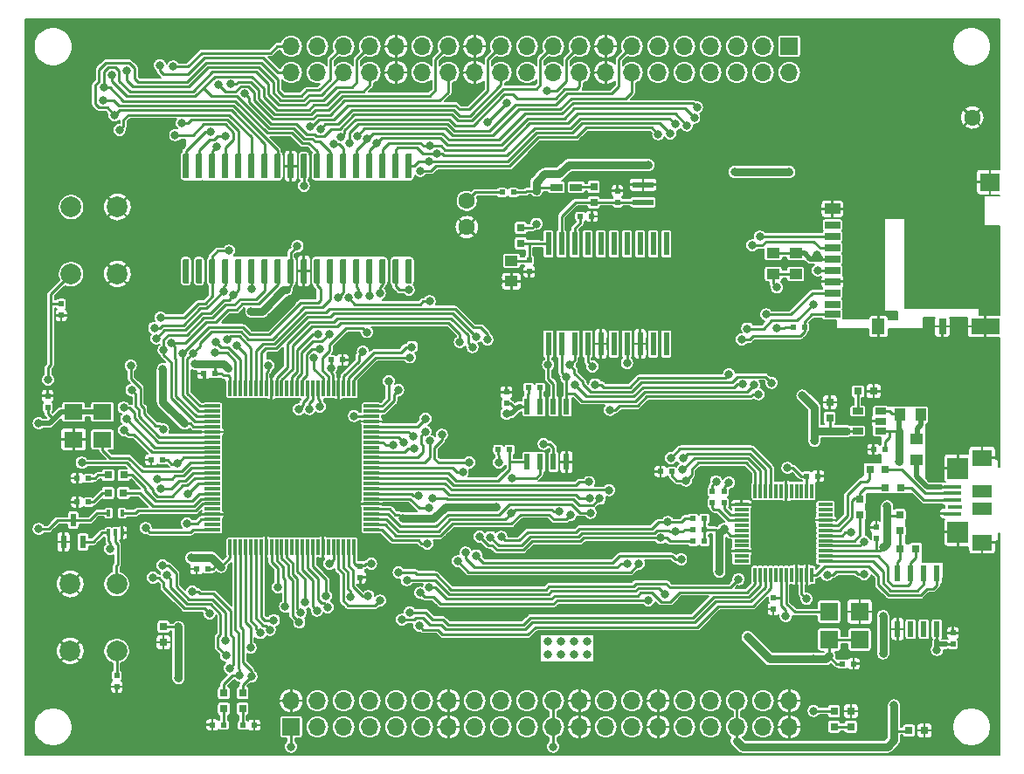
<source format=gtl>
G04 #@! TF.GenerationSoftware,KiCad,Pcbnew,(5.1.2)-1*
G04 #@! TF.CreationDate,2020-02-28T22:39:45+09:00*
G04 #@! TF.ProjectId,o2_breakout,6f325f62-7265-4616-9b6f-75742e6b6963,rev?*
G04 #@! TF.SameCoordinates,Original*
G04 #@! TF.FileFunction,Copper,L1,Top*
G04 #@! TF.FilePolarity,Positive*
%FSLAX46Y46*%
G04 Gerber Fmt 4.6, Leading zero omitted, Abs format (unit mm)*
G04 Created by KiCad (PCBNEW (5.1.2)-1) date 2020-02-28 22:39:45*
%MOMM*%
%LPD*%
G04 APERTURE LIST*
%ADD10R,1.900000X1.800000*%
%ADD11R,2.800000X1.500000*%
%ADD12R,0.800000X1.500000*%
%ADD13R,1.200000X1.500000*%
%ADD14R,1.500000X1.000000*%
%ADD15R,1.500000X0.700000*%
%ADD16C,1.600000*%
%ADD17R,0.500000X0.600000*%
%ADD18R,1.250000X1.000000*%
%ADD19R,0.600000X0.500000*%
%ADD20R,0.600000X2.250000*%
%ADD21R,1.900000X1.200000*%
%ADD22R,1.750000X0.400000*%
%ADD23R,1.350000X0.400000*%
%ADD24R,1.900000X1.600000*%
%ADD25R,2.000000X2.100000*%
%ADD26C,2.000000*%
%ADD27R,0.600000X1.550000*%
%ADD28C,0.100000*%
%ADD29C,0.600000*%
%ADD30R,0.800000X0.750000*%
%ADD31R,0.750000X0.800000*%
%ADD32R,0.400000X0.650000*%
%ADD33R,1.000000X1.250000*%
%ADD34R,1.760000X1.760000*%
%ADD35R,1.400000X0.300000*%
%ADD36R,0.300000X1.400000*%
%ADD37R,0.600000X1.300000*%
%ADD38R,1.800000X1.540000*%
%ADD39R,2.000000X0.600000*%
%ADD40R,1.200000X0.750000*%
%ADD41R,1.060000X0.650000*%
%ADD42R,1.500000X0.300000*%
%ADD43R,0.300000X1.500000*%
%ADD44R,1.700000X1.700000*%
%ADD45O,1.700000X1.700000*%
%ADD46C,0.800000*%
%ADD47C,0.250000*%
%ADD48C,0.800000*%
%ADD49C,0.500000*%
%ADD50C,0.254000*%
%ADD51C,0.150000*%
G04 APERTURE END LIST*
D10*
X194776500Y-74136000D03*
D11*
X194326500Y-88136000D03*
D12*
X190176500Y-88136000D03*
D13*
X183976500Y-88136000D03*
D14*
X179526500Y-76736000D03*
D15*
X179526500Y-86936000D03*
X179526500Y-85986000D03*
X179526500Y-84886000D03*
X179526500Y-83786000D03*
X179526500Y-82686000D03*
X179526500Y-81586000D03*
X179526500Y-80486000D03*
X179526500Y-79386000D03*
X179526500Y-78286000D03*
D16*
X193065400Y-67868800D03*
X144094200Y-75958700D03*
X144094200Y-78498700D03*
D17*
X110169400Y-121999000D03*
X110169400Y-123099000D03*
D18*
X175971200Y-81042000D03*
X175971200Y-83042000D03*
D19*
X147145920Y-100078540D03*
X148245920Y-100078540D03*
D20*
X151990500Y-89828500D03*
X153260500Y-89828500D03*
X154530500Y-89828500D03*
X155800500Y-89828500D03*
X157070500Y-89828500D03*
X158340500Y-89828500D03*
X159610500Y-89828500D03*
X160880500Y-89828500D03*
X162150500Y-89828500D03*
X163420500Y-89828500D03*
X163420500Y-80128500D03*
X162150500Y-80128500D03*
X160880500Y-80128500D03*
X159610500Y-80128500D03*
X158340500Y-80128500D03*
X157070500Y-80128500D03*
X155800500Y-80128500D03*
X154530500Y-80128500D03*
X153260500Y-80128500D03*
X151990500Y-80128500D03*
D21*
X194038220Y-104143440D03*
X194038220Y-105843440D03*
D22*
X191163220Y-106293440D03*
D23*
X191363220Y-105643440D03*
D22*
X191163220Y-104993440D03*
X191163220Y-104343440D03*
X191163220Y-103693440D03*
D24*
X194038220Y-100893440D03*
X194038220Y-109093440D03*
D25*
X191688220Y-101893440D03*
X191688220Y-108093440D03*
D17*
X169024300Y-105223400D03*
X169024300Y-104123400D03*
X167881300Y-105223400D03*
X167881300Y-104123400D03*
D26*
X110164000Y-119634000D03*
X105664000Y-119634000D03*
X110164000Y-113134000D03*
X105664000Y-113134000D03*
X105736000Y-76555600D03*
X110236000Y-76555600D03*
X105736000Y-83055600D03*
X110236000Y-83055600D03*
D17*
X104797300Y-85952500D03*
X104797300Y-87052500D03*
D27*
X149953980Y-101285020D03*
X151223980Y-101285020D03*
X152493980Y-101285020D03*
X153763980Y-101285020D03*
X153763980Y-95885020D03*
X152493980Y-95885020D03*
X151223980Y-95885020D03*
X149953980Y-95885020D03*
D28*
G36*
X138629703Y-81576722D02*
G01*
X138644264Y-81578882D01*
X138658543Y-81582459D01*
X138672403Y-81587418D01*
X138685710Y-81593712D01*
X138698336Y-81601280D01*
X138710159Y-81610048D01*
X138721066Y-81619934D01*
X138730952Y-81630841D01*
X138739720Y-81642664D01*
X138747288Y-81655290D01*
X138753582Y-81668597D01*
X138758541Y-81682457D01*
X138762118Y-81696736D01*
X138764278Y-81711297D01*
X138765000Y-81726000D01*
X138765000Y-83826000D01*
X138764278Y-83840703D01*
X138762118Y-83855264D01*
X138758541Y-83869543D01*
X138753582Y-83883403D01*
X138747288Y-83896710D01*
X138739720Y-83909336D01*
X138730952Y-83921159D01*
X138721066Y-83932066D01*
X138710159Y-83941952D01*
X138698336Y-83950720D01*
X138685710Y-83958288D01*
X138672403Y-83964582D01*
X138658543Y-83969541D01*
X138644264Y-83973118D01*
X138629703Y-83975278D01*
X138615000Y-83976000D01*
X138315000Y-83976000D01*
X138300297Y-83975278D01*
X138285736Y-83973118D01*
X138271457Y-83969541D01*
X138257597Y-83964582D01*
X138244290Y-83958288D01*
X138231664Y-83950720D01*
X138219841Y-83941952D01*
X138208934Y-83932066D01*
X138199048Y-83921159D01*
X138190280Y-83909336D01*
X138182712Y-83896710D01*
X138176418Y-83883403D01*
X138171459Y-83869543D01*
X138167882Y-83855264D01*
X138165722Y-83840703D01*
X138165000Y-83826000D01*
X138165000Y-81726000D01*
X138165722Y-81711297D01*
X138167882Y-81696736D01*
X138171459Y-81682457D01*
X138176418Y-81668597D01*
X138182712Y-81655290D01*
X138190280Y-81642664D01*
X138199048Y-81630841D01*
X138208934Y-81619934D01*
X138219841Y-81610048D01*
X138231664Y-81601280D01*
X138244290Y-81593712D01*
X138257597Y-81587418D01*
X138271457Y-81582459D01*
X138285736Y-81578882D01*
X138300297Y-81576722D01*
X138315000Y-81576000D01*
X138615000Y-81576000D01*
X138629703Y-81576722D01*
X138629703Y-81576722D01*
G37*
D29*
X138465000Y-82776000D03*
D28*
G36*
X137359703Y-81576722D02*
G01*
X137374264Y-81578882D01*
X137388543Y-81582459D01*
X137402403Y-81587418D01*
X137415710Y-81593712D01*
X137428336Y-81601280D01*
X137440159Y-81610048D01*
X137451066Y-81619934D01*
X137460952Y-81630841D01*
X137469720Y-81642664D01*
X137477288Y-81655290D01*
X137483582Y-81668597D01*
X137488541Y-81682457D01*
X137492118Y-81696736D01*
X137494278Y-81711297D01*
X137495000Y-81726000D01*
X137495000Y-83826000D01*
X137494278Y-83840703D01*
X137492118Y-83855264D01*
X137488541Y-83869543D01*
X137483582Y-83883403D01*
X137477288Y-83896710D01*
X137469720Y-83909336D01*
X137460952Y-83921159D01*
X137451066Y-83932066D01*
X137440159Y-83941952D01*
X137428336Y-83950720D01*
X137415710Y-83958288D01*
X137402403Y-83964582D01*
X137388543Y-83969541D01*
X137374264Y-83973118D01*
X137359703Y-83975278D01*
X137345000Y-83976000D01*
X137045000Y-83976000D01*
X137030297Y-83975278D01*
X137015736Y-83973118D01*
X137001457Y-83969541D01*
X136987597Y-83964582D01*
X136974290Y-83958288D01*
X136961664Y-83950720D01*
X136949841Y-83941952D01*
X136938934Y-83932066D01*
X136929048Y-83921159D01*
X136920280Y-83909336D01*
X136912712Y-83896710D01*
X136906418Y-83883403D01*
X136901459Y-83869543D01*
X136897882Y-83855264D01*
X136895722Y-83840703D01*
X136895000Y-83826000D01*
X136895000Y-81726000D01*
X136895722Y-81711297D01*
X136897882Y-81696736D01*
X136901459Y-81682457D01*
X136906418Y-81668597D01*
X136912712Y-81655290D01*
X136920280Y-81642664D01*
X136929048Y-81630841D01*
X136938934Y-81619934D01*
X136949841Y-81610048D01*
X136961664Y-81601280D01*
X136974290Y-81593712D01*
X136987597Y-81587418D01*
X137001457Y-81582459D01*
X137015736Y-81578882D01*
X137030297Y-81576722D01*
X137045000Y-81576000D01*
X137345000Y-81576000D01*
X137359703Y-81576722D01*
X137359703Y-81576722D01*
G37*
D29*
X137195000Y-82776000D03*
D28*
G36*
X136089703Y-81576722D02*
G01*
X136104264Y-81578882D01*
X136118543Y-81582459D01*
X136132403Y-81587418D01*
X136145710Y-81593712D01*
X136158336Y-81601280D01*
X136170159Y-81610048D01*
X136181066Y-81619934D01*
X136190952Y-81630841D01*
X136199720Y-81642664D01*
X136207288Y-81655290D01*
X136213582Y-81668597D01*
X136218541Y-81682457D01*
X136222118Y-81696736D01*
X136224278Y-81711297D01*
X136225000Y-81726000D01*
X136225000Y-83826000D01*
X136224278Y-83840703D01*
X136222118Y-83855264D01*
X136218541Y-83869543D01*
X136213582Y-83883403D01*
X136207288Y-83896710D01*
X136199720Y-83909336D01*
X136190952Y-83921159D01*
X136181066Y-83932066D01*
X136170159Y-83941952D01*
X136158336Y-83950720D01*
X136145710Y-83958288D01*
X136132403Y-83964582D01*
X136118543Y-83969541D01*
X136104264Y-83973118D01*
X136089703Y-83975278D01*
X136075000Y-83976000D01*
X135775000Y-83976000D01*
X135760297Y-83975278D01*
X135745736Y-83973118D01*
X135731457Y-83969541D01*
X135717597Y-83964582D01*
X135704290Y-83958288D01*
X135691664Y-83950720D01*
X135679841Y-83941952D01*
X135668934Y-83932066D01*
X135659048Y-83921159D01*
X135650280Y-83909336D01*
X135642712Y-83896710D01*
X135636418Y-83883403D01*
X135631459Y-83869543D01*
X135627882Y-83855264D01*
X135625722Y-83840703D01*
X135625000Y-83826000D01*
X135625000Y-81726000D01*
X135625722Y-81711297D01*
X135627882Y-81696736D01*
X135631459Y-81682457D01*
X135636418Y-81668597D01*
X135642712Y-81655290D01*
X135650280Y-81642664D01*
X135659048Y-81630841D01*
X135668934Y-81619934D01*
X135679841Y-81610048D01*
X135691664Y-81601280D01*
X135704290Y-81593712D01*
X135717597Y-81587418D01*
X135731457Y-81582459D01*
X135745736Y-81578882D01*
X135760297Y-81576722D01*
X135775000Y-81576000D01*
X136075000Y-81576000D01*
X136089703Y-81576722D01*
X136089703Y-81576722D01*
G37*
D29*
X135925000Y-82776000D03*
D28*
G36*
X134819703Y-81576722D02*
G01*
X134834264Y-81578882D01*
X134848543Y-81582459D01*
X134862403Y-81587418D01*
X134875710Y-81593712D01*
X134888336Y-81601280D01*
X134900159Y-81610048D01*
X134911066Y-81619934D01*
X134920952Y-81630841D01*
X134929720Y-81642664D01*
X134937288Y-81655290D01*
X134943582Y-81668597D01*
X134948541Y-81682457D01*
X134952118Y-81696736D01*
X134954278Y-81711297D01*
X134955000Y-81726000D01*
X134955000Y-83826000D01*
X134954278Y-83840703D01*
X134952118Y-83855264D01*
X134948541Y-83869543D01*
X134943582Y-83883403D01*
X134937288Y-83896710D01*
X134929720Y-83909336D01*
X134920952Y-83921159D01*
X134911066Y-83932066D01*
X134900159Y-83941952D01*
X134888336Y-83950720D01*
X134875710Y-83958288D01*
X134862403Y-83964582D01*
X134848543Y-83969541D01*
X134834264Y-83973118D01*
X134819703Y-83975278D01*
X134805000Y-83976000D01*
X134505000Y-83976000D01*
X134490297Y-83975278D01*
X134475736Y-83973118D01*
X134461457Y-83969541D01*
X134447597Y-83964582D01*
X134434290Y-83958288D01*
X134421664Y-83950720D01*
X134409841Y-83941952D01*
X134398934Y-83932066D01*
X134389048Y-83921159D01*
X134380280Y-83909336D01*
X134372712Y-83896710D01*
X134366418Y-83883403D01*
X134361459Y-83869543D01*
X134357882Y-83855264D01*
X134355722Y-83840703D01*
X134355000Y-83826000D01*
X134355000Y-81726000D01*
X134355722Y-81711297D01*
X134357882Y-81696736D01*
X134361459Y-81682457D01*
X134366418Y-81668597D01*
X134372712Y-81655290D01*
X134380280Y-81642664D01*
X134389048Y-81630841D01*
X134398934Y-81619934D01*
X134409841Y-81610048D01*
X134421664Y-81601280D01*
X134434290Y-81593712D01*
X134447597Y-81587418D01*
X134461457Y-81582459D01*
X134475736Y-81578882D01*
X134490297Y-81576722D01*
X134505000Y-81576000D01*
X134805000Y-81576000D01*
X134819703Y-81576722D01*
X134819703Y-81576722D01*
G37*
D29*
X134655000Y-82776000D03*
D28*
G36*
X133549703Y-81576722D02*
G01*
X133564264Y-81578882D01*
X133578543Y-81582459D01*
X133592403Y-81587418D01*
X133605710Y-81593712D01*
X133618336Y-81601280D01*
X133630159Y-81610048D01*
X133641066Y-81619934D01*
X133650952Y-81630841D01*
X133659720Y-81642664D01*
X133667288Y-81655290D01*
X133673582Y-81668597D01*
X133678541Y-81682457D01*
X133682118Y-81696736D01*
X133684278Y-81711297D01*
X133685000Y-81726000D01*
X133685000Y-83826000D01*
X133684278Y-83840703D01*
X133682118Y-83855264D01*
X133678541Y-83869543D01*
X133673582Y-83883403D01*
X133667288Y-83896710D01*
X133659720Y-83909336D01*
X133650952Y-83921159D01*
X133641066Y-83932066D01*
X133630159Y-83941952D01*
X133618336Y-83950720D01*
X133605710Y-83958288D01*
X133592403Y-83964582D01*
X133578543Y-83969541D01*
X133564264Y-83973118D01*
X133549703Y-83975278D01*
X133535000Y-83976000D01*
X133235000Y-83976000D01*
X133220297Y-83975278D01*
X133205736Y-83973118D01*
X133191457Y-83969541D01*
X133177597Y-83964582D01*
X133164290Y-83958288D01*
X133151664Y-83950720D01*
X133139841Y-83941952D01*
X133128934Y-83932066D01*
X133119048Y-83921159D01*
X133110280Y-83909336D01*
X133102712Y-83896710D01*
X133096418Y-83883403D01*
X133091459Y-83869543D01*
X133087882Y-83855264D01*
X133085722Y-83840703D01*
X133085000Y-83826000D01*
X133085000Y-81726000D01*
X133085722Y-81711297D01*
X133087882Y-81696736D01*
X133091459Y-81682457D01*
X133096418Y-81668597D01*
X133102712Y-81655290D01*
X133110280Y-81642664D01*
X133119048Y-81630841D01*
X133128934Y-81619934D01*
X133139841Y-81610048D01*
X133151664Y-81601280D01*
X133164290Y-81593712D01*
X133177597Y-81587418D01*
X133191457Y-81582459D01*
X133205736Y-81578882D01*
X133220297Y-81576722D01*
X133235000Y-81576000D01*
X133535000Y-81576000D01*
X133549703Y-81576722D01*
X133549703Y-81576722D01*
G37*
D29*
X133385000Y-82776000D03*
D28*
G36*
X132279703Y-81576722D02*
G01*
X132294264Y-81578882D01*
X132308543Y-81582459D01*
X132322403Y-81587418D01*
X132335710Y-81593712D01*
X132348336Y-81601280D01*
X132360159Y-81610048D01*
X132371066Y-81619934D01*
X132380952Y-81630841D01*
X132389720Y-81642664D01*
X132397288Y-81655290D01*
X132403582Y-81668597D01*
X132408541Y-81682457D01*
X132412118Y-81696736D01*
X132414278Y-81711297D01*
X132415000Y-81726000D01*
X132415000Y-83826000D01*
X132414278Y-83840703D01*
X132412118Y-83855264D01*
X132408541Y-83869543D01*
X132403582Y-83883403D01*
X132397288Y-83896710D01*
X132389720Y-83909336D01*
X132380952Y-83921159D01*
X132371066Y-83932066D01*
X132360159Y-83941952D01*
X132348336Y-83950720D01*
X132335710Y-83958288D01*
X132322403Y-83964582D01*
X132308543Y-83969541D01*
X132294264Y-83973118D01*
X132279703Y-83975278D01*
X132265000Y-83976000D01*
X131965000Y-83976000D01*
X131950297Y-83975278D01*
X131935736Y-83973118D01*
X131921457Y-83969541D01*
X131907597Y-83964582D01*
X131894290Y-83958288D01*
X131881664Y-83950720D01*
X131869841Y-83941952D01*
X131858934Y-83932066D01*
X131849048Y-83921159D01*
X131840280Y-83909336D01*
X131832712Y-83896710D01*
X131826418Y-83883403D01*
X131821459Y-83869543D01*
X131817882Y-83855264D01*
X131815722Y-83840703D01*
X131815000Y-83826000D01*
X131815000Y-81726000D01*
X131815722Y-81711297D01*
X131817882Y-81696736D01*
X131821459Y-81682457D01*
X131826418Y-81668597D01*
X131832712Y-81655290D01*
X131840280Y-81642664D01*
X131849048Y-81630841D01*
X131858934Y-81619934D01*
X131869841Y-81610048D01*
X131881664Y-81601280D01*
X131894290Y-81593712D01*
X131907597Y-81587418D01*
X131921457Y-81582459D01*
X131935736Y-81578882D01*
X131950297Y-81576722D01*
X131965000Y-81576000D01*
X132265000Y-81576000D01*
X132279703Y-81576722D01*
X132279703Y-81576722D01*
G37*
D29*
X132115000Y-82776000D03*
D28*
G36*
X131009703Y-81576722D02*
G01*
X131024264Y-81578882D01*
X131038543Y-81582459D01*
X131052403Y-81587418D01*
X131065710Y-81593712D01*
X131078336Y-81601280D01*
X131090159Y-81610048D01*
X131101066Y-81619934D01*
X131110952Y-81630841D01*
X131119720Y-81642664D01*
X131127288Y-81655290D01*
X131133582Y-81668597D01*
X131138541Y-81682457D01*
X131142118Y-81696736D01*
X131144278Y-81711297D01*
X131145000Y-81726000D01*
X131145000Y-83826000D01*
X131144278Y-83840703D01*
X131142118Y-83855264D01*
X131138541Y-83869543D01*
X131133582Y-83883403D01*
X131127288Y-83896710D01*
X131119720Y-83909336D01*
X131110952Y-83921159D01*
X131101066Y-83932066D01*
X131090159Y-83941952D01*
X131078336Y-83950720D01*
X131065710Y-83958288D01*
X131052403Y-83964582D01*
X131038543Y-83969541D01*
X131024264Y-83973118D01*
X131009703Y-83975278D01*
X130995000Y-83976000D01*
X130695000Y-83976000D01*
X130680297Y-83975278D01*
X130665736Y-83973118D01*
X130651457Y-83969541D01*
X130637597Y-83964582D01*
X130624290Y-83958288D01*
X130611664Y-83950720D01*
X130599841Y-83941952D01*
X130588934Y-83932066D01*
X130579048Y-83921159D01*
X130570280Y-83909336D01*
X130562712Y-83896710D01*
X130556418Y-83883403D01*
X130551459Y-83869543D01*
X130547882Y-83855264D01*
X130545722Y-83840703D01*
X130545000Y-83826000D01*
X130545000Y-81726000D01*
X130545722Y-81711297D01*
X130547882Y-81696736D01*
X130551459Y-81682457D01*
X130556418Y-81668597D01*
X130562712Y-81655290D01*
X130570280Y-81642664D01*
X130579048Y-81630841D01*
X130588934Y-81619934D01*
X130599841Y-81610048D01*
X130611664Y-81601280D01*
X130624290Y-81593712D01*
X130637597Y-81587418D01*
X130651457Y-81582459D01*
X130665736Y-81578882D01*
X130680297Y-81576722D01*
X130695000Y-81576000D01*
X130995000Y-81576000D01*
X131009703Y-81576722D01*
X131009703Y-81576722D01*
G37*
D29*
X130845000Y-82776000D03*
D28*
G36*
X129739703Y-81576722D02*
G01*
X129754264Y-81578882D01*
X129768543Y-81582459D01*
X129782403Y-81587418D01*
X129795710Y-81593712D01*
X129808336Y-81601280D01*
X129820159Y-81610048D01*
X129831066Y-81619934D01*
X129840952Y-81630841D01*
X129849720Y-81642664D01*
X129857288Y-81655290D01*
X129863582Y-81668597D01*
X129868541Y-81682457D01*
X129872118Y-81696736D01*
X129874278Y-81711297D01*
X129875000Y-81726000D01*
X129875000Y-83826000D01*
X129874278Y-83840703D01*
X129872118Y-83855264D01*
X129868541Y-83869543D01*
X129863582Y-83883403D01*
X129857288Y-83896710D01*
X129849720Y-83909336D01*
X129840952Y-83921159D01*
X129831066Y-83932066D01*
X129820159Y-83941952D01*
X129808336Y-83950720D01*
X129795710Y-83958288D01*
X129782403Y-83964582D01*
X129768543Y-83969541D01*
X129754264Y-83973118D01*
X129739703Y-83975278D01*
X129725000Y-83976000D01*
X129425000Y-83976000D01*
X129410297Y-83975278D01*
X129395736Y-83973118D01*
X129381457Y-83969541D01*
X129367597Y-83964582D01*
X129354290Y-83958288D01*
X129341664Y-83950720D01*
X129329841Y-83941952D01*
X129318934Y-83932066D01*
X129309048Y-83921159D01*
X129300280Y-83909336D01*
X129292712Y-83896710D01*
X129286418Y-83883403D01*
X129281459Y-83869543D01*
X129277882Y-83855264D01*
X129275722Y-83840703D01*
X129275000Y-83826000D01*
X129275000Y-81726000D01*
X129275722Y-81711297D01*
X129277882Y-81696736D01*
X129281459Y-81682457D01*
X129286418Y-81668597D01*
X129292712Y-81655290D01*
X129300280Y-81642664D01*
X129309048Y-81630841D01*
X129318934Y-81619934D01*
X129329841Y-81610048D01*
X129341664Y-81601280D01*
X129354290Y-81593712D01*
X129367597Y-81587418D01*
X129381457Y-81582459D01*
X129395736Y-81578882D01*
X129410297Y-81576722D01*
X129425000Y-81576000D01*
X129725000Y-81576000D01*
X129739703Y-81576722D01*
X129739703Y-81576722D01*
G37*
D29*
X129575000Y-82776000D03*
D28*
G36*
X128469703Y-81576722D02*
G01*
X128484264Y-81578882D01*
X128498543Y-81582459D01*
X128512403Y-81587418D01*
X128525710Y-81593712D01*
X128538336Y-81601280D01*
X128550159Y-81610048D01*
X128561066Y-81619934D01*
X128570952Y-81630841D01*
X128579720Y-81642664D01*
X128587288Y-81655290D01*
X128593582Y-81668597D01*
X128598541Y-81682457D01*
X128602118Y-81696736D01*
X128604278Y-81711297D01*
X128605000Y-81726000D01*
X128605000Y-83826000D01*
X128604278Y-83840703D01*
X128602118Y-83855264D01*
X128598541Y-83869543D01*
X128593582Y-83883403D01*
X128587288Y-83896710D01*
X128579720Y-83909336D01*
X128570952Y-83921159D01*
X128561066Y-83932066D01*
X128550159Y-83941952D01*
X128538336Y-83950720D01*
X128525710Y-83958288D01*
X128512403Y-83964582D01*
X128498543Y-83969541D01*
X128484264Y-83973118D01*
X128469703Y-83975278D01*
X128455000Y-83976000D01*
X128155000Y-83976000D01*
X128140297Y-83975278D01*
X128125736Y-83973118D01*
X128111457Y-83969541D01*
X128097597Y-83964582D01*
X128084290Y-83958288D01*
X128071664Y-83950720D01*
X128059841Y-83941952D01*
X128048934Y-83932066D01*
X128039048Y-83921159D01*
X128030280Y-83909336D01*
X128022712Y-83896710D01*
X128016418Y-83883403D01*
X128011459Y-83869543D01*
X128007882Y-83855264D01*
X128005722Y-83840703D01*
X128005000Y-83826000D01*
X128005000Y-81726000D01*
X128005722Y-81711297D01*
X128007882Y-81696736D01*
X128011459Y-81682457D01*
X128016418Y-81668597D01*
X128022712Y-81655290D01*
X128030280Y-81642664D01*
X128039048Y-81630841D01*
X128048934Y-81619934D01*
X128059841Y-81610048D01*
X128071664Y-81601280D01*
X128084290Y-81593712D01*
X128097597Y-81587418D01*
X128111457Y-81582459D01*
X128125736Y-81578882D01*
X128140297Y-81576722D01*
X128155000Y-81576000D01*
X128455000Y-81576000D01*
X128469703Y-81576722D01*
X128469703Y-81576722D01*
G37*
D29*
X128305000Y-82776000D03*
D28*
G36*
X127199703Y-81576722D02*
G01*
X127214264Y-81578882D01*
X127228543Y-81582459D01*
X127242403Y-81587418D01*
X127255710Y-81593712D01*
X127268336Y-81601280D01*
X127280159Y-81610048D01*
X127291066Y-81619934D01*
X127300952Y-81630841D01*
X127309720Y-81642664D01*
X127317288Y-81655290D01*
X127323582Y-81668597D01*
X127328541Y-81682457D01*
X127332118Y-81696736D01*
X127334278Y-81711297D01*
X127335000Y-81726000D01*
X127335000Y-83826000D01*
X127334278Y-83840703D01*
X127332118Y-83855264D01*
X127328541Y-83869543D01*
X127323582Y-83883403D01*
X127317288Y-83896710D01*
X127309720Y-83909336D01*
X127300952Y-83921159D01*
X127291066Y-83932066D01*
X127280159Y-83941952D01*
X127268336Y-83950720D01*
X127255710Y-83958288D01*
X127242403Y-83964582D01*
X127228543Y-83969541D01*
X127214264Y-83973118D01*
X127199703Y-83975278D01*
X127185000Y-83976000D01*
X126885000Y-83976000D01*
X126870297Y-83975278D01*
X126855736Y-83973118D01*
X126841457Y-83969541D01*
X126827597Y-83964582D01*
X126814290Y-83958288D01*
X126801664Y-83950720D01*
X126789841Y-83941952D01*
X126778934Y-83932066D01*
X126769048Y-83921159D01*
X126760280Y-83909336D01*
X126752712Y-83896710D01*
X126746418Y-83883403D01*
X126741459Y-83869543D01*
X126737882Y-83855264D01*
X126735722Y-83840703D01*
X126735000Y-83826000D01*
X126735000Y-81726000D01*
X126735722Y-81711297D01*
X126737882Y-81696736D01*
X126741459Y-81682457D01*
X126746418Y-81668597D01*
X126752712Y-81655290D01*
X126760280Y-81642664D01*
X126769048Y-81630841D01*
X126778934Y-81619934D01*
X126789841Y-81610048D01*
X126801664Y-81601280D01*
X126814290Y-81593712D01*
X126827597Y-81587418D01*
X126841457Y-81582459D01*
X126855736Y-81578882D01*
X126870297Y-81576722D01*
X126885000Y-81576000D01*
X127185000Y-81576000D01*
X127199703Y-81576722D01*
X127199703Y-81576722D01*
G37*
D29*
X127035000Y-82776000D03*
D28*
G36*
X125929703Y-81576722D02*
G01*
X125944264Y-81578882D01*
X125958543Y-81582459D01*
X125972403Y-81587418D01*
X125985710Y-81593712D01*
X125998336Y-81601280D01*
X126010159Y-81610048D01*
X126021066Y-81619934D01*
X126030952Y-81630841D01*
X126039720Y-81642664D01*
X126047288Y-81655290D01*
X126053582Y-81668597D01*
X126058541Y-81682457D01*
X126062118Y-81696736D01*
X126064278Y-81711297D01*
X126065000Y-81726000D01*
X126065000Y-83826000D01*
X126064278Y-83840703D01*
X126062118Y-83855264D01*
X126058541Y-83869543D01*
X126053582Y-83883403D01*
X126047288Y-83896710D01*
X126039720Y-83909336D01*
X126030952Y-83921159D01*
X126021066Y-83932066D01*
X126010159Y-83941952D01*
X125998336Y-83950720D01*
X125985710Y-83958288D01*
X125972403Y-83964582D01*
X125958543Y-83969541D01*
X125944264Y-83973118D01*
X125929703Y-83975278D01*
X125915000Y-83976000D01*
X125615000Y-83976000D01*
X125600297Y-83975278D01*
X125585736Y-83973118D01*
X125571457Y-83969541D01*
X125557597Y-83964582D01*
X125544290Y-83958288D01*
X125531664Y-83950720D01*
X125519841Y-83941952D01*
X125508934Y-83932066D01*
X125499048Y-83921159D01*
X125490280Y-83909336D01*
X125482712Y-83896710D01*
X125476418Y-83883403D01*
X125471459Y-83869543D01*
X125467882Y-83855264D01*
X125465722Y-83840703D01*
X125465000Y-83826000D01*
X125465000Y-81726000D01*
X125465722Y-81711297D01*
X125467882Y-81696736D01*
X125471459Y-81682457D01*
X125476418Y-81668597D01*
X125482712Y-81655290D01*
X125490280Y-81642664D01*
X125499048Y-81630841D01*
X125508934Y-81619934D01*
X125519841Y-81610048D01*
X125531664Y-81601280D01*
X125544290Y-81593712D01*
X125557597Y-81587418D01*
X125571457Y-81582459D01*
X125585736Y-81578882D01*
X125600297Y-81576722D01*
X125615000Y-81576000D01*
X125915000Y-81576000D01*
X125929703Y-81576722D01*
X125929703Y-81576722D01*
G37*
D29*
X125765000Y-82776000D03*
D28*
G36*
X124659703Y-81576722D02*
G01*
X124674264Y-81578882D01*
X124688543Y-81582459D01*
X124702403Y-81587418D01*
X124715710Y-81593712D01*
X124728336Y-81601280D01*
X124740159Y-81610048D01*
X124751066Y-81619934D01*
X124760952Y-81630841D01*
X124769720Y-81642664D01*
X124777288Y-81655290D01*
X124783582Y-81668597D01*
X124788541Y-81682457D01*
X124792118Y-81696736D01*
X124794278Y-81711297D01*
X124795000Y-81726000D01*
X124795000Y-83826000D01*
X124794278Y-83840703D01*
X124792118Y-83855264D01*
X124788541Y-83869543D01*
X124783582Y-83883403D01*
X124777288Y-83896710D01*
X124769720Y-83909336D01*
X124760952Y-83921159D01*
X124751066Y-83932066D01*
X124740159Y-83941952D01*
X124728336Y-83950720D01*
X124715710Y-83958288D01*
X124702403Y-83964582D01*
X124688543Y-83969541D01*
X124674264Y-83973118D01*
X124659703Y-83975278D01*
X124645000Y-83976000D01*
X124345000Y-83976000D01*
X124330297Y-83975278D01*
X124315736Y-83973118D01*
X124301457Y-83969541D01*
X124287597Y-83964582D01*
X124274290Y-83958288D01*
X124261664Y-83950720D01*
X124249841Y-83941952D01*
X124238934Y-83932066D01*
X124229048Y-83921159D01*
X124220280Y-83909336D01*
X124212712Y-83896710D01*
X124206418Y-83883403D01*
X124201459Y-83869543D01*
X124197882Y-83855264D01*
X124195722Y-83840703D01*
X124195000Y-83826000D01*
X124195000Y-81726000D01*
X124195722Y-81711297D01*
X124197882Y-81696736D01*
X124201459Y-81682457D01*
X124206418Y-81668597D01*
X124212712Y-81655290D01*
X124220280Y-81642664D01*
X124229048Y-81630841D01*
X124238934Y-81619934D01*
X124249841Y-81610048D01*
X124261664Y-81601280D01*
X124274290Y-81593712D01*
X124287597Y-81587418D01*
X124301457Y-81582459D01*
X124315736Y-81578882D01*
X124330297Y-81576722D01*
X124345000Y-81576000D01*
X124645000Y-81576000D01*
X124659703Y-81576722D01*
X124659703Y-81576722D01*
G37*
D29*
X124495000Y-82776000D03*
D28*
G36*
X123389703Y-81576722D02*
G01*
X123404264Y-81578882D01*
X123418543Y-81582459D01*
X123432403Y-81587418D01*
X123445710Y-81593712D01*
X123458336Y-81601280D01*
X123470159Y-81610048D01*
X123481066Y-81619934D01*
X123490952Y-81630841D01*
X123499720Y-81642664D01*
X123507288Y-81655290D01*
X123513582Y-81668597D01*
X123518541Y-81682457D01*
X123522118Y-81696736D01*
X123524278Y-81711297D01*
X123525000Y-81726000D01*
X123525000Y-83826000D01*
X123524278Y-83840703D01*
X123522118Y-83855264D01*
X123518541Y-83869543D01*
X123513582Y-83883403D01*
X123507288Y-83896710D01*
X123499720Y-83909336D01*
X123490952Y-83921159D01*
X123481066Y-83932066D01*
X123470159Y-83941952D01*
X123458336Y-83950720D01*
X123445710Y-83958288D01*
X123432403Y-83964582D01*
X123418543Y-83969541D01*
X123404264Y-83973118D01*
X123389703Y-83975278D01*
X123375000Y-83976000D01*
X123075000Y-83976000D01*
X123060297Y-83975278D01*
X123045736Y-83973118D01*
X123031457Y-83969541D01*
X123017597Y-83964582D01*
X123004290Y-83958288D01*
X122991664Y-83950720D01*
X122979841Y-83941952D01*
X122968934Y-83932066D01*
X122959048Y-83921159D01*
X122950280Y-83909336D01*
X122942712Y-83896710D01*
X122936418Y-83883403D01*
X122931459Y-83869543D01*
X122927882Y-83855264D01*
X122925722Y-83840703D01*
X122925000Y-83826000D01*
X122925000Y-81726000D01*
X122925722Y-81711297D01*
X122927882Y-81696736D01*
X122931459Y-81682457D01*
X122936418Y-81668597D01*
X122942712Y-81655290D01*
X122950280Y-81642664D01*
X122959048Y-81630841D01*
X122968934Y-81619934D01*
X122979841Y-81610048D01*
X122991664Y-81601280D01*
X123004290Y-81593712D01*
X123017597Y-81587418D01*
X123031457Y-81582459D01*
X123045736Y-81578882D01*
X123060297Y-81576722D01*
X123075000Y-81576000D01*
X123375000Y-81576000D01*
X123389703Y-81576722D01*
X123389703Y-81576722D01*
G37*
D29*
X123225000Y-82776000D03*
D28*
G36*
X122119703Y-81576722D02*
G01*
X122134264Y-81578882D01*
X122148543Y-81582459D01*
X122162403Y-81587418D01*
X122175710Y-81593712D01*
X122188336Y-81601280D01*
X122200159Y-81610048D01*
X122211066Y-81619934D01*
X122220952Y-81630841D01*
X122229720Y-81642664D01*
X122237288Y-81655290D01*
X122243582Y-81668597D01*
X122248541Y-81682457D01*
X122252118Y-81696736D01*
X122254278Y-81711297D01*
X122255000Y-81726000D01*
X122255000Y-83826000D01*
X122254278Y-83840703D01*
X122252118Y-83855264D01*
X122248541Y-83869543D01*
X122243582Y-83883403D01*
X122237288Y-83896710D01*
X122229720Y-83909336D01*
X122220952Y-83921159D01*
X122211066Y-83932066D01*
X122200159Y-83941952D01*
X122188336Y-83950720D01*
X122175710Y-83958288D01*
X122162403Y-83964582D01*
X122148543Y-83969541D01*
X122134264Y-83973118D01*
X122119703Y-83975278D01*
X122105000Y-83976000D01*
X121805000Y-83976000D01*
X121790297Y-83975278D01*
X121775736Y-83973118D01*
X121761457Y-83969541D01*
X121747597Y-83964582D01*
X121734290Y-83958288D01*
X121721664Y-83950720D01*
X121709841Y-83941952D01*
X121698934Y-83932066D01*
X121689048Y-83921159D01*
X121680280Y-83909336D01*
X121672712Y-83896710D01*
X121666418Y-83883403D01*
X121661459Y-83869543D01*
X121657882Y-83855264D01*
X121655722Y-83840703D01*
X121655000Y-83826000D01*
X121655000Y-81726000D01*
X121655722Y-81711297D01*
X121657882Y-81696736D01*
X121661459Y-81682457D01*
X121666418Y-81668597D01*
X121672712Y-81655290D01*
X121680280Y-81642664D01*
X121689048Y-81630841D01*
X121698934Y-81619934D01*
X121709841Y-81610048D01*
X121721664Y-81601280D01*
X121734290Y-81593712D01*
X121747597Y-81587418D01*
X121761457Y-81582459D01*
X121775736Y-81578882D01*
X121790297Y-81576722D01*
X121805000Y-81576000D01*
X122105000Y-81576000D01*
X122119703Y-81576722D01*
X122119703Y-81576722D01*
G37*
D29*
X121955000Y-82776000D03*
D28*
G36*
X120849703Y-81576722D02*
G01*
X120864264Y-81578882D01*
X120878543Y-81582459D01*
X120892403Y-81587418D01*
X120905710Y-81593712D01*
X120918336Y-81601280D01*
X120930159Y-81610048D01*
X120941066Y-81619934D01*
X120950952Y-81630841D01*
X120959720Y-81642664D01*
X120967288Y-81655290D01*
X120973582Y-81668597D01*
X120978541Y-81682457D01*
X120982118Y-81696736D01*
X120984278Y-81711297D01*
X120985000Y-81726000D01*
X120985000Y-83826000D01*
X120984278Y-83840703D01*
X120982118Y-83855264D01*
X120978541Y-83869543D01*
X120973582Y-83883403D01*
X120967288Y-83896710D01*
X120959720Y-83909336D01*
X120950952Y-83921159D01*
X120941066Y-83932066D01*
X120930159Y-83941952D01*
X120918336Y-83950720D01*
X120905710Y-83958288D01*
X120892403Y-83964582D01*
X120878543Y-83969541D01*
X120864264Y-83973118D01*
X120849703Y-83975278D01*
X120835000Y-83976000D01*
X120535000Y-83976000D01*
X120520297Y-83975278D01*
X120505736Y-83973118D01*
X120491457Y-83969541D01*
X120477597Y-83964582D01*
X120464290Y-83958288D01*
X120451664Y-83950720D01*
X120439841Y-83941952D01*
X120428934Y-83932066D01*
X120419048Y-83921159D01*
X120410280Y-83909336D01*
X120402712Y-83896710D01*
X120396418Y-83883403D01*
X120391459Y-83869543D01*
X120387882Y-83855264D01*
X120385722Y-83840703D01*
X120385000Y-83826000D01*
X120385000Y-81726000D01*
X120385722Y-81711297D01*
X120387882Y-81696736D01*
X120391459Y-81682457D01*
X120396418Y-81668597D01*
X120402712Y-81655290D01*
X120410280Y-81642664D01*
X120419048Y-81630841D01*
X120428934Y-81619934D01*
X120439841Y-81610048D01*
X120451664Y-81601280D01*
X120464290Y-81593712D01*
X120477597Y-81587418D01*
X120491457Y-81582459D01*
X120505736Y-81578882D01*
X120520297Y-81576722D01*
X120535000Y-81576000D01*
X120835000Y-81576000D01*
X120849703Y-81576722D01*
X120849703Y-81576722D01*
G37*
D29*
X120685000Y-82776000D03*
D28*
G36*
X119579703Y-81576722D02*
G01*
X119594264Y-81578882D01*
X119608543Y-81582459D01*
X119622403Y-81587418D01*
X119635710Y-81593712D01*
X119648336Y-81601280D01*
X119660159Y-81610048D01*
X119671066Y-81619934D01*
X119680952Y-81630841D01*
X119689720Y-81642664D01*
X119697288Y-81655290D01*
X119703582Y-81668597D01*
X119708541Y-81682457D01*
X119712118Y-81696736D01*
X119714278Y-81711297D01*
X119715000Y-81726000D01*
X119715000Y-83826000D01*
X119714278Y-83840703D01*
X119712118Y-83855264D01*
X119708541Y-83869543D01*
X119703582Y-83883403D01*
X119697288Y-83896710D01*
X119689720Y-83909336D01*
X119680952Y-83921159D01*
X119671066Y-83932066D01*
X119660159Y-83941952D01*
X119648336Y-83950720D01*
X119635710Y-83958288D01*
X119622403Y-83964582D01*
X119608543Y-83969541D01*
X119594264Y-83973118D01*
X119579703Y-83975278D01*
X119565000Y-83976000D01*
X119265000Y-83976000D01*
X119250297Y-83975278D01*
X119235736Y-83973118D01*
X119221457Y-83969541D01*
X119207597Y-83964582D01*
X119194290Y-83958288D01*
X119181664Y-83950720D01*
X119169841Y-83941952D01*
X119158934Y-83932066D01*
X119149048Y-83921159D01*
X119140280Y-83909336D01*
X119132712Y-83896710D01*
X119126418Y-83883403D01*
X119121459Y-83869543D01*
X119117882Y-83855264D01*
X119115722Y-83840703D01*
X119115000Y-83826000D01*
X119115000Y-81726000D01*
X119115722Y-81711297D01*
X119117882Y-81696736D01*
X119121459Y-81682457D01*
X119126418Y-81668597D01*
X119132712Y-81655290D01*
X119140280Y-81642664D01*
X119149048Y-81630841D01*
X119158934Y-81619934D01*
X119169841Y-81610048D01*
X119181664Y-81601280D01*
X119194290Y-81593712D01*
X119207597Y-81587418D01*
X119221457Y-81582459D01*
X119235736Y-81578882D01*
X119250297Y-81576722D01*
X119265000Y-81576000D01*
X119565000Y-81576000D01*
X119579703Y-81576722D01*
X119579703Y-81576722D01*
G37*
D29*
X119415000Y-82776000D03*
D28*
G36*
X118309703Y-81576722D02*
G01*
X118324264Y-81578882D01*
X118338543Y-81582459D01*
X118352403Y-81587418D01*
X118365710Y-81593712D01*
X118378336Y-81601280D01*
X118390159Y-81610048D01*
X118401066Y-81619934D01*
X118410952Y-81630841D01*
X118419720Y-81642664D01*
X118427288Y-81655290D01*
X118433582Y-81668597D01*
X118438541Y-81682457D01*
X118442118Y-81696736D01*
X118444278Y-81711297D01*
X118445000Y-81726000D01*
X118445000Y-83826000D01*
X118444278Y-83840703D01*
X118442118Y-83855264D01*
X118438541Y-83869543D01*
X118433582Y-83883403D01*
X118427288Y-83896710D01*
X118419720Y-83909336D01*
X118410952Y-83921159D01*
X118401066Y-83932066D01*
X118390159Y-83941952D01*
X118378336Y-83950720D01*
X118365710Y-83958288D01*
X118352403Y-83964582D01*
X118338543Y-83969541D01*
X118324264Y-83973118D01*
X118309703Y-83975278D01*
X118295000Y-83976000D01*
X117995000Y-83976000D01*
X117980297Y-83975278D01*
X117965736Y-83973118D01*
X117951457Y-83969541D01*
X117937597Y-83964582D01*
X117924290Y-83958288D01*
X117911664Y-83950720D01*
X117899841Y-83941952D01*
X117888934Y-83932066D01*
X117879048Y-83921159D01*
X117870280Y-83909336D01*
X117862712Y-83896710D01*
X117856418Y-83883403D01*
X117851459Y-83869543D01*
X117847882Y-83855264D01*
X117845722Y-83840703D01*
X117845000Y-83826000D01*
X117845000Y-81726000D01*
X117845722Y-81711297D01*
X117847882Y-81696736D01*
X117851459Y-81682457D01*
X117856418Y-81668597D01*
X117862712Y-81655290D01*
X117870280Y-81642664D01*
X117879048Y-81630841D01*
X117888934Y-81619934D01*
X117899841Y-81610048D01*
X117911664Y-81601280D01*
X117924290Y-81593712D01*
X117937597Y-81587418D01*
X117951457Y-81582459D01*
X117965736Y-81578882D01*
X117980297Y-81576722D01*
X117995000Y-81576000D01*
X118295000Y-81576000D01*
X118309703Y-81576722D01*
X118309703Y-81576722D01*
G37*
D29*
X118145000Y-82776000D03*
D28*
G36*
X117039703Y-81576722D02*
G01*
X117054264Y-81578882D01*
X117068543Y-81582459D01*
X117082403Y-81587418D01*
X117095710Y-81593712D01*
X117108336Y-81601280D01*
X117120159Y-81610048D01*
X117131066Y-81619934D01*
X117140952Y-81630841D01*
X117149720Y-81642664D01*
X117157288Y-81655290D01*
X117163582Y-81668597D01*
X117168541Y-81682457D01*
X117172118Y-81696736D01*
X117174278Y-81711297D01*
X117175000Y-81726000D01*
X117175000Y-83826000D01*
X117174278Y-83840703D01*
X117172118Y-83855264D01*
X117168541Y-83869543D01*
X117163582Y-83883403D01*
X117157288Y-83896710D01*
X117149720Y-83909336D01*
X117140952Y-83921159D01*
X117131066Y-83932066D01*
X117120159Y-83941952D01*
X117108336Y-83950720D01*
X117095710Y-83958288D01*
X117082403Y-83964582D01*
X117068543Y-83969541D01*
X117054264Y-83973118D01*
X117039703Y-83975278D01*
X117025000Y-83976000D01*
X116725000Y-83976000D01*
X116710297Y-83975278D01*
X116695736Y-83973118D01*
X116681457Y-83969541D01*
X116667597Y-83964582D01*
X116654290Y-83958288D01*
X116641664Y-83950720D01*
X116629841Y-83941952D01*
X116618934Y-83932066D01*
X116609048Y-83921159D01*
X116600280Y-83909336D01*
X116592712Y-83896710D01*
X116586418Y-83883403D01*
X116581459Y-83869543D01*
X116577882Y-83855264D01*
X116575722Y-83840703D01*
X116575000Y-83826000D01*
X116575000Y-81726000D01*
X116575722Y-81711297D01*
X116577882Y-81696736D01*
X116581459Y-81682457D01*
X116586418Y-81668597D01*
X116592712Y-81655290D01*
X116600280Y-81642664D01*
X116609048Y-81630841D01*
X116618934Y-81619934D01*
X116629841Y-81610048D01*
X116641664Y-81601280D01*
X116654290Y-81593712D01*
X116667597Y-81587418D01*
X116681457Y-81582459D01*
X116695736Y-81578882D01*
X116710297Y-81576722D01*
X116725000Y-81576000D01*
X117025000Y-81576000D01*
X117039703Y-81576722D01*
X117039703Y-81576722D01*
G37*
D29*
X116875000Y-82776000D03*
D28*
G36*
X117039703Y-71376722D02*
G01*
X117054264Y-71378882D01*
X117068543Y-71382459D01*
X117082403Y-71387418D01*
X117095710Y-71393712D01*
X117108336Y-71401280D01*
X117120159Y-71410048D01*
X117131066Y-71419934D01*
X117140952Y-71430841D01*
X117149720Y-71442664D01*
X117157288Y-71455290D01*
X117163582Y-71468597D01*
X117168541Y-71482457D01*
X117172118Y-71496736D01*
X117174278Y-71511297D01*
X117175000Y-71526000D01*
X117175000Y-73626000D01*
X117174278Y-73640703D01*
X117172118Y-73655264D01*
X117168541Y-73669543D01*
X117163582Y-73683403D01*
X117157288Y-73696710D01*
X117149720Y-73709336D01*
X117140952Y-73721159D01*
X117131066Y-73732066D01*
X117120159Y-73741952D01*
X117108336Y-73750720D01*
X117095710Y-73758288D01*
X117082403Y-73764582D01*
X117068543Y-73769541D01*
X117054264Y-73773118D01*
X117039703Y-73775278D01*
X117025000Y-73776000D01*
X116725000Y-73776000D01*
X116710297Y-73775278D01*
X116695736Y-73773118D01*
X116681457Y-73769541D01*
X116667597Y-73764582D01*
X116654290Y-73758288D01*
X116641664Y-73750720D01*
X116629841Y-73741952D01*
X116618934Y-73732066D01*
X116609048Y-73721159D01*
X116600280Y-73709336D01*
X116592712Y-73696710D01*
X116586418Y-73683403D01*
X116581459Y-73669543D01*
X116577882Y-73655264D01*
X116575722Y-73640703D01*
X116575000Y-73626000D01*
X116575000Y-71526000D01*
X116575722Y-71511297D01*
X116577882Y-71496736D01*
X116581459Y-71482457D01*
X116586418Y-71468597D01*
X116592712Y-71455290D01*
X116600280Y-71442664D01*
X116609048Y-71430841D01*
X116618934Y-71419934D01*
X116629841Y-71410048D01*
X116641664Y-71401280D01*
X116654290Y-71393712D01*
X116667597Y-71387418D01*
X116681457Y-71382459D01*
X116695736Y-71378882D01*
X116710297Y-71376722D01*
X116725000Y-71376000D01*
X117025000Y-71376000D01*
X117039703Y-71376722D01*
X117039703Y-71376722D01*
G37*
D29*
X116875000Y-72576000D03*
D28*
G36*
X118309703Y-71376722D02*
G01*
X118324264Y-71378882D01*
X118338543Y-71382459D01*
X118352403Y-71387418D01*
X118365710Y-71393712D01*
X118378336Y-71401280D01*
X118390159Y-71410048D01*
X118401066Y-71419934D01*
X118410952Y-71430841D01*
X118419720Y-71442664D01*
X118427288Y-71455290D01*
X118433582Y-71468597D01*
X118438541Y-71482457D01*
X118442118Y-71496736D01*
X118444278Y-71511297D01*
X118445000Y-71526000D01*
X118445000Y-73626000D01*
X118444278Y-73640703D01*
X118442118Y-73655264D01*
X118438541Y-73669543D01*
X118433582Y-73683403D01*
X118427288Y-73696710D01*
X118419720Y-73709336D01*
X118410952Y-73721159D01*
X118401066Y-73732066D01*
X118390159Y-73741952D01*
X118378336Y-73750720D01*
X118365710Y-73758288D01*
X118352403Y-73764582D01*
X118338543Y-73769541D01*
X118324264Y-73773118D01*
X118309703Y-73775278D01*
X118295000Y-73776000D01*
X117995000Y-73776000D01*
X117980297Y-73775278D01*
X117965736Y-73773118D01*
X117951457Y-73769541D01*
X117937597Y-73764582D01*
X117924290Y-73758288D01*
X117911664Y-73750720D01*
X117899841Y-73741952D01*
X117888934Y-73732066D01*
X117879048Y-73721159D01*
X117870280Y-73709336D01*
X117862712Y-73696710D01*
X117856418Y-73683403D01*
X117851459Y-73669543D01*
X117847882Y-73655264D01*
X117845722Y-73640703D01*
X117845000Y-73626000D01*
X117845000Y-71526000D01*
X117845722Y-71511297D01*
X117847882Y-71496736D01*
X117851459Y-71482457D01*
X117856418Y-71468597D01*
X117862712Y-71455290D01*
X117870280Y-71442664D01*
X117879048Y-71430841D01*
X117888934Y-71419934D01*
X117899841Y-71410048D01*
X117911664Y-71401280D01*
X117924290Y-71393712D01*
X117937597Y-71387418D01*
X117951457Y-71382459D01*
X117965736Y-71378882D01*
X117980297Y-71376722D01*
X117995000Y-71376000D01*
X118295000Y-71376000D01*
X118309703Y-71376722D01*
X118309703Y-71376722D01*
G37*
D29*
X118145000Y-72576000D03*
D28*
G36*
X119579703Y-71376722D02*
G01*
X119594264Y-71378882D01*
X119608543Y-71382459D01*
X119622403Y-71387418D01*
X119635710Y-71393712D01*
X119648336Y-71401280D01*
X119660159Y-71410048D01*
X119671066Y-71419934D01*
X119680952Y-71430841D01*
X119689720Y-71442664D01*
X119697288Y-71455290D01*
X119703582Y-71468597D01*
X119708541Y-71482457D01*
X119712118Y-71496736D01*
X119714278Y-71511297D01*
X119715000Y-71526000D01*
X119715000Y-73626000D01*
X119714278Y-73640703D01*
X119712118Y-73655264D01*
X119708541Y-73669543D01*
X119703582Y-73683403D01*
X119697288Y-73696710D01*
X119689720Y-73709336D01*
X119680952Y-73721159D01*
X119671066Y-73732066D01*
X119660159Y-73741952D01*
X119648336Y-73750720D01*
X119635710Y-73758288D01*
X119622403Y-73764582D01*
X119608543Y-73769541D01*
X119594264Y-73773118D01*
X119579703Y-73775278D01*
X119565000Y-73776000D01*
X119265000Y-73776000D01*
X119250297Y-73775278D01*
X119235736Y-73773118D01*
X119221457Y-73769541D01*
X119207597Y-73764582D01*
X119194290Y-73758288D01*
X119181664Y-73750720D01*
X119169841Y-73741952D01*
X119158934Y-73732066D01*
X119149048Y-73721159D01*
X119140280Y-73709336D01*
X119132712Y-73696710D01*
X119126418Y-73683403D01*
X119121459Y-73669543D01*
X119117882Y-73655264D01*
X119115722Y-73640703D01*
X119115000Y-73626000D01*
X119115000Y-71526000D01*
X119115722Y-71511297D01*
X119117882Y-71496736D01*
X119121459Y-71482457D01*
X119126418Y-71468597D01*
X119132712Y-71455290D01*
X119140280Y-71442664D01*
X119149048Y-71430841D01*
X119158934Y-71419934D01*
X119169841Y-71410048D01*
X119181664Y-71401280D01*
X119194290Y-71393712D01*
X119207597Y-71387418D01*
X119221457Y-71382459D01*
X119235736Y-71378882D01*
X119250297Y-71376722D01*
X119265000Y-71376000D01*
X119565000Y-71376000D01*
X119579703Y-71376722D01*
X119579703Y-71376722D01*
G37*
D29*
X119415000Y-72576000D03*
D28*
G36*
X120849703Y-71376722D02*
G01*
X120864264Y-71378882D01*
X120878543Y-71382459D01*
X120892403Y-71387418D01*
X120905710Y-71393712D01*
X120918336Y-71401280D01*
X120930159Y-71410048D01*
X120941066Y-71419934D01*
X120950952Y-71430841D01*
X120959720Y-71442664D01*
X120967288Y-71455290D01*
X120973582Y-71468597D01*
X120978541Y-71482457D01*
X120982118Y-71496736D01*
X120984278Y-71511297D01*
X120985000Y-71526000D01*
X120985000Y-73626000D01*
X120984278Y-73640703D01*
X120982118Y-73655264D01*
X120978541Y-73669543D01*
X120973582Y-73683403D01*
X120967288Y-73696710D01*
X120959720Y-73709336D01*
X120950952Y-73721159D01*
X120941066Y-73732066D01*
X120930159Y-73741952D01*
X120918336Y-73750720D01*
X120905710Y-73758288D01*
X120892403Y-73764582D01*
X120878543Y-73769541D01*
X120864264Y-73773118D01*
X120849703Y-73775278D01*
X120835000Y-73776000D01*
X120535000Y-73776000D01*
X120520297Y-73775278D01*
X120505736Y-73773118D01*
X120491457Y-73769541D01*
X120477597Y-73764582D01*
X120464290Y-73758288D01*
X120451664Y-73750720D01*
X120439841Y-73741952D01*
X120428934Y-73732066D01*
X120419048Y-73721159D01*
X120410280Y-73709336D01*
X120402712Y-73696710D01*
X120396418Y-73683403D01*
X120391459Y-73669543D01*
X120387882Y-73655264D01*
X120385722Y-73640703D01*
X120385000Y-73626000D01*
X120385000Y-71526000D01*
X120385722Y-71511297D01*
X120387882Y-71496736D01*
X120391459Y-71482457D01*
X120396418Y-71468597D01*
X120402712Y-71455290D01*
X120410280Y-71442664D01*
X120419048Y-71430841D01*
X120428934Y-71419934D01*
X120439841Y-71410048D01*
X120451664Y-71401280D01*
X120464290Y-71393712D01*
X120477597Y-71387418D01*
X120491457Y-71382459D01*
X120505736Y-71378882D01*
X120520297Y-71376722D01*
X120535000Y-71376000D01*
X120835000Y-71376000D01*
X120849703Y-71376722D01*
X120849703Y-71376722D01*
G37*
D29*
X120685000Y-72576000D03*
D28*
G36*
X122119703Y-71376722D02*
G01*
X122134264Y-71378882D01*
X122148543Y-71382459D01*
X122162403Y-71387418D01*
X122175710Y-71393712D01*
X122188336Y-71401280D01*
X122200159Y-71410048D01*
X122211066Y-71419934D01*
X122220952Y-71430841D01*
X122229720Y-71442664D01*
X122237288Y-71455290D01*
X122243582Y-71468597D01*
X122248541Y-71482457D01*
X122252118Y-71496736D01*
X122254278Y-71511297D01*
X122255000Y-71526000D01*
X122255000Y-73626000D01*
X122254278Y-73640703D01*
X122252118Y-73655264D01*
X122248541Y-73669543D01*
X122243582Y-73683403D01*
X122237288Y-73696710D01*
X122229720Y-73709336D01*
X122220952Y-73721159D01*
X122211066Y-73732066D01*
X122200159Y-73741952D01*
X122188336Y-73750720D01*
X122175710Y-73758288D01*
X122162403Y-73764582D01*
X122148543Y-73769541D01*
X122134264Y-73773118D01*
X122119703Y-73775278D01*
X122105000Y-73776000D01*
X121805000Y-73776000D01*
X121790297Y-73775278D01*
X121775736Y-73773118D01*
X121761457Y-73769541D01*
X121747597Y-73764582D01*
X121734290Y-73758288D01*
X121721664Y-73750720D01*
X121709841Y-73741952D01*
X121698934Y-73732066D01*
X121689048Y-73721159D01*
X121680280Y-73709336D01*
X121672712Y-73696710D01*
X121666418Y-73683403D01*
X121661459Y-73669543D01*
X121657882Y-73655264D01*
X121655722Y-73640703D01*
X121655000Y-73626000D01*
X121655000Y-71526000D01*
X121655722Y-71511297D01*
X121657882Y-71496736D01*
X121661459Y-71482457D01*
X121666418Y-71468597D01*
X121672712Y-71455290D01*
X121680280Y-71442664D01*
X121689048Y-71430841D01*
X121698934Y-71419934D01*
X121709841Y-71410048D01*
X121721664Y-71401280D01*
X121734290Y-71393712D01*
X121747597Y-71387418D01*
X121761457Y-71382459D01*
X121775736Y-71378882D01*
X121790297Y-71376722D01*
X121805000Y-71376000D01*
X122105000Y-71376000D01*
X122119703Y-71376722D01*
X122119703Y-71376722D01*
G37*
D29*
X121955000Y-72576000D03*
D28*
G36*
X123389703Y-71376722D02*
G01*
X123404264Y-71378882D01*
X123418543Y-71382459D01*
X123432403Y-71387418D01*
X123445710Y-71393712D01*
X123458336Y-71401280D01*
X123470159Y-71410048D01*
X123481066Y-71419934D01*
X123490952Y-71430841D01*
X123499720Y-71442664D01*
X123507288Y-71455290D01*
X123513582Y-71468597D01*
X123518541Y-71482457D01*
X123522118Y-71496736D01*
X123524278Y-71511297D01*
X123525000Y-71526000D01*
X123525000Y-73626000D01*
X123524278Y-73640703D01*
X123522118Y-73655264D01*
X123518541Y-73669543D01*
X123513582Y-73683403D01*
X123507288Y-73696710D01*
X123499720Y-73709336D01*
X123490952Y-73721159D01*
X123481066Y-73732066D01*
X123470159Y-73741952D01*
X123458336Y-73750720D01*
X123445710Y-73758288D01*
X123432403Y-73764582D01*
X123418543Y-73769541D01*
X123404264Y-73773118D01*
X123389703Y-73775278D01*
X123375000Y-73776000D01*
X123075000Y-73776000D01*
X123060297Y-73775278D01*
X123045736Y-73773118D01*
X123031457Y-73769541D01*
X123017597Y-73764582D01*
X123004290Y-73758288D01*
X122991664Y-73750720D01*
X122979841Y-73741952D01*
X122968934Y-73732066D01*
X122959048Y-73721159D01*
X122950280Y-73709336D01*
X122942712Y-73696710D01*
X122936418Y-73683403D01*
X122931459Y-73669543D01*
X122927882Y-73655264D01*
X122925722Y-73640703D01*
X122925000Y-73626000D01*
X122925000Y-71526000D01*
X122925722Y-71511297D01*
X122927882Y-71496736D01*
X122931459Y-71482457D01*
X122936418Y-71468597D01*
X122942712Y-71455290D01*
X122950280Y-71442664D01*
X122959048Y-71430841D01*
X122968934Y-71419934D01*
X122979841Y-71410048D01*
X122991664Y-71401280D01*
X123004290Y-71393712D01*
X123017597Y-71387418D01*
X123031457Y-71382459D01*
X123045736Y-71378882D01*
X123060297Y-71376722D01*
X123075000Y-71376000D01*
X123375000Y-71376000D01*
X123389703Y-71376722D01*
X123389703Y-71376722D01*
G37*
D29*
X123225000Y-72576000D03*
D28*
G36*
X124659703Y-71376722D02*
G01*
X124674264Y-71378882D01*
X124688543Y-71382459D01*
X124702403Y-71387418D01*
X124715710Y-71393712D01*
X124728336Y-71401280D01*
X124740159Y-71410048D01*
X124751066Y-71419934D01*
X124760952Y-71430841D01*
X124769720Y-71442664D01*
X124777288Y-71455290D01*
X124783582Y-71468597D01*
X124788541Y-71482457D01*
X124792118Y-71496736D01*
X124794278Y-71511297D01*
X124795000Y-71526000D01*
X124795000Y-73626000D01*
X124794278Y-73640703D01*
X124792118Y-73655264D01*
X124788541Y-73669543D01*
X124783582Y-73683403D01*
X124777288Y-73696710D01*
X124769720Y-73709336D01*
X124760952Y-73721159D01*
X124751066Y-73732066D01*
X124740159Y-73741952D01*
X124728336Y-73750720D01*
X124715710Y-73758288D01*
X124702403Y-73764582D01*
X124688543Y-73769541D01*
X124674264Y-73773118D01*
X124659703Y-73775278D01*
X124645000Y-73776000D01*
X124345000Y-73776000D01*
X124330297Y-73775278D01*
X124315736Y-73773118D01*
X124301457Y-73769541D01*
X124287597Y-73764582D01*
X124274290Y-73758288D01*
X124261664Y-73750720D01*
X124249841Y-73741952D01*
X124238934Y-73732066D01*
X124229048Y-73721159D01*
X124220280Y-73709336D01*
X124212712Y-73696710D01*
X124206418Y-73683403D01*
X124201459Y-73669543D01*
X124197882Y-73655264D01*
X124195722Y-73640703D01*
X124195000Y-73626000D01*
X124195000Y-71526000D01*
X124195722Y-71511297D01*
X124197882Y-71496736D01*
X124201459Y-71482457D01*
X124206418Y-71468597D01*
X124212712Y-71455290D01*
X124220280Y-71442664D01*
X124229048Y-71430841D01*
X124238934Y-71419934D01*
X124249841Y-71410048D01*
X124261664Y-71401280D01*
X124274290Y-71393712D01*
X124287597Y-71387418D01*
X124301457Y-71382459D01*
X124315736Y-71378882D01*
X124330297Y-71376722D01*
X124345000Y-71376000D01*
X124645000Y-71376000D01*
X124659703Y-71376722D01*
X124659703Y-71376722D01*
G37*
D29*
X124495000Y-72576000D03*
D28*
G36*
X125929703Y-71376722D02*
G01*
X125944264Y-71378882D01*
X125958543Y-71382459D01*
X125972403Y-71387418D01*
X125985710Y-71393712D01*
X125998336Y-71401280D01*
X126010159Y-71410048D01*
X126021066Y-71419934D01*
X126030952Y-71430841D01*
X126039720Y-71442664D01*
X126047288Y-71455290D01*
X126053582Y-71468597D01*
X126058541Y-71482457D01*
X126062118Y-71496736D01*
X126064278Y-71511297D01*
X126065000Y-71526000D01*
X126065000Y-73626000D01*
X126064278Y-73640703D01*
X126062118Y-73655264D01*
X126058541Y-73669543D01*
X126053582Y-73683403D01*
X126047288Y-73696710D01*
X126039720Y-73709336D01*
X126030952Y-73721159D01*
X126021066Y-73732066D01*
X126010159Y-73741952D01*
X125998336Y-73750720D01*
X125985710Y-73758288D01*
X125972403Y-73764582D01*
X125958543Y-73769541D01*
X125944264Y-73773118D01*
X125929703Y-73775278D01*
X125915000Y-73776000D01*
X125615000Y-73776000D01*
X125600297Y-73775278D01*
X125585736Y-73773118D01*
X125571457Y-73769541D01*
X125557597Y-73764582D01*
X125544290Y-73758288D01*
X125531664Y-73750720D01*
X125519841Y-73741952D01*
X125508934Y-73732066D01*
X125499048Y-73721159D01*
X125490280Y-73709336D01*
X125482712Y-73696710D01*
X125476418Y-73683403D01*
X125471459Y-73669543D01*
X125467882Y-73655264D01*
X125465722Y-73640703D01*
X125465000Y-73626000D01*
X125465000Y-71526000D01*
X125465722Y-71511297D01*
X125467882Y-71496736D01*
X125471459Y-71482457D01*
X125476418Y-71468597D01*
X125482712Y-71455290D01*
X125490280Y-71442664D01*
X125499048Y-71430841D01*
X125508934Y-71419934D01*
X125519841Y-71410048D01*
X125531664Y-71401280D01*
X125544290Y-71393712D01*
X125557597Y-71387418D01*
X125571457Y-71382459D01*
X125585736Y-71378882D01*
X125600297Y-71376722D01*
X125615000Y-71376000D01*
X125915000Y-71376000D01*
X125929703Y-71376722D01*
X125929703Y-71376722D01*
G37*
D29*
X125765000Y-72576000D03*
D28*
G36*
X127199703Y-71376722D02*
G01*
X127214264Y-71378882D01*
X127228543Y-71382459D01*
X127242403Y-71387418D01*
X127255710Y-71393712D01*
X127268336Y-71401280D01*
X127280159Y-71410048D01*
X127291066Y-71419934D01*
X127300952Y-71430841D01*
X127309720Y-71442664D01*
X127317288Y-71455290D01*
X127323582Y-71468597D01*
X127328541Y-71482457D01*
X127332118Y-71496736D01*
X127334278Y-71511297D01*
X127335000Y-71526000D01*
X127335000Y-73626000D01*
X127334278Y-73640703D01*
X127332118Y-73655264D01*
X127328541Y-73669543D01*
X127323582Y-73683403D01*
X127317288Y-73696710D01*
X127309720Y-73709336D01*
X127300952Y-73721159D01*
X127291066Y-73732066D01*
X127280159Y-73741952D01*
X127268336Y-73750720D01*
X127255710Y-73758288D01*
X127242403Y-73764582D01*
X127228543Y-73769541D01*
X127214264Y-73773118D01*
X127199703Y-73775278D01*
X127185000Y-73776000D01*
X126885000Y-73776000D01*
X126870297Y-73775278D01*
X126855736Y-73773118D01*
X126841457Y-73769541D01*
X126827597Y-73764582D01*
X126814290Y-73758288D01*
X126801664Y-73750720D01*
X126789841Y-73741952D01*
X126778934Y-73732066D01*
X126769048Y-73721159D01*
X126760280Y-73709336D01*
X126752712Y-73696710D01*
X126746418Y-73683403D01*
X126741459Y-73669543D01*
X126737882Y-73655264D01*
X126735722Y-73640703D01*
X126735000Y-73626000D01*
X126735000Y-71526000D01*
X126735722Y-71511297D01*
X126737882Y-71496736D01*
X126741459Y-71482457D01*
X126746418Y-71468597D01*
X126752712Y-71455290D01*
X126760280Y-71442664D01*
X126769048Y-71430841D01*
X126778934Y-71419934D01*
X126789841Y-71410048D01*
X126801664Y-71401280D01*
X126814290Y-71393712D01*
X126827597Y-71387418D01*
X126841457Y-71382459D01*
X126855736Y-71378882D01*
X126870297Y-71376722D01*
X126885000Y-71376000D01*
X127185000Y-71376000D01*
X127199703Y-71376722D01*
X127199703Y-71376722D01*
G37*
D29*
X127035000Y-72576000D03*
D28*
G36*
X128469703Y-71376722D02*
G01*
X128484264Y-71378882D01*
X128498543Y-71382459D01*
X128512403Y-71387418D01*
X128525710Y-71393712D01*
X128538336Y-71401280D01*
X128550159Y-71410048D01*
X128561066Y-71419934D01*
X128570952Y-71430841D01*
X128579720Y-71442664D01*
X128587288Y-71455290D01*
X128593582Y-71468597D01*
X128598541Y-71482457D01*
X128602118Y-71496736D01*
X128604278Y-71511297D01*
X128605000Y-71526000D01*
X128605000Y-73626000D01*
X128604278Y-73640703D01*
X128602118Y-73655264D01*
X128598541Y-73669543D01*
X128593582Y-73683403D01*
X128587288Y-73696710D01*
X128579720Y-73709336D01*
X128570952Y-73721159D01*
X128561066Y-73732066D01*
X128550159Y-73741952D01*
X128538336Y-73750720D01*
X128525710Y-73758288D01*
X128512403Y-73764582D01*
X128498543Y-73769541D01*
X128484264Y-73773118D01*
X128469703Y-73775278D01*
X128455000Y-73776000D01*
X128155000Y-73776000D01*
X128140297Y-73775278D01*
X128125736Y-73773118D01*
X128111457Y-73769541D01*
X128097597Y-73764582D01*
X128084290Y-73758288D01*
X128071664Y-73750720D01*
X128059841Y-73741952D01*
X128048934Y-73732066D01*
X128039048Y-73721159D01*
X128030280Y-73709336D01*
X128022712Y-73696710D01*
X128016418Y-73683403D01*
X128011459Y-73669543D01*
X128007882Y-73655264D01*
X128005722Y-73640703D01*
X128005000Y-73626000D01*
X128005000Y-71526000D01*
X128005722Y-71511297D01*
X128007882Y-71496736D01*
X128011459Y-71482457D01*
X128016418Y-71468597D01*
X128022712Y-71455290D01*
X128030280Y-71442664D01*
X128039048Y-71430841D01*
X128048934Y-71419934D01*
X128059841Y-71410048D01*
X128071664Y-71401280D01*
X128084290Y-71393712D01*
X128097597Y-71387418D01*
X128111457Y-71382459D01*
X128125736Y-71378882D01*
X128140297Y-71376722D01*
X128155000Y-71376000D01*
X128455000Y-71376000D01*
X128469703Y-71376722D01*
X128469703Y-71376722D01*
G37*
D29*
X128305000Y-72576000D03*
D28*
G36*
X129739703Y-71376722D02*
G01*
X129754264Y-71378882D01*
X129768543Y-71382459D01*
X129782403Y-71387418D01*
X129795710Y-71393712D01*
X129808336Y-71401280D01*
X129820159Y-71410048D01*
X129831066Y-71419934D01*
X129840952Y-71430841D01*
X129849720Y-71442664D01*
X129857288Y-71455290D01*
X129863582Y-71468597D01*
X129868541Y-71482457D01*
X129872118Y-71496736D01*
X129874278Y-71511297D01*
X129875000Y-71526000D01*
X129875000Y-73626000D01*
X129874278Y-73640703D01*
X129872118Y-73655264D01*
X129868541Y-73669543D01*
X129863582Y-73683403D01*
X129857288Y-73696710D01*
X129849720Y-73709336D01*
X129840952Y-73721159D01*
X129831066Y-73732066D01*
X129820159Y-73741952D01*
X129808336Y-73750720D01*
X129795710Y-73758288D01*
X129782403Y-73764582D01*
X129768543Y-73769541D01*
X129754264Y-73773118D01*
X129739703Y-73775278D01*
X129725000Y-73776000D01*
X129425000Y-73776000D01*
X129410297Y-73775278D01*
X129395736Y-73773118D01*
X129381457Y-73769541D01*
X129367597Y-73764582D01*
X129354290Y-73758288D01*
X129341664Y-73750720D01*
X129329841Y-73741952D01*
X129318934Y-73732066D01*
X129309048Y-73721159D01*
X129300280Y-73709336D01*
X129292712Y-73696710D01*
X129286418Y-73683403D01*
X129281459Y-73669543D01*
X129277882Y-73655264D01*
X129275722Y-73640703D01*
X129275000Y-73626000D01*
X129275000Y-71526000D01*
X129275722Y-71511297D01*
X129277882Y-71496736D01*
X129281459Y-71482457D01*
X129286418Y-71468597D01*
X129292712Y-71455290D01*
X129300280Y-71442664D01*
X129309048Y-71430841D01*
X129318934Y-71419934D01*
X129329841Y-71410048D01*
X129341664Y-71401280D01*
X129354290Y-71393712D01*
X129367597Y-71387418D01*
X129381457Y-71382459D01*
X129395736Y-71378882D01*
X129410297Y-71376722D01*
X129425000Y-71376000D01*
X129725000Y-71376000D01*
X129739703Y-71376722D01*
X129739703Y-71376722D01*
G37*
D29*
X129575000Y-72576000D03*
D28*
G36*
X131009703Y-71376722D02*
G01*
X131024264Y-71378882D01*
X131038543Y-71382459D01*
X131052403Y-71387418D01*
X131065710Y-71393712D01*
X131078336Y-71401280D01*
X131090159Y-71410048D01*
X131101066Y-71419934D01*
X131110952Y-71430841D01*
X131119720Y-71442664D01*
X131127288Y-71455290D01*
X131133582Y-71468597D01*
X131138541Y-71482457D01*
X131142118Y-71496736D01*
X131144278Y-71511297D01*
X131145000Y-71526000D01*
X131145000Y-73626000D01*
X131144278Y-73640703D01*
X131142118Y-73655264D01*
X131138541Y-73669543D01*
X131133582Y-73683403D01*
X131127288Y-73696710D01*
X131119720Y-73709336D01*
X131110952Y-73721159D01*
X131101066Y-73732066D01*
X131090159Y-73741952D01*
X131078336Y-73750720D01*
X131065710Y-73758288D01*
X131052403Y-73764582D01*
X131038543Y-73769541D01*
X131024264Y-73773118D01*
X131009703Y-73775278D01*
X130995000Y-73776000D01*
X130695000Y-73776000D01*
X130680297Y-73775278D01*
X130665736Y-73773118D01*
X130651457Y-73769541D01*
X130637597Y-73764582D01*
X130624290Y-73758288D01*
X130611664Y-73750720D01*
X130599841Y-73741952D01*
X130588934Y-73732066D01*
X130579048Y-73721159D01*
X130570280Y-73709336D01*
X130562712Y-73696710D01*
X130556418Y-73683403D01*
X130551459Y-73669543D01*
X130547882Y-73655264D01*
X130545722Y-73640703D01*
X130545000Y-73626000D01*
X130545000Y-71526000D01*
X130545722Y-71511297D01*
X130547882Y-71496736D01*
X130551459Y-71482457D01*
X130556418Y-71468597D01*
X130562712Y-71455290D01*
X130570280Y-71442664D01*
X130579048Y-71430841D01*
X130588934Y-71419934D01*
X130599841Y-71410048D01*
X130611664Y-71401280D01*
X130624290Y-71393712D01*
X130637597Y-71387418D01*
X130651457Y-71382459D01*
X130665736Y-71378882D01*
X130680297Y-71376722D01*
X130695000Y-71376000D01*
X130995000Y-71376000D01*
X131009703Y-71376722D01*
X131009703Y-71376722D01*
G37*
D29*
X130845000Y-72576000D03*
D28*
G36*
X132279703Y-71376722D02*
G01*
X132294264Y-71378882D01*
X132308543Y-71382459D01*
X132322403Y-71387418D01*
X132335710Y-71393712D01*
X132348336Y-71401280D01*
X132360159Y-71410048D01*
X132371066Y-71419934D01*
X132380952Y-71430841D01*
X132389720Y-71442664D01*
X132397288Y-71455290D01*
X132403582Y-71468597D01*
X132408541Y-71482457D01*
X132412118Y-71496736D01*
X132414278Y-71511297D01*
X132415000Y-71526000D01*
X132415000Y-73626000D01*
X132414278Y-73640703D01*
X132412118Y-73655264D01*
X132408541Y-73669543D01*
X132403582Y-73683403D01*
X132397288Y-73696710D01*
X132389720Y-73709336D01*
X132380952Y-73721159D01*
X132371066Y-73732066D01*
X132360159Y-73741952D01*
X132348336Y-73750720D01*
X132335710Y-73758288D01*
X132322403Y-73764582D01*
X132308543Y-73769541D01*
X132294264Y-73773118D01*
X132279703Y-73775278D01*
X132265000Y-73776000D01*
X131965000Y-73776000D01*
X131950297Y-73775278D01*
X131935736Y-73773118D01*
X131921457Y-73769541D01*
X131907597Y-73764582D01*
X131894290Y-73758288D01*
X131881664Y-73750720D01*
X131869841Y-73741952D01*
X131858934Y-73732066D01*
X131849048Y-73721159D01*
X131840280Y-73709336D01*
X131832712Y-73696710D01*
X131826418Y-73683403D01*
X131821459Y-73669543D01*
X131817882Y-73655264D01*
X131815722Y-73640703D01*
X131815000Y-73626000D01*
X131815000Y-71526000D01*
X131815722Y-71511297D01*
X131817882Y-71496736D01*
X131821459Y-71482457D01*
X131826418Y-71468597D01*
X131832712Y-71455290D01*
X131840280Y-71442664D01*
X131849048Y-71430841D01*
X131858934Y-71419934D01*
X131869841Y-71410048D01*
X131881664Y-71401280D01*
X131894290Y-71393712D01*
X131907597Y-71387418D01*
X131921457Y-71382459D01*
X131935736Y-71378882D01*
X131950297Y-71376722D01*
X131965000Y-71376000D01*
X132265000Y-71376000D01*
X132279703Y-71376722D01*
X132279703Y-71376722D01*
G37*
D29*
X132115000Y-72576000D03*
D28*
G36*
X133549703Y-71376722D02*
G01*
X133564264Y-71378882D01*
X133578543Y-71382459D01*
X133592403Y-71387418D01*
X133605710Y-71393712D01*
X133618336Y-71401280D01*
X133630159Y-71410048D01*
X133641066Y-71419934D01*
X133650952Y-71430841D01*
X133659720Y-71442664D01*
X133667288Y-71455290D01*
X133673582Y-71468597D01*
X133678541Y-71482457D01*
X133682118Y-71496736D01*
X133684278Y-71511297D01*
X133685000Y-71526000D01*
X133685000Y-73626000D01*
X133684278Y-73640703D01*
X133682118Y-73655264D01*
X133678541Y-73669543D01*
X133673582Y-73683403D01*
X133667288Y-73696710D01*
X133659720Y-73709336D01*
X133650952Y-73721159D01*
X133641066Y-73732066D01*
X133630159Y-73741952D01*
X133618336Y-73750720D01*
X133605710Y-73758288D01*
X133592403Y-73764582D01*
X133578543Y-73769541D01*
X133564264Y-73773118D01*
X133549703Y-73775278D01*
X133535000Y-73776000D01*
X133235000Y-73776000D01*
X133220297Y-73775278D01*
X133205736Y-73773118D01*
X133191457Y-73769541D01*
X133177597Y-73764582D01*
X133164290Y-73758288D01*
X133151664Y-73750720D01*
X133139841Y-73741952D01*
X133128934Y-73732066D01*
X133119048Y-73721159D01*
X133110280Y-73709336D01*
X133102712Y-73696710D01*
X133096418Y-73683403D01*
X133091459Y-73669543D01*
X133087882Y-73655264D01*
X133085722Y-73640703D01*
X133085000Y-73626000D01*
X133085000Y-71526000D01*
X133085722Y-71511297D01*
X133087882Y-71496736D01*
X133091459Y-71482457D01*
X133096418Y-71468597D01*
X133102712Y-71455290D01*
X133110280Y-71442664D01*
X133119048Y-71430841D01*
X133128934Y-71419934D01*
X133139841Y-71410048D01*
X133151664Y-71401280D01*
X133164290Y-71393712D01*
X133177597Y-71387418D01*
X133191457Y-71382459D01*
X133205736Y-71378882D01*
X133220297Y-71376722D01*
X133235000Y-71376000D01*
X133535000Y-71376000D01*
X133549703Y-71376722D01*
X133549703Y-71376722D01*
G37*
D29*
X133385000Y-72576000D03*
D28*
G36*
X134819703Y-71376722D02*
G01*
X134834264Y-71378882D01*
X134848543Y-71382459D01*
X134862403Y-71387418D01*
X134875710Y-71393712D01*
X134888336Y-71401280D01*
X134900159Y-71410048D01*
X134911066Y-71419934D01*
X134920952Y-71430841D01*
X134929720Y-71442664D01*
X134937288Y-71455290D01*
X134943582Y-71468597D01*
X134948541Y-71482457D01*
X134952118Y-71496736D01*
X134954278Y-71511297D01*
X134955000Y-71526000D01*
X134955000Y-73626000D01*
X134954278Y-73640703D01*
X134952118Y-73655264D01*
X134948541Y-73669543D01*
X134943582Y-73683403D01*
X134937288Y-73696710D01*
X134929720Y-73709336D01*
X134920952Y-73721159D01*
X134911066Y-73732066D01*
X134900159Y-73741952D01*
X134888336Y-73750720D01*
X134875710Y-73758288D01*
X134862403Y-73764582D01*
X134848543Y-73769541D01*
X134834264Y-73773118D01*
X134819703Y-73775278D01*
X134805000Y-73776000D01*
X134505000Y-73776000D01*
X134490297Y-73775278D01*
X134475736Y-73773118D01*
X134461457Y-73769541D01*
X134447597Y-73764582D01*
X134434290Y-73758288D01*
X134421664Y-73750720D01*
X134409841Y-73741952D01*
X134398934Y-73732066D01*
X134389048Y-73721159D01*
X134380280Y-73709336D01*
X134372712Y-73696710D01*
X134366418Y-73683403D01*
X134361459Y-73669543D01*
X134357882Y-73655264D01*
X134355722Y-73640703D01*
X134355000Y-73626000D01*
X134355000Y-71526000D01*
X134355722Y-71511297D01*
X134357882Y-71496736D01*
X134361459Y-71482457D01*
X134366418Y-71468597D01*
X134372712Y-71455290D01*
X134380280Y-71442664D01*
X134389048Y-71430841D01*
X134398934Y-71419934D01*
X134409841Y-71410048D01*
X134421664Y-71401280D01*
X134434290Y-71393712D01*
X134447597Y-71387418D01*
X134461457Y-71382459D01*
X134475736Y-71378882D01*
X134490297Y-71376722D01*
X134505000Y-71376000D01*
X134805000Y-71376000D01*
X134819703Y-71376722D01*
X134819703Y-71376722D01*
G37*
D29*
X134655000Y-72576000D03*
D28*
G36*
X136089703Y-71376722D02*
G01*
X136104264Y-71378882D01*
X136118543Y-71382459D01*
X136132403Y-71387418D01*
X136145710Y-71393712D01*
X136158336Y-71401280D01*
X136170159Y-71410048D01*
X136181066Y-71419934D01*
X136190952Y-71430841D01*
X136199720Y-71442664D01*
X136207288Y-71455290D01*
X136213582Y-71468597D01*
X136218541Y-71482457D01*
X136222118Y-71496736D01*
X136224278Y-71511297D01*
X136225000Y-71526000D01*
X136225000Y-73626000D01*
X136224278Y-73640703D01*
X136222118Y-73655264D01*
X136218541Y-73669543D01*
X136213582Y-73683403D01*
X136207288Y-73696710D01*
X136199720Y-73709336D01*
X136190952Y-73721159D01*
X136181066Y-73732066D01*
X136170159Y-73741952D01*
X136158336Y-73750720D01*
X136145710Y-73758288D01*
X136132403Y-73764582D01*
X136118543Y-73769541D01*
X136104264Y-73773118D01*
X136089703Y-73775278D01*
X136075000Y-73776000D01*
X135775000Y-73776000D01*
X135760297Y-73775278D01*
X135745736Y-73773118D01*
X135731457Y-73769541D01*
X135717597Y-73764582D01*
X135704290Y-73758288D01*
X135691664Y-73750720D01*
X135679841Y-73741952D01*
X135668934Y-73732066D01*
X135659048Y-73721159D01*
X135650280Y-73709336D01*
X135642712Y-73696710D01*
X135636418Y-73683403D01*
X135631459Y-73669543D01*
X135627882Y-73655264D01*
X135625722Y-73640703D01*
X135625000Y-73626000D01*
X135625000Y-71526000D01*
X135625722Y-71511297D01*
X135627882Y-71496736D01*
X135631459Y-71482457D01*
X135636418Y-71468597D01*
X135642712Y-71455290D01*
X135650280Y-71442664D01*
X135659048Y-71430841D01*
X135668934Y-71419934D01*
X135679841Y-71410048D01*
X135691664Y-71401280D01*
X135704290Y-71393712D01*
X135717597Y-71387418D01*
X135731457Y-71382459D01*
X135745736Y-71378882D01*
X135760297Y-71376722D01*
X135775000Y-71376000D01*
X136075000Y-71376000D01*
X136089703Y-71376722D01*
X136089703Y-71376722D01*
G37*
D29*
X135925000Y-72576000D03*
D28*
G36*
X137359703Y-71376722D02*
G01*
X137374264Y-71378882D01*
X137388543Y-71382459D01*
X137402403Y-71387418D01*
X137415710Y-71393712D01*
X137428336Y-71401280D01*
X137440159Y-71410048D01*
X137451066Y-71419934D01*
X137460952Y-71430841D01*
X137469720Y-71442664D01*
X137477288Y-71455290D01*
X137483582Y-71468597D01*
X137488541Y-71482457D01*
X137492118Y-71496736D01*
X137494278Y-71511297D01*
X137495000Y-71526000D01*
X137495000Y-73626000D01*
X137494278Y-73640703D01*
X137492118Y-73655264D01*
X137488541Y-73669543D01*
X137483582Y-73683403D01*
X137477288Y-73696710D01*
X137469720Y-73709336D01*
X137460952Y-73721159D01*
X137451066Y-73732066D01*
X137440159Y-73741952D01*
X137428336Y-73750720D01*
X137415710Y-73758288D01*
X137402403Y-73764582D01*
X137388543Y-73769541D01*
X137374264Y-73773118D01*
X137359703Y-73775278D01*
X137345000Y-73776000D01*
X137045000Y-73776000D01*
X137030297Y-73775278D01*
X137015736Y-73773118D01*
X137001457Y-73769541D01*
X136987597Y-73764582D01*
X136974290Y-73758288D01*
X136961664Y-73750720D01*
X136949841Y-73741952D01*
X136938934Y-73732066D01*
X136929048Y-73721159D01*
X136920280Y-73709336D01*
X136912712Y-73696710D01*
X136906418Y-73683403D01*
X136901459Y-73669543D01*
X136897882Y-73655264D01*
X136895722Y-73640703D01*
X136895000Y-73626000D01*
X136895000Y-71526000D01*
X136895722Y-71511297D01*
X136897882Y-71496736D01*
X136901459Y-71482457D01*
X136906418Y-71468597D01*
X136912712Y-71455290D01*
X136920280Y-71442664D01*
X136929048Y-71430841D01*
X136938934Y-71419934D01*
X136949841Y-71410048D01*
X136961664Y-71401280D01*
X136974290Y-71393712D01*
X136987597Y-71387418D01*
X137001457Y-71382459D01*
X137015736Y-71378882D01*
X137030297Y-71376722D01*
X137045000Y-71376000D01*
X137345000Y-71376000D01*
X137359703Y-71376722D01*
X137359703Y-71376722D01*
G37*
D29*
X137195000Y-72576000D03*
D28*
G36*
X138629703Y-71376722D02*
G01*
X138644264Y-71378882D01*
X138658543Y-71382459D01*
X138672403Y-71387418D01*
X138685710Y-71393712D01*
X138698336Y-71401280D01*
X138710159Y-71410048D01*
X138721066Y-71419934D01*
X138730952Y-71430841D01*
X138739720Y-71442664D01*
X138747288Y-71455290D01*
X138753582Y-71468597D01*
X138758541Y-71482457D01*
X138762118Y-71496736D01*
X138764278Y-71511297D01*
X138765000Y-71526000D01*
X138765000Y-73626000D01*
X138764278Y-73640703D01*
X138762118Y-73655264D01*
X138758541Y-73669543D01*
X138753582Y-73683403D01*
X138747288Y-73696710D01*
X138739720Y-73709336D01*
X138730952Y-73721159D01*
X138721066Y-73732066D01*
X138710159Y-73741952D01*
X138698336Y-73750720D01*
X138685710Y-73758288D01*
X138672403Y-73764582D01*
X138658543Y-73769541D01*
X138644264Y-73773118D01*
X138629703Y-73775278D01*
X138615000Y-73776000D01*
X138315000Y-73776000D01*
X138300297Y-73775278D01*
X138285736Y-73773118D01*
X138271457Y-73769541D01*
X138257597Y-73764582D01*
X138244290Y-73758288D01*
X138231664Y-73750720D01*
X138219841Y-73741952D01*
X138208934Y-73732066D01*
X138199048Y-73721159D01*
X138190280Y-73709336D01*
X138182712Y-73696710D01*
X138176418Y-73683403D01*
X138171459Y-73669543D01*
X138167882Y-73655264D01*
X138165722Y-73640703D01*
X138165000Y-73626000D01*
X138165000Y-71526000D01*
X138165722Y-71511297D01*
X138167882Y-71496736D01*
X138171459Y-71482457D01*
X138176418Y-71468597D01*
X138182712Y-71455290D01*
X138190280Y-71442664D01*
X138199048Y-71430841D01*
X138208934Y-71419934D01*
X138219841Y-71410048D01*
X138231664Y-71401280D01*
X138244290Y-71393712D01*
X138257597Y-71387418D01*
X138271457Y-71382459D01*
X138285736Y-71378882D01*
X138300297Y-71376722D01*
X138315000Y-71376000D01*
X138615000Y-71376000D01*
X138629703Y-71376722D01*
X138629703Y-71376722D01*
G37*
D29*
X138465000Y-72576000D03*
D30*
X183513160Y-94419420D03*
X182013160Y-94419420D03*
D31*
X182176420Y-104898760D03*
X182176420Y-106398760D03*
D30*
X186131900Y-103771700D03*
X184631900Y-103771700D03*
X184648540Y-102026720D03*
X183148540Y-102026720D03*
D32*
X109382800Y-108150700D03*
X110682800Y-108150700D03*
X110032800Y-108150700D03*
X110682800Y-106250700D03*
X109382800Y-106250700D03*
D33*
X186072780Y-96723200D03*
X188072780Y-96723200D03*
D34*
X182160440Y-118512580D03*
X182160440Y-115812580D03*
X179210440Y-115812580D03*
X179210440Y-118512580D03*
D35*
X178865000Y-110920000D03*
D36*
X177540000Y-104095000D03*
D35*
X170715000Y-105420000D03*
X170715000Y-105920000D03*
X170715000Y-106420000D03*
X170715000Y-106920000D03*
X170715000Y-107420000D03*
X170715000Y-107920000D03*
X170715000Y-108420000D03*
X170715000Y-108920000D03*
X170715000Y-109420000D03*
X170715000Y-109920000D03*
X170715000Y-110420000D03*
X170715000Y-110920000D03*
D36*
X172040000Y-112245000D03*
X172540000Y-112245000D03*
X173040000Y-112245000D03*
X173540000Y-112245000D03*
X174040000Y-112245000D03*
X174540000Y-112245000D03*
X175040000Y-112245000D03*
X175540000Y-112245000D03*
X176040000Y-112245000D03*
X176540000Y-112245000D03*
X177040000Y-112245000D03*
X177540000Y-112245000D03*
D35*
X178865000Y-110420000D03*
X178865000Y-109920000D03*
X178865000Y-109420000D03*
X178865000Y-108920000D03*
X178865000Y-108420000D03*
X178865000Y-107920000D03*
X178865000Y-107420000D03*
X178865000Y-106920000D03*
X178865000Y-106420000D03*
X178865000Y-105920000D03*
X178865000Y-105420000D03*
D36*
X177040000Y-104095000D03*
X176540000Y-104095000D03*
X176040000Y-104095000D03*
X175540000Y-104095000D03*
X175040000Y-104095000D03*
X174540000Y-104095000D03*
X174040000Y-104095000D03*
X173540000Y-104095000D03*
X173040000Y-104095000D03*
X172540000Y-104095000D03*
X172040000Y-104095000D03*
D27*
X189649100Y-112108000D03*
X188379100Y-112108000D03*
X187109100Y-112108000D03*
X185839100Y-112108000D03*
X185839100Y-117508000D03*
X187109100Y-117508000D03*
X188379100Y-117508000D03*
X189649100Y-117508000D03*
D18*
X148417280Y-81763360D03*
X148417280Y-83763360D03*
D31*
X149326600Y-78574200D03*
X149326600Y-80074200D03*
D17*
X150139400Y-81724500D03*
X150139400Y-82824500D03*
D19*
X155103740Y-77467460D03*
X156203740Y-77467460D03*
X148606600Y-75133200D03*
X147506600Y-75133200D03*
D17*
X158699200Y-76089600D03*
X158699200Y-74989600D03*
D19*
X175700600Y-88188800D03*
X176800600Y-88188800D03*
D30*
X186097480Y-109697520D03*
X187597480Y-109697520D03*
D37*
X105006100Y-109038100D03*
X106906100Y-109038100D03*
X105956100Y-106938100D03*
D38*
X105991200Y-96424600D03*
X105991200Y-99104600D03*
X108791200Y-99104600D03*
X108791200Y-96424600D03*
D19*
X150084700Y-94048580D03*
X151184700Y-94048580D03*
D31*
X179265580Y-96995680D03*
X179265580Y-95495680D03*
D19*
X163973600Y-102209600D03*
X162873600Y-102209600D03*
X167135900Y-108991400D03*
X166035900Y-108991400D03*
X167123200Y-107873800D03*
X166023200Y-107873800D03*
X167123200Y-106756200D03*
X166023200Y-106756200D03*
X122411400Y-126822200D03*
X123511400Y-126822200D03*
X107433200Y-105181400D03*
X106333200Y-105181400D03*
X120539600Y-126796800D03*
X119439600Y-126796800D03*
X107433200Y-102857300D03*
X106333200Y-102857300D03*
D31*
X156400500Y-76099100D03*
X156400500Y-74599100D03*
D18*
X173783700Y-81032100D03*
X173783700Y-83032100D03*
D19*
X180475800Y-120878600D03*
X181575800Y-120878600D03*
D30*
X188453460Y-127345440D03*
X186953460Y-127345440D03*
D18*
X187706000Y-99076000D03*
X187706000Y-101076000D03*
D31*
X114706400Y-118783800D03*
X114706400Y-117283800D03*
D19*
X132045800Y-91389200D03*
X130945800Y-91389200D03*
D39*
X161176020Y-76089880D03*
X161176020Y-74389880D03*
D31*
X122377200Y-123710000D03*
X122377200Y-125210000D03*
D30*
X110833600Y-104292400D03*
X109333600Y-104292400D03*
D31*
X120548400Y-123710000D03*
X120548400Y-125210000D03*
D30*
X110845600Y-102565200D03*
X109345600Y-102565200D03*
D31*
X181317900Y-125470220D03*
X181317900Y-126970220D03*
X179692300Y-125470220D03*
X179692300Y-126970220D03*
D17*
X103479600Y-94877800D03*
X103479600Y-95977800D03*
D40*
X154696200Y-74637900D03*
X152796200Y-74637900D03*
D19*
X119676000Y-92710000D03*
X118576000Y-92710000D03*
D17*
X183766460Y-108731140D03*
X183766460Y-107631140D03*
D31*
X186055000Y-107953240D03*
X186055000Y-106453240D03*
D17*
X173799500Y-114448500D03*
X173799500Y-115548500D03*
D19*
X183490780Y-100070920D03*
X184590780Y-100070920D03*
D17*
X191195960Y-118987660D03*
X191195960Y-117887660D03*
D19*
X178146800Y-102654100D03*
X177046800Y-102654100D03*
X119002900Y-111658400D03*
X117902900Y-111658400D03*
D17*
X147929600Y-95622200D03*
X147929600Y-94522200D03*
X133766000Y-111390600D03*
X133766000Y-112490600D03*
D19*
X114621400Y-101092000D03*
X113521400Y-101092000D03*
D41*
X184183200Y-98270100D03*
X184183200Y-97320100D03*
X184183200Y-96370100D03*
X181983200Y-96370100D03*
X181983200Y-98270100D03*
D42*
X119462000Y-107860000D03*
X119462000Y-107360000D03*
X119462000Y-106860000D03*
X119462000Y-106360000D03*
X119462000Y-105860000D03*
X119462000Y-105360000D03*
X119462000Y-104860000D03*
X119462000Y-104360000D03*
X119462000Y-103860000D03*
X119462000Y-103360000D03*
X119462000Y-102860000D03*
X119462000Y-102360000D03*
X119462000Y-101860000D03*
X119462000Y-101360000D03*
X119462000Y-100860000D03*
X119462000Y-100360000D03*
X119462000Y-99860000D03*
X119462000Y-99360000D03*
X119462000Y-98860000D03*
X119462000Y-98360000D03*
X119462000Y-97860000D03*
X119462000Y-97360000D03*
X119462000Y-96860000D03*
X119462000Y-96360000D03*
D43*
X121162000Y-94160000D03*
X121662000Y-94160000D03*
X122162000Y-94160000D03*
X122662000Y-94160000D03*
X123162000Y-94160000D03*
X123662000Y-94160000D03*
X124162000Y-94160000D03*
X124662000Y-94160000D03*
X125162000Y-94160000D03*
X125662000Y-94160000D03*
X126162000Y-94160000D03*
X126662000Y-94160000D03*
X127162000Y-94160000D03*
X127662000Y-94160000D03*
X128162000Y-94160000D03*
X128662000Y-94160000D03*
X129162000Y-94160000D03*
X129662000Y-94160000D03*
X130162000Y-94160000D03*
X130662000Y-94160000D03*
X131162000Y-94160000D03*
X131662000Y-94160000D03*
X132162000Y-94160000D03*
X132662000Y-94160000D03*
D42*
X134862000Y-95860000D03*
X134862000Y-96360000D03*
X134862000Y-96860000D03*
X134862000Y-97360000D03*
X134862000Y-97860000D03*
X134862000Y-98360000D03*
X134862000Y-98860000D03*
X134862000Y-99360000D03*
X134862000Y-99860000D03*
X134862000Y-100360000D03*
X134862000Y-100860000D03*
X134862000Y-101360000D03*
X134862000Y-101860000D03*
X134862000Y-102360000D03*
X134862000Y-102860000D03*
X134862000Y-103360000D03*
X134862000Y-103860000D03*
X134862000Y-104360000D03*
X134862000Y-104860000D03*
X134862000Y-105360000D03*
X134862000Y-105860000D03*
X134862000Y-106360000D03*
X134862000Y-106860000D03*
X134862000Y-107360000D03*
D43*
X133162000Y-109560000D03*
X132662000Y-109560000D03*
X132162000Y-109560000D03*
X131662000Y-109560000D03*
X131162000Y-109560000D03*
X130662000Y-109560000D03*
X130162000Y-109560000D03*
X129662000Y-109560000D03*
X129162000Y-109560000D03*
X128662000Y-109560000D03*
X128162000Y-109560000D03*
X127662000Y-109560000D03*
X127162000Y-109560000D03*
X126662000Y-109560000D03*
X126162000Y-109560000D03*
X125662000Y-109560000D03*
X125162000Y-109560000D03*
X124662000Y-109560000D03*
X124162000Y-109560000D03*
X123662000Y-109560000D03*
X123162000Y-109560000D03*
X122662000Y-109560000D03*
X122162000Y-109560000D03*
X121662000Y-109560000D03*
X121162000Y-109560000D03*
D42*
X134862000Y-107860000D03*
D43*
X133162000Y-94160000D03*
D42*
X119462000Y-95860000D03*
D44*
X175336200Y-60960000D03*
D45*
X175336200Y-63500000D03*
X172796200Y-60960000D03*
X172796200Y-63500000D03*
X170256200Y-60960000D03*
X170256200Y-63500000D03*
X167716200Y-60960000D03*
X167716200Y-63500000D03*
X165176200Y-60960000D03*
X165176200Y-63500000D03*
X162636200Y-60960000D03*
X162636200Y-63500000D03*
X160096200Y-60960000D03*
X160096200Y-63500000D03*
X157556200Y-60960000D03*
X157556200Y-63500000D03*
X155016200Y-60960000D03*
X155016200Y-63500000D03*
X152476200Y-60960000D03*
X152476200Y-63500000D03*
X149936200Y-60960000D03*
X149936200Y-63500000D03*
X147396200Y-60960000D03*
X147396200Y-63500000D03*
X144856200Y-60960000D03*
X144856200Y-63500000D03*
X142316200Y-60960000D03*
X142316200Y-63500000D03*
X139776200Y-60960000D03*
X139776200Y-63500000D03*
X137236200Y-60960000D03*
X137236200Y-63500000D03*
X134696200Y-60960000D03*
X134696200Y-63500000D03*
X132156200Y-60960000D03*
X132156200Y-63500000D03*
X129616200Y-60960000D03*
X129616200Y-63500000D03*
X127076200Y-60960000D03*
X127076200Y-63500000D03*
X175336200Y-124460000D03*
X175336200Y-127000000D03*
X172796200Y-124460000D03*
X172796200Y-127000000D03*
X170256200Y-124460000D03*
X170256200Y-127000000D03*
X167716200Y-124460000D03*
X167716200Y-127000000D03*
X165176200Y-124460000D03*
X165176200Y-127000000D03*
X162636200Y-124460000D03*
X162636200Y-127000000D03*
X160096200Y-124460000D03*
X160096200Y-127000000D03*
X157556200Y-124460000D03*
X157556200Y-127000000D03*
X155016200Y-124460000D03*
X155016200Y-127000000D03*
X152476200Y-124460000D03*
X152476200Y-127000000D03*
X149936200Y-124460000D03*
X149936200Y-127000000D03*
X147396200Y-124460000D03*
X147396200Y-127000000D03*
X144856200Y-124460000D03*
X144856200Y-127000000D03*
X142316200Y-124460000D03*
X142316200Y-127000000D03*
X139776200Y-124460000D03*
X139776200Y-127000000D03*
X137236200Y-124460000D03*
X137236200Y-127000000D03*
X134696200Y-124460000D03*
X134696200Y-127000000D03*
X132156200Y-124460000D03*
X132156200Y-127000000D03*
X129616200Y-124460000D03*
X129616200Y-127000000D03*
X127076200Y-124460000D03*
D44*
X127076200Y-127000000D03*
D46*
X154457400Y-119976900D03*
X155727400Y-119976900D03*
X153187400Y-119976900D03*
X151917400Y-119976900D03*
X151917400Y-118706900D03*
X153187400Y-118706900D03*
X154457400Y-118706900D03*
X155727400Y-118706900D03*
X150847500Y-78184000D03*
X150847500Y-74966990D03*
X177708000Y-125434800D03*
X116738400Y-97561400D03*
X116977160Y-107241340D03*
X134823200Y-111151830D03*
X130784600Y-111151840D03*
X128305000Y-74501000D03*
X171297600Y-118262400D03*
X177708000Y-120405600D03*
X175352970Y-73135750D03*
X102621080Y-97520760D03*
X117383000Y-110568994D03*
X147927058Y-96586040D03*
X116154200Y-117294658D03*
X170037760Y-73134220D03*
X120936990Y-92176600D03*
X127060870Y-128905000D03*
X130944620Y-92163900D03*
X133172200Y-96824800D03*
X114642900Y-92252800D03*
X127685800Y-80340200D03*
X175171100Y-101866700D03*
X120269000Y-111467900D03*
X176618900Y-94843600D03*
X161709100Y-72466200D03*
X147218400Y-101353620D03*
X177787300Y-99250500D03*
X152455790Y-128909990D03*
X116154200Y-122275600D03*
X117741700Y-91744800D03*
X102616000Y-107797602D03*
X123190000Y-86664800D03*
X168576700Y-111953300D03*
X169008500Y-107787700D03*
X124875998Y-91925400D03*
X146944080Y-105623771D03*
X137862852Y-106764549D03*
X116078000Y-101449776D03*
X174152000Y-84356200D03*
X174152000Y-88315800D03*
X187100920Y-125181620D03*
X187096400Y-126212600D03*
X181543400Y-86172300D03*
X183321400Y-86172300D03*
X175752760Y-84343240D03*
X129565400Y-78752700D03*
X153543000Y-83248500D03*
X153543000Y-86741000D03*
X156273500Y-86741000D03*
X159131000Y-86741000D03*
X162052000Y-86741000D03*
X156273500Y-83248500D03*
X159131000Y-83248500D03*
X162052000Y-83248500D03*
X118948200Y-93941900D03*
X159346900Y-97917000D03*
X159346900Y-99758500D03*
X159346900Y-101536500D03*
X158231840Y-106773980D03*
X160365440Y-106773980D03*
X158480760Y-119059960D03*
X143873220Y-118836440D03*
X146867880Y-118808500D03*
X150030180Y-118836440D03*
X165417500Y-96139000D03*
X168148000Y-96139000D03*
X170815000Y-96139000D03*
X116662200Y-124942600D03*
X115305840Y-126357380D03*
X177190400Y-73558400D03*
X177139600Y-70053200D03*
X177139600Y-66802000D03*
X106172000Y-67297300D03*
X184942480Y-121737120D03*
X178990700Y-121897400D03*
X178990700Y-123103900D03*
X183972200Y-127622300D03*
X183946800Y-126492000D03*
X114297460Y-127431800D03*
X112415320Y-125267720D03*
X181559200Y-84759800D03*
X181559200Y-83312000D03*
X181559200Y-81711800D03*
X188976000Y-89535000D03*
X187248800Y-89535000D03*
X185420000Y-89535000D03*
X182676800Y-89560400D03*
X180949600Y-89560400D03*
X189529720Y-107558840D03*
X189534800Y-108851700D03*
X167205100Y-111204000D03*
X112077500Y-110845600D03*
X112090200Y-112141000D03*
X105422700Y-90512900D03*
X163573460Y-118252240D03*
X189275720Y-105945940D03*
X189484000Y-101015800D03*
X169392600Y-79984600D03*
X169392600Y-82270600D03*
X169418000Y-84683600D03*
X169418000Y-86969600D03*
X184942480Y-123007120D03*
X176479200Y-96342200D03*
X179095400Y-99618800D03*
X179070000Y-100888800D03*
X176352200Y-92532200D03*
X177292000Y-93599000D03*
X175437800Y-91440000D03*
X186148980Y-115478560D03*
X187998100Y-105943400D03*
X192199260Y-111302800D03*
X190847980Y-109997240D03*
X192224660Y-109989620D03*
X193532760Y-111292640D03*
X187746640Y-115481100D03*
X189362080Y-115473480D03*
X190738760Y-99809300D03*
X192161160Y-99791520D03*
X190738760Y-98412300D03*
X192168780Y-98386900D03*
X185315860Y-94912180D03*
X188346080Y-95242380D03*
X185318400Y-93573600D03*
X187337700Y-95229680D03*
X181858920Y-100832920D03*
X181843680Y-99740720D03*
X177111660Y-118465600D03*
X172105320Y-68262500D03*
X172110400Y-70053200D03*
X172092620Y-71854060D03*
X182874920Y-113604040D03*
X179730400Y-113588800D03*
X165635940Y-118252240D03*
X164719000Y-115389660D03*
X166136320Y-114858800D03*
X183476900Y-106392980D03*
X120243600Y-93941900D03*
X105448100Y-93789500D03*
X135382000Y-94742000D03*
X170896280Y-116133880D03*
X171866560Y-117134640D03*
X162763200Y-96139000D03*
X174795180Y-106126280D03*
X176827180Y-106126280D03*
X176827180Y-108158280D03*
X174795180Y-108158280D03*
X172763180Y-108158280D03*
X172763180Y-110190280D03*
X174795180Y-110190280D03*
X176827180Y-110190280D03*
X124460000Y-102108000D03*
X127000000Y-102108000D03*
X121920000Y-102108000D03*
X129539998Y-102108000D03*
X132080000Y-102108000D03*
X121920000Y-99568000D03*
X121920000Y-97028000D03*
X121920000Y-104648000D03*
X121920000Y-107188000D03*
X124460000Y-104648000D03*
X127000000Y-104648000D03*
X129540000Y-104648000D03*
X129540000Y-107188000D03*
X127000000Y-107188000D03*
X124460000Y-107188000D03*
X132080000Y-107188000D03*
X132080000Y-104648000D03*
X129540000Y-99568000D03*
X127000000Y-99568000D03*
X124460000Y-99568000D03*
X124460000Y-97028000D03*
X128524000Y-97536000D03*
X131064000Y-97536000D03*
X132080000Y-99568000D03*
X151673000Y-97576900D03*
X129560320Y-77216000D03*
X189496700Y-102113080D03*
X125120400Y-115443000D03*
X114526060Y-123169680D03*
X113454180Y-124200920D03*
X129560320Y-75618340D03*
X153459180Y-99057460D03*
X153459180Y-97602040D03*
X161925000Y-91967210D03*
X164909500Y-91967210D03*
X167830500Y-91967210D03*
X140957300Y-111175800D03*
X137541000Y-96075500D03*
X137541000Y-96964500D03*
X124917200Y-124079000D03*
X123698000Y-123494800D03*
X134162800Y-93751400D03*
X112039400Y-105232200D03*
X106257800Y-86985100D03*
X106299000Y-69062600D03*
X106270500Y-85410300D03*
X105689400Y-78587600D03*
X105714800Y-80873600D03*
X115112800Y-110134400D03*
X171942200Y-75478900D03*
X170900800Y-76558400D03*
X169799000Y-77724000D03*
X133162040Y-79865220D03*
X133162040Y-76499720D03*
X133139180Y-78153260D03*
X140306500Y-80381100D03*
X140306500Y-76190100D03*
X140306500Y-78222100D03*
X124256800Y-75260200D03*
X137414000Y-109969300D03*
X172770800Y-106108500D03*
X136829800Y-114985800D03*
X115117880Y-109043310D03*
X135966200Y-125730000D03*
X149453600Y-72859900D03*
X151511000Y-70840600D03*
X150444200Y-71882000D03*
X157873700Y-69761100D03*
X159804100Y-69786500D03*
X106156760Y-123489720D03*
X107635040Y-124927360D03*
X108963460Y-126365000D03*
X118821200Y-117754400D03*
X118821200Y-119126000D03*
X114173000Y-77952600D03*
X110413800Y-78689200D03*
X110413800Y-80721200D03*
X109905800Y-89509600D03*
X109880400Y-92633800D03*
X176479200Y-97764600D03*
X124307600Y-78054200D03*
X124256800Y-76657200D03*
X103873300Y-118643400D03*
X103682800Y-106235500D03*
X164299900Y-112420400D03*
X112318800Y-100431600D03*
X114223800Y-96799400D03*
X120726200Y-112445800D03*
X120853200Y-114198400D03*
X121513600Y-87325200D03*
X126822200Y-77622400D03*
X126847600Y-78971400D03*
X135915400Y-123393200D03*
X116636800Y-61937900D03*
X115290600Y-61899800D03*
X114414300Y-71145400D03*
X114465100Y-72478900D03*
X126453900Y-70243700D03*
X111226600Y-72517000D03*
X111213900Y-70789800D03*
X110274100Y-127660400D03*
X111696500Y-129044700D03*
X167192400Y-110124500D03*
X167192400Y-112347000D03*
X125930100Y-91328500D03*
X126336500Y-86210400D03*
X142757600Y-116118900D03*
X149272700Y-116042700D03*
X142262300Y-108981500D03*
X157642000Y-110111800D03*
X158480200Y-120449600D03*
X151025300Y-110010200D03*
X158505600Y-121846600D03*
X168233800Y-116982500D03*
X169199000Y-117909600D03*
X149920400Y-97589600D03*
X137512500Y-105616000D03*
X103898700Y-114350802D03*
X141906700Y-100409000D03*
X143506900Y-100409000D03*
X144815000Y-92535000D03*
X144815000Y-94440000D03*
X144815000Y-96345000D03*
X144815000Y-98250000D03*
X112201400Y-108702100D03*
X117675100Y-80571600D03*
X117675100Y-77523600D03*
X114182600Y-81346300D03*
X177111660Y-117258910D03*
X185500000Y-124900000D03*
X184429400Y-119852440D03*
X184434480Y-109580680D03*
X184824323Y-105591657D03*
X189661800Y-119507000D03*
X175002900Y-116258600D03*
X185978800Y-101295204D03*
X184439000Y-116258900D03*
X177025300Y-114579400D03*
X138592000Y-91138000D03*
X139562863Y-73022466D03*
X138468100Y-84594700D03*
X162648900Y-69481700D03*
X136532910Y-93451090D03*
X133475843Y-69640621D03*
X135650956Y-84922189D03*
X137449000Y-94313000D03*
X132743897Y-70326565D03*
X134655000Y-85194400D03*
X134430610Y-88681854D03*
X131902201Y-69748400D03*
X133604000Y-85102700D03*
X117566803Y-90744800D03*
X115646200Y-62928500D03*
X116529355Y-90744790D03*
X114350800Y-62788800D03*
X115456793Y-89719028D03*
X114731791Y-90436691D03*
X129273543Y-91183912D03*
X151886920Y-65247520D03*
X123215400Y-84492000D03*
X129870200Y-95910400D03*
X121462454Y-85115165D03*
X113995200Y-89293700D03*
X128843790Y-96148484D03*
X113804700Y-88265000D03*
X120548400Y-84709568D03*
X122597047Y-65566153D03*
X127812800Y-96189800D03*
X121056398Y-80784700D03*
X114412645Y-87279701D03*
X147970673Y-66427333D03*
X119298000Y-69261159D03*
X129881790Y-90336131D03*
X146110400Y-68291155D03*
X130757944Y-88889514D03*
X120745665Y-69667460D03*
X129895600Y-68962110D03*
X119865516Y-70677141D03*
X129717460Y-88886120D03*
X128895599Y-68741177D03*
X115835205Y-69571253D03*
X119989600Y-64655700D03*
X120865900Y-89437645D03*
X116479226Y-68435126D03*
X121183400Y-64631410D03*
X121818400Y-89966800D03*
X111607600Y-94322900D03*
X109956600Y-67640200D03*
X110845600Y-96037400D03*
X108813600Y-66192400D03*
X111138702Y-63321557D03*
X108915200Y-64947800D03*
X111099600Y-97104200D03*
X110896400Y-98221800D03*
X109663390Y-63754000D03*
X137002933Y-99635470D03*
X134426023Y-69952363D03*
X166395400Y-66878200D03*
X137972073Y-99388909D03*
X135351520Y-70358000D03*
X166128700Y-67868800D03*
X138905391Y-98823472D03*
X140487400Y-70637400D03*
X165430200Y-68618100D03*
X140090032Y-97097504D03*
X164293170Y-68516549D03*
X141224000Y-71374000D03*
X138780690Y-90122000D03*
X140417008Y-72099000D03*
X163817300Y-69430900D03*
X181293337Y-108133530D03*
X163574890Y-107122818D03*
X163865105Y-100905052D03*
X143421100Y-89649300D03*
X147431200Y-108549700D03*
X145009467Y-110359550D03*
X165341300Y-103098600D03*
X144638089Y-90130183D03*
X164858700Y-110731300D03*
X145338800Y-108546900D03*
X162888142Y-108659142D03*
X144984023Y-89111696D03*
X165023800Y-102031800D03*
X164328996Y-108061783D03*
X165040210Y-100906305D03*
X146088100Y-89433400D03*
X146396639Y-108579433D03*
X117078000Y-104380200D03*
X117496313Y-113864115D03*
X121107200Y-121285000D03*
X112972579Y-107709810D03*
X114660253Y-98135000D03*
X111526989Y-91948000D03*
X110434547Y-69075603D03*
X178022422Y-81191100D03*
X119734370Y-89655651D03*
X119684800Y-90678000D03*
X131589780Y-85359240D03*
X134030435Y-90596435D03*
X178089000Y-82692500D03*
X177673000Y-85979000D03*
X156070300Y-106222800D03*
X171286010Y-88344000D03*
X170786500Y-93741500D03*
X151973280Y-91866720D03*
X154599640Y-93835220D03*
X172372020Y-94719140D03*
X172491400Y-79425800D03*
X157946232Y-96240600D03*
X157865510Y-104019744D03*
X122043899Y-121993099D03*
X123209006Y-122115443D03*
X134546667Y-114318948D03*
X137800686Y-116594921D03*
X171914080Y-93830144D03*
X154114500Y-106452510D03*
X171761421Y-80279240D03*
X153763980Y-93081996D03*
X161696400Y-114706400D03*
X139573000Y-113982500D03*
X140402021Y-105764539D03*
X138277600Y-112739000D03*
X163296600Y-114122200D03*
X139455600Y-104585000D03*
X155968922Y-104772789D03*
X156270400Y-92027000D03*
X173609000Y-93604080D03*
X173113698Y-86979760D03*
X148399500Y-106260900D03*
X153077337Y-106120090D03*
X154051000Y-91897200D03*
X148472600Y-102823728D03*
X159613600Y-91694000D03*
X156972000Y-104851200D03*
X125771411Y-113460530D03*
X140763700Y-104815900D03*
X132827870Y-114401600D03*
X139476480Y-117165120D03*
X138558067Y-115869911D03*
X135692086Y-114740480D03*
X140277317Y-109220000D03*
X140441011Y-113485954D03*
X160761680Y-111155480D03*
X143227500Y-110924600D03*
X143691628Y-102272213D03*
X130619870Y-115383218D03*
X130459091Y-114308941D03*
X114123101Y-102941762D03*
X115008331Y-112254884D03*
X120750671Y-120045196D03*
X114452400Y-103886000D03*
X114604433Y-111340067D03*
X120688100Y-118630700D03*
X169501820Y-92776038D03*
X170738800Y-89408000D03*
X156548264Y-93765572D03*
X155926400Y-103241100D03*
X140079743Y-98342238D03*
X170434000Y-112649000D03*
X178998880Y-112227360D03*
X182608218Y-109021880D03*
X113667540Y-112524540D03*
X119150290Y-115995170D03*
X137490200Y-112014000D03*
X182600600Y-112179100D03*
X109536400Y-109710901D03*
X168249600Y-103174800D03*
X169506899Y-103263700D03*
X128396422Y-114887624D03*
X129565224Y-115706478D03*
X127858855Y-116863921D03*
X128018318Y-115867052D03*
X125399800Y-116636800D03*
X126496411Y-115316000D03*
X124062685Y-117887108D03*
X125006587Y-117556876D03*
X123140300Y-119315400D03*
X139023800Y-99964500D03*
X143964100Y-110086400D03*
X159610500Y-111138800D03*
X144320203Y-101345253D03*
X141679200Y-98648921D03*
X131165600Y-70459600D03*
X132632908Y-85341409D03*
X140487400Y-85707367D03*
X140521290Y-99239490D03*
X103505000Y-93319600D03*
X106781600Y-101371400D03*
X151543200Y-99542600D03*
D47*
X119684800Y-91725300D02*
X119684800Y-92633800D01*
X133162000Y-109560000D02*
X133162000Y-111114800D01*
X133400800Y-111353600D02*
X133162000Y-111114800D01*
X131162000Y-109560000D02*
X131162000Y-110774440D01*
X131162000Y-110774440D02*
X130784600Y-111151840D01*
X134339170Y-111151830D02*
X134823200Y-111151830D01*
X133400800Y-111353600D02*
X134137400Y-111353600D01*
X134137400Y-111353600D02*
X134339170Y-111151830D01*
X179325000Y-118550000D02*
X182262200Y-118550000D01*
X179349400Y-120319800D02*
X179908200Y-120878600D01*
X179908200Y-120878600D02*
X180365400Y-120878600D01*
X134862000Y-96860000D02*
X133207400Y-96860000D01*
X114853726Y-117279420D02*
X116123720Y-117279420D01*
X117967760Y-107241340D02*
X116977160Y-107241340D01*
X119462000Y-106860000D02*
X118349100Y-106860000D01*
X118349100Y-106860000D02*
X117967760Y-107241340D01*
X177708000Y-125434800D02*
X179557120Y-125434800D01*
X150122800Y-94551120D02*
X149974300Y-94699620D01*
X150122800Y-94051120D02*
X150122800Y-94551120D01*
X149974300Y-94699620D02*
X149974300Y-95732600D01*
X128305000Y-72576000D02*
X128305000Y-74501000D01*
D48*
X175352970Y-73135750D02*
X170039290Y-73135750D01*
D47*
X116667776Y-100860000D02*
X119462000Y-100860000D01*
X116055309Y-101472467D02*
X116667776Y-100860000D01*
D49*
X103677720Y-97515680D02*
X102580440Y-97515680D01*
D47*
X103479600Y-96570800D02*
X104051100Y-97142300D01*
X103479600Y-95986600D02*
X103479600Y-96570800D01*
D49*
X104775000Y-96418400D02*
X103677720Y-97515680D01*
X108839000Y-96418400D02*
X104775000Y-96418400D01*
D47*
X174955200Y-88188800D02*
X175700600Y-88188800D01*
X174828200Y-88315800D02*
X174955200Y-88188800D01*
X131152900Y-93908880D02*
X131152900Y-92822890D01*
X131152900Y-92822890D02*
X130938975Y-92608965D01*
X130938975Y-92608965D02*
X130938975Y-91435485D01*
X179263040Y-96855280D02*
X179263040Y-98513900D01*
D48*
X180898800Y-98285300D02*
X177787300Y-98285300D01*
X116738400Y-97561400D02*
X114642900Y-95465900D01*
X114642900Y-95465900D02*
X114642900Y-92252800D01*
D47*
X127012700Y-81013300D02*
X127685800Y-80340200D01*
X126619000Y-84582000D02*
X127012700Y-84188300D01*
X127012700Y-84188300D02*
X127012700Y-81013300D01*
X177040000Y-104095000D02*
X177040000Y-102719600D01*
X167132000Y-106629200D02*
X167132000Y-108915200D01*
X121162000Y-110574900D02*
X120269000Y-111467900D01*
X121162000Y-109560000D02*
X121162000Y-110574900D01*
D48*
X119370094Y-110568994D02*
X120269000Y-111467900D01*
X117383000Y-110568994D02*
X119370094Y-110568994D01*
D47*
X119481600Y-111683800D02*
X119983250Y-111182150D01*
X118837800Y-111683800D02*
X119481600Y-111683800D01*
D48*
X176618900Y-94843600D02*
X177787300Y-96012000D01*
D47*
X147218400Y-101353620D02*
X147218400Y-100651020D01*
X147145920Y-100578540D02*
X147218400Y-100651020D01*
X147145920Y-100078540D02*
X147145920Y-100578540D01*
X176481740Y-102654100D02*
X177046800Y-102654100D01*
X175171100Y-101866700D02*
X175694340Y-101866700D01*
X175694340Y-101866700D02*
X176481740Y-102654100D01*
D48*
X177787300Y-99250500D02*
X177787300Y-96012000D01*
D47*
X173812200Y-83058000D02*
X175920400Y-83058000D01*
X148327200Y-95622200D02*
X148856700Y-96151700D01*
X147929600Y-95622200D02*
X148327200Y-95622200D01*
X179247800Y-118499140D02*
X179247800Y-119913400D01*
D48*
X171297600Y-118262400D02*
X173440800Y-120405600D01*
D47*
X149953980Y-95885020D02*
X149301180Y-95885020D01*
D49*
X148412200Y-96586040D02*
X147927058Y-96586040D01*
X149301180Y-95885020D02*
X149113220Y-95885020D01*
X149113220Y-95885020D02*
X148412200Y-96586040D01*
D47*
X115494333Y-101472467D02*
X116055309Y-101472467D01*
D48*
X116154200Y-117294658D02*
X116154200Y-122275600D01*
X120505190Y-91744800D02*
X120936990Y-92176600D01*
X117741700Y-91744800D02*
X120505190Y-91744800D01*
D47*
X121162000Y-93069600D02*
X121162000Y-94160000D01*
X120992900Y-92900500D02*
X121162000Y-93069600D01*
X120510300Y-92900500D02*
X120992900Y-92900500D01*
X119676000Y-92710000D02*
X120319800Y-92710000D01*
X120319800Y-92710000D02*
X120510300Y-92900500D01*
X180898800Y-98285300D02*
X181838600Y-98285300D01*
D48*
X178882600Y-120405600D02*
X179222400Y-120065800D01*
X173440800Y-120405600D02*
X178882600Y-120405600D01*
D47*
X108299250Y-106229150D02*
X109327950Y-106229150D01*
X107581700Y-106946700D02*
X108299250Y-106229150D01*
X104419400Y-106946700D02*
X107581700Y-106946700D01*
X102616000Y-107797602D02*
X103568498Y-107797602D01*
X103568498Y-107797602D02*
X104419400Y-106946700D01*
X115112800Y-101092000D02*
X114528600Y-101092000D01*
X115493800Y-101473000D02*
X115112800Y-101092000D01*
X116738400Y-97561400D02*
X117304085Y-97561400D01*
X117304085Y-97561400D02*
X117602685Y-97860000D01*
X117602685Y-97860000D02*
X119462000Y-97860000D01*
X127060870Y-128905000D02*
X127060870Y-126964530D01*
X152455790Y-128909990D02*
X152455790Y-124480410D01*
D48*
X126314200Y-84582000D02*
X126619000Y-84582000D01*
X124231400Y-86664800D02*
X126314200Y-84582000D01*
X123190000Y-86664800D02*
X124231400Y-86664800D01*
D47*
X150457300Y-78574200D02*
X150847500Y-78184000D01*
X149326600Y-78574200D02*
X150457300Y-78574200D01*
X149950010Y-74966990D02*
X150847500Y-74966990D01*
X148606600Y-75133200D02*
X149783800Y-75133200D01*
X149783800Y-75133200D02*
X149950010Y-74966990D01*
X152857200Y-74663300D02*
X150971400Y-74663300D01*
D48*
X168576700Y-108219500D02*
X169008500Y-107787700D01*
D47*
X168231000Y-107873800D02*
X168576700Y-108219500D01*
X167123200Y-107873800D02*
X168231000Y-107873800D01*
D48*
X168576700Y-111953300D02*
X168576700Y-108219500D01*
D47*
X170715000Y-108420000D02*
X169640800Y-108420000D01*
X169008500Y-107787700D02*
X169640800Y-108420000D01*
X124875998Y-92420702D02*
X124875998Y-91925400D01*
X124662000Y-94160000D02*
X124662000Y-92634700D01*
X124662000Y-92634700D02*
X124875998Y-92420702D01*
X137476303Y-106378000D02*
X137862852Y-106764549D01*
X137144200Y-106378000D02*
X137476303Y-106378000D01*
X134862000Y-105860000D02*
X136626200Y-105860000D01*
X136626200Y-105860000D02*
X137144200Y-106378000D01*
D48*
X142013553Y-105623771D02*
X146944080Y-105623771D01*
X137862852Y-106764549D02*
X140872775Y-106764549D01*
X140872775Y-106764549D02*
X142013553Y-105623771D01*
D47*
X173761400Y-83965600D02*
X174152000Y-84356200D01*
X173761400Y-83016600D02*
X173761400Y-83965600D01*
X174828200Y-88315800D02*
X174152000Y-88315800D01*
D48*
X153962100Y-72466200D02*
X161709100Y-72466200D01*
X153083000Y-73345300D02*
X153962100Y-72466200D01*
X151622500Y-73345300D02*
X153083000Y-73345300D01*
X150847500Y-74966990D02*
X150847500Y-74120300D01*
X150847500Y-74120300D02*
X151622500Y-73345300D01*
D47*
X118639500Y-92646500D02*
X118639500Y-94153900D01*
X118639500Y-94153900D02*
X118910100Y-94424500D01*
X118910100Y-94424500D02*
X119888000Y-94424500D01*
X184632600Y-100110200D02*
X184632600Y-99326700D01*
X186961100Y-127391160D02*
X185625740Y-127391160D01*
D48*
X184437020Y-119847360D02*
X184437020Y-116251840D01*
X184824323Y-109175597D02*
X184424320Y-109575600D01*
X184824323Y-105591657D02*
X184824323Y-109175597D01*
D47*
X185937554Y-106474260D02*
X184840880Y-106474260D01*
X185089800Y-98869500D02*
X184632600Y-99326700D01*
X185089800Y-98272600D02*
X185089800Y-98869500D01*
X178665000Y-109920000D02*
X184079920Y-109920000D01*
X184079920Y-109920000D02*
X184424320Y-109575600D01*
X183766460Y-108731140D02*
X183766460Y-109916420D01*
D49*
X185978800Y-97967800D02*
X185978800Y-96956880D01*
D47*
X185041500Y-96370100D02*
X184183200Y-96370100D01*
X185935620Y-96608900D02*
X185280300Y-96608900D01*
X185280300Y-96608900D02*
X185041500Y-96370100D01*
D48*
X185500000Y-128253500D02*
X185500000Y-124900000D01*
X184848500Y-128905000D02*
X185500000Y-128253500D01*
X170815000Y-128905000D02*
X184848500Y-128905000D01*
X170243500Y-128333500D02*
X170815000Y-128905000D01*
D49*
X189682120Y-118978680D02*
X190550800Y-118978680D01*
X189661800Y-118638300D02*
X189661800Y-119507000D01*
D47*
X189649100Y-117508000D02*
X189649100Y-118625600D01*
X190550800Y-118978680D02*
X191241680Y-118978680D01*
D48*
X185978800Y-101295204D02*
X185978800Y-98272600D01*
D47*
X173799500Y-114448500D02*
X174484300Y-114448500D01*
X185978800Y-98272600D02*
X184061100Y-98272600D01*
X170256200Y-128320800D02*
X170256200Y-124460000D01*
X175002900Y-115687015D02*
X175002900Y-116258600D01*
X174540000Y-112245000D02*
X174540000Y-115224115D01*
X174540000Y-115224115D02*
X175002900Y-115687015D01*
X186082940Y-110746540D02*
X186082940Y-108021120D01*
X185813700Y-112166400D02*
X185813700Y-111015780D01*
X185813700Y-111015780D02*
X186082940Y-110746540D01*
X176540000Y-114094100D02*
X177025300Y-114579400D01*
X176540000Y-112245000D02*
X176540000Y-114094100D01*
X118469033Y-105360000D02*
X119462000Y-105360000D01*
X117809433Y-106019600D02*
X118469033Y-105360000D01*
X112242600Y-106019600D02*
X117809433Y-106019600D01*
X110682800Y-106250700D02*
X112011500Y-106250700D01*
X112011500Y-106250700D02*
X112242600Y-106019600D01*
X137553700Y-84594700D02*
X138468100Y-84594700D01*
X137195000Y-82502000D02*
X137195000Y-84236000D01*
X137195000Y-84236000D02*
X137553700Y-84594700D01*
X140642334Y-73022466D02*
X141073280Y-72591520D01*
X139562863Y-73022466D02*
X140642334Y-73022466D01*
X141073280Y-72591520D02*
X148236080Y-72591520D01*
X148236080Y-72591520D02*
X151051650Y-69775950D01*
X151051650Y-69775950D02*
X154719410Y-69775950D01*
X154719410Y-69775950D02*
X155657530Y-68837830D01*
X162005030Y-68837830D02*
X162648900Y-69481700D01*
X155657530Y-68837830D02*
X162005030Y-68837830D01*
X133162000Y-93253600D02*
X133162000Y-94160000D01*
X138592000Y-91138000D02*
X135277600Y-91138000D01*
X135277600Y-91138000D02*
X133162000Y-93253600D01*
X160070800Y-65443100D02*
X160070800Y-63588900D01*
X159513679Y-66000221D02*
X160070800Y-65443100D01*
X154204779Y-66000221D02*
X159513679Y-66000221D01*
X153150679Y-67054321D02*
X154204779Y-66000221D01*
X149125079Y-67054321D02*
X153150679Y-67054321D01*
X146576211Y-69603189D02*
X149125079Y-67054321D01*
X142677578Y-69603189D02*
X146576211Y-69603189D01*
X142017655Y-68943266D02*
X142677578Y-69603189D01*
X134173198Y-68943266D02*
X142017655Y-68943266D01*
X133475843Y-69640621D02*
X134173198Y-68943266D01*
X136532910Y-95226850D02*
X136532910Y-93451090D01*
X134862000Y-95860000D02*
X135899760Y-95860000D01*
X135899760Y-95860000D02*
X136532910Y-95226850D01*
X135650956Y-84356504D02*
X135650956Y-84922189D01*
X135925000Y-82776000D02*
X135925000Y-84082460D01*
X135925000Y-84082460D02*
X135650956Y-84356504D01*
X132743897Y-69299565D02*
X132743897Y-70326565D01*
X142204055Y-68493255D02*
X133550207Y-68493255D01*
X142863978Y-69153178D02*
X142204055Y-68493255D01*
X146302322Y-69153178D02*
X142863978Y-69153178D01*
X160096200Y-60960000D02*
X158826200Y-62230000D01*
X158826200Y-64884300D02*
X158160290Y-65550210D01*
X158160290Y-65550210D02*
X153771450Y-65550210D01*
X133550207Y-68493255D02*
X132743897Y-69299565D01*
X158826200Y-62230000D02*
X158826200Y-64884300D01*
X153771450Y-65550210D02*
X152717350Y-66604310D01*
X148851190Y-66604310D02*
X146302322Y-69153178D01*
X152717350Y-66604310D02*
X148851190Y-66604310D01*
X136057640Y-96354900D02*
X134867100Y-96354900D01*
X137049001Y-95363539D02*
X136057640Y-96354900D01*
X137049001Y-94712999D02*
X137049001Y-95363539D01*
X137449000Y-94313000D02*
X137049001Y-94712999D01*
X134655000Y-82776000D02*
X134655000Y-85194400D01*
X133604000Y-84518335D02*
X133604000Y-85102700D01*
X133400800Y-82626200D02*
X133400800Y-84315135D01*
X133400800Y-84315135D02*
X133604000Y-84518335D01*
X134039156Y-88290400D02*
X134430610Y-88681854D01*
X132430060Y-88290400D02*
X134039156Y-88290400D01*
X130662000Y-92968400D02*
X130101340Y-92407740D01*
X130662000Y-94160000D02*
X130662000Y-92968400D01*
X130101340Y-92407740D02*
X130101340Y-91189583D01*
X130101340Y-91189583D02*
X130772421Y-90518501D01*
X130772421Y-90518501D02*
X130772421Y-89948039D01*
X130772421Y-89948039D02*
X132430060Y-88290400D01*
X155003500Y-64879220D02*
X155003500Y-63487300D01*
X154782520Y-65100200D02*
X155003500Y-64879220D01*
X153585050Y-65100200D02*
X154782520Y-65100200D01*
X152690970Y-65994280D02*
X153585050Y-65100200D01*
X148958300Y-65994280D02*
X152690970Y-65994280D01*
X148597620Y-65633600D02*
X148958300Y-65994280D01*
X147739100Y-65633600D02*
X148597620Y-65633600D01*
X144741900Y-68630800D02*
X147739100Y-65633600D01*
X132259916Y-69390684D02*
X132259916Y-69115516D01*
X131902201Y-69748399D02*
X132259916Y-69390684D01*
X132259916Y-69115516D02*
X133332188Y-68043244D01*
X133332188Y-68043244D02*
X142390454Y-68043244D01*
X142390454Y-68043244D02*
X142978010Y-68630800D01*
X142978010Y-68630800D02*
X144741900Y-68630800D01*
X117094000Y-62928500D02*
X115646200Y-62928500D01*
X118414800Y-61607700D02*
X117094000Y-62928500D01*
X125069600Y-61607700D02*
X118414800Y-61607700D01*
X127076200Y-60960000D02*
X125717300Y-60960000D01*
X125717300Y-60960000D02*
X125069600Y-61607700D01*
X130845000Y-85537600D02*
X130845000Y-82376000D01*
X130080589Y-86302011D02*
X130845000Y-85537600D01*
X128312469Y-86302011D02*
X130080589Y-86302011D01*
X125254480Y-89360000D02*
X128312469Y-86302011D01*
X122921012Y-89360000D02*
X125254480Y-89360000D01*
X122207012Y-88646000D02*
X122921012Y-89360000D01*
X119354600Y-88646000D02*
X122207012Y-88646000D01*
X118237400Y-95860000D02*
X117016698Y-94639298D01*
X119462000Y-95860000D02*
X118237400Y-95860000D01*
X117016698Y-94639298D02*
X117016698Y-91294905D01*
X117016698Y-91294905D02*
X118252802Y-90058802D01*
X118252802Y-90058802D02*
X118252802Y-89747798D01*
X118252802Y-89747798D02*
X119354600Y-88646000D01*
X118051600Y-96360000D02*
X119462000Y-96360000D01*
X116529355Y-94837755D02*
X118051600Y-96360000D01*
X116529355Y-90744790D02*
X116529355Y-94837755D01*
X129580640Y-84140040D02*
X129580640Y-82542380D01*
X129921000Y-84480400D02*
X129580640Y-84140040D01*
X129921000Y-85623400D02*
X129921000Y-84480400D01*
X129692400Y-85852000D02*
X129921000Y-85623400D01*
X119078156Y-88195989D02*
X122393411Y-88195989D01*
X116529355Y-90744790D02*
X119078156Y-88195989D01*
X122393411Y-88195989D02*
X123087522Y-88890100D01*
X123087522Y-88890100D02*
X124965200Y-88890100D01*
X124965200Y-88890100D02*
X128003300Y-85852000D01*
X128003300Y-85852000D02*
X129692400Y-85852000D01*
X114350800Y-63354485D02*
X114350800Y-62788800D01*
X125782210Y-63500000D02*
X124360974Y-62078764D01*
X127076200Y-63500000D02*
X125782210Y-63500000D01*
X124360974Y-62078764D02*
X118640826Y-62078764D01*
X118640826Y-62078764D02*
X117038990Y-63680600D01*
X117038990Y-63680600D02*
X114676915Y-63680600D01*
X114676915Y-63680600D02*
X114350800Y-63354485D01*
X125765000Y-84105880D02*
X125765000Y-82376000D01*
X123942680Y-85928200D02*
X125765000Y-84105880D01*
X122326400Y-85928200D02*
X123942680Y-85928200D01*
X121767600Y-86487000D02*
X122326400Y-85928200D01*
X120980200Y-86487000D02*
X121767600Y-86487000D01*
X119735600Y-87731600D02*
X120980200Y-86487000D01*
X118808499Y-87731601D02*
X119735600Y-87731600D01*
X116821072Y-89719028D02*
X118808499Y-87731601D01*
X115456793Y-89719028D02*
X116821072Y-89719028D01*
X115795500Y-90057735D02*
X115456793Y-89719028D01*
X115795500Y-91197806D02*
X115795500Y-90057735D01*
X115919199Y-91321505D02*
X115795500Y-91197806D01*
X115919199Y-94864010D02*
X115919199Y-91321505D01*
X119462000Y-96860000D02*
X117915189Y-96860000D01*
X117915189Y-96860000D02*
X115919199Y-94864010D01*
X124495000Y-82776000D02*
X124510800Y-82791800D01*
X124510800Y-84658200D02*
X123698000Y-85471000D01*
X124510800Y-82524600D02*
X124510800Y-84658200D01*
X115164717Y-88938100D02*
X114731791Y-89371025D01*
X119463388Y-87281590D02*
X118622100Y-87281590D01*
X123698000Y-85471000D02*
X122147190Y-85471000D01*
X122147190Y-85471000D02*
X121588390Y-86029800D01*
X120715178Y-86029800D02*
X119463388Y-87281590D01*
X121588390Y-86029800D02*
X120715178Y-86029800D01*
X118622100Y-87281590D02*
X116965590Y-88938100D01*
X116965590Y-88938100D02*
X115164717Y-88938100D01*
X114731791Y-89371025D02*
X114731791Y-90919291D01*
X115455700Y-95036922D02*
X117778778Y-97360000D01*
X117778778Y-97360000D02*
X119462000Y-97360000D01*
X114731791Y-90919291D02*
X115455700Y-91643200D01*
X115455700Y-91643200D02*
X115455700Y-95036922D01*
X129273543Y-92255583D02*
X129273543Y-91183912D01*
X130162000Y-94160000D02*
X130162000Y-93144040D01*
X130162000Y-93144040D02*
X129273543Y-92255583D01*
X153746200Y-62230000D02*
X153746200Y-64302640D01*
X155016200Y-60960000D02*
X153746200Y-62230000D01*
X153746200Y-64302640D02*
X152801320Y-65247520D01*
X152801320Y-65247520D02*
X151886920Y-65247520D01*
X123225000Y-82776000D02*
X123225000Y-84482400D01*
X129870200Y-95344715D02*
X129870200Y-95910400D01*
X129662000Y-95136515D02*
X129870200Y-95344715D01*
X129662000Y-94160000D02*
X129662000Y-95136515D01*
X121005017Y-85572600D02*
X121961431Y-84616186D01*
X113995200Y-89293700D02*
X114800811Y-88488089D01*
X121961431Y-84616186D02*
X121961431Y-82330769D01*
X116779190Y-88488089D02*
X118435700Y-86831580D01*
X114800811Y-88488089D02*
X116779190Y-88488089D01*
X118435700Y-86831580D02*
X119276988Y-86831580D01*
X119276988Y-86831580D02*
X120535968Y-85572600D01*
X120535968Y-85572600D02*
X121005017Y-85572600D01*
X129162000Y-95272400D02*
X128843790Y-95590610D01*
X129162000Y-94160000D02*
X129162000Y-95272400D01*
X128843790Y-95590610D02*
X128843790Y-96148484D01*
X120548400Y-84264500D02*
X120685000Y-84127900D01*
X120548400Y-84709568D02*
X120548400Y-84264500D01*
X120685000Y-84127900D02*
X120685000Y-82775500D01*
X114370385Y-88265000D02*
X113804700Y-88265000D01*
X114630684Y-88004701D02*
X114370385Y-88265000D01*
X116617699Y-88004701D02*
X114630684Y-88004701D01*
X118240830Y-86381570D02*
X116617699Y-88004701D01*
X120548400Y-84709568D02*
X118876398Y-86381570D01*
X118876398Y-86381570D02*
X118240830Y-86381570D01*
X151218900Y-62217300D02*
X152476200Y-60960000D01*
X151218900Y-64706500D02*
X151218900Y-62217300D01*
X150812500Y-65112900D02*
X151218900Y-64706500D01*
X128546577Y-69466177D02*
X129326665Y-69466177D01*
X127546585Y-68466185D02*
X128546577Y-69466177D01*
X125108183Y-68466185D02*
X127546585Y-68466185D01*
X122997046Y-66355048D02*
X125108183Y-68466185D01*
X122597047Y-65566153D02*
X122997046Y-65966152D01*
X122997046Y-65966152D02*
X122997046Y-66355048D01*
X129326665Y-69466177D02*
X129547599Y-69687111D01*
X129547599Y-69687111D02*
X130243601Y-69687111D01*
X130243601Y-69687111D02*
X130958113Y-68972599D01*
X130958113Y-68972599D02*
X131766422Y-68972599D01*
X131766422Y-68972599D02*
X133145788Y-67593233D01*
X133145788Y-67593233D02*
X142624833Y-67593233D01*
X142624833Y-67593233D02*
X143198010Y-68166410D01*
X143198010Y-68166410D02*
X144568282Y-68166410D01*
X144568282Y-68166410D02*
X147621792Y-65112900D01*
X147621792Y-65112900D02*
X150812500Y-65112900D01*
X128212799Y-95789801D02*
X127812800Y-96189800D01*
X128662000Y-95054323D02*
X128212799Y-95503524D01*
X128662000Y-94160000D02*
X128662000Y-95054323D01*
X119951500Y-80784700D02*
X121056398Y-80784700D01*
X118096311Y-85889679D02*
X118731879Y-85889679D01*
X118731879Y-85889679D02*
X119415000Y-85206558D01*
X119415000Y-85206558D02*
X119415000Y-81321200D01*
X119415000Y-81321200D02*
X119951500Y-80784700D01*
X116706289Y-87279701D02*
X118096311Y-85889679D01*
X114412645Y-87279701D02*
X116706289Y-87279701D01*
X128212799Y-95503524D02*
X128212799Y-95789801D01*
X116875000Y-72976000D02*
X116875000Y-71118474D01*
X118732315Y-69261159D02*
X119298000Y-69261159D01*
X116875000Y-71118474D02*
X118732315Y-69261159D01*
X128537433Y-90847019D02*
X129048322Y-90336131D01*
X128537433Y-92913578D02*
X128537433Y-90847019D01*
X128162000Y-94160000D02*
X128162000Y-93289010D01*
X128162000Y-93289010D02*
X128537433Y-92913578D01*
X129881790Y-90336131D02*
X129048322Y-90336131D01*
X147970673Y-66427333D02*
X146110400Y-68287606D01*
X118145000Y-70989900D02*
X119148739Y-69986161D01*
X119148739Y-69986161D02*
X119646002Y-69986161D01*
X119646002Y-69986161D02*
X119964703Y-69667460D01*
X119964703Y-69667460D02*
X120745665Y-69667460D01*
X118145000Y-72280220D02*
X118145000Y-70989900D01*
X147396200Y-64702081D02*
X147396200Y-63500000D01*
X144381881Y-67716400D02*
X147396200Y-64702081D01*
X129895600Y-68962110D02*
X130347509Y-68510201D01*
X130347509Y-68510201D02*
X131592409Y-68510201D01*
X131592409Y-68510201D02*
X132959388Y-67143222D01*
X132959388Y-67143222D02*
X142811232Y-67143222D01*
X142811232Y-67143222D02*
X143384410Y-67716400D01*
X143384410Y-67716400D02*
X144381881Y-67716400D01*
X127662000Y-93152600D02*
X127662000Y-94160000D01*
X128087422Y-92727178D02*
X127662000Y-93152600D01*
X128087422Y-90657378D02*
X128087422Y-92727178D01*
X129133679Y-89611121D02*
X128087422Y-90657378D01*
X130757944Y-88889514D02*
X130036337Y-89611121D01*
X130036337Y-89611121D02*
X129133679Y-89611121D01*
X119405400Y-71137257D02*
X119865516Y-70677141D01*
X119405400Y-72110600D02*
X119405400Y-71137257D01*
X129757310Y-68059300D02*
X131216400Y-68059300D01*
X143385820Y-67081400D02*
X144348200Y-67081400D01*
X146126200Y-65303400D02*
X146126200Y-62230000D01*
X146126200Y-62230000D02*
X147396200Y-60960000D01*
X132582489Y-66693211D02*
X142997631Y-66693211D01*
X144348200Y-67081400D02*
X146126200Y-65303400D01*
X131216400Y-68059300D02*
X132582489Y-66693211D01*
X142997631Y-66693211D02*
X143385820Y-67081400D01*
X129075434Y-68741176D02*
X129757310Y-68059300D01*
X129151775Y-88886120D02*
X129717460Y-88886120D01*
X127637411Y-90400484D02*
X129151775Y-88886120D01*
X127637411Y-92529489D02*
X127637411Y-90400484D01*
X127162000Y-94160000D02*
X127162000Y-93004900D01*
X127162000Y-93004900D02*
X127637411Y-92529489D01*
X115835205Y-69571253D02*
X117555226Y-69571253D01*
X121484221Y-70008919D02*
X120685560Y-70807580D01*
X120685560Y-70807580D02*
X120685560Y-72293480D01*
X121484221Y-69297097D02*
X121484221Y-70008919D01*
X120704551Y-68517428D02*
X121484221Y-69297097D01*
X118609051Y-68517428D02*
X120704551Y-68517428D01*
X117555226Y-69571253D02*
X118609051Y-68517428D01*
X121207534Y-89096011D02*
X120865900Y-89437645D01*
X122020613Y-89096011D02*
X121207534Y-89096011D01*
X123162000Y-94160000D02*
X123162000Y-90237398D01*
X123162000Y-90237398D02*
X122020613Y-89096011D01*
X120691933Y-65358033D02*
X119989600Y-64655700D01*
X121674867Y-65358033D02*
X120691933Y-65358033D01*
X122191748Y-64841152D02*
X121674867Y-65358033D01*
X122945048Y-64841152D02*
X122191748Y-64841152D01*
X123507500Y-65403604D02*
X122945048Y-64841152D01*
X123507500Y-66229091D02*
X123507500Y-65403604D01*
X125294584Y-68016175D02*
X123507500Y-66229091D01*
X129164025Y-68016175D02*
X125294584Y-68016175D01*
X142316200Y-65405000D02*
X141478000Y-66243200D01*
X142316200Y-63500000D02*
X142316200Y-65405000D01*
X141478000Y-66243200D02*
X132232400Y-66243200D01*
X132232400Y-66243200D02*
X130873500Y-67602100D01*
X130873500Y-67602100D02*
X129578100Y-67602100D01*
X129578100Y-67602100D02*
X129164025Y-68016175D01*
X116479226Y-68435126D02*
X117044911Y-68435126D01*
X117044911Y-68435126D02*
X117412620Y-68067417D01*
X117412620Y-68067417D02*
X120890952Y-68067417D01*
X120890952Y-68067417D02*
X121955000Y-69131465D01*
X121955000Y-69131465D02*
X121955000Y-72976000D01*
X122662000Y-90810400D02*
X121818400Y-89966800D01*
X122662000Y-94160000D02*
X122662000Y-90810400D01*
X141046200Y-62230000D02*
X142316200Y-60960000D01*
X141046200Y-65227200D02*
X141046200Y-62230000D01*
X140480211Y-65793189D02*
X141046200Y-65227200D01*
X132046000Y-65793190D02*
X140480211Y-65793189D01*
X130719690Y-67119500D02*
X132046000Y-65793190D01*
X129424290Y-67119500D02*
X130719690Y-67119500D01*
X128977625Y-67566166D02*
X129424290Y-67119500D01*
X125480984Y-67566166D02*
X128977625Y-67566166D01*
X121749085Y-64631410D02*
X121989352Y-64391143D01*
X121183400Y-64631410D02*
X121749085Y-64631410D01*
X121989352Y-64391143D02*
X123131449Y-64391143D01*
X123131449Y-64391143D02*
X123957509Y-65217203D01*
X123957509Y-65217203D02*
X123957509Y-66042691D01*
X123957509Y-66042691D02*
X125480984Y-67566166D01*
X124495000Y-70398643D02*
X124495000Y-72976000D01*
X110429405Y-67167395D02*
X121263752Y-67167395D01*
X121263752Y-67167395D02*
X124495000Y-70398643D01*
X112007599Y-94722899D02*
X111607600Y-94322900D01*
X112007599Y-95903999D02*
X112007599Y-94722899D01*
X112318800Y-96215200D02*
X112007599Y-95903999D01*
X112318800Y-96875600D02*
X112318800Y-96215200D01*
X114303200Y-98860000D02*
X112318800Y-96875600D01*
X119462000Y-98860000D02*
X114303200Y-98860000D01*
X109956600Y-67640200D02*
X110429405Y-67167395D01*
X130886200Y-62255400D02*
X132105400Y-61036200D01*
X130886200Y-64133590D02*
X130886200Y-62255400D01*
X129792589Y-65227201D02*
X130886200Y-64133590D01*
X128608401Y-65227201D02*
X129792589Y-65227201D01*
X128069477Y-65766125D02*
X128608401Y-65227201D01*
X126268925Y-65766125D02*
X128069477Y-65766125D01*
X125780800Y-65278000D02*
X126268925Y-65766125D01*
X108465190Y-64356410D02*
X108465190Y-63213410D01*
X108088599Y-64733001D02*
X108465190Y-64356410D01*
X108088599Y-66540401D02*
X108088599Y-64733001D01*
X108465599Y-66917401D02*
X108088599Y-66540401D01*
X109956600Y-67640200D02*
X109233801Y-66917401D01*
X111379000Y-62534800D02*
X111937800Y-63093600D01*
X109233801Y-66917401D02*
X108465599Y-66917401D01*
X108465190Y-63213410D02*
X109143800Y-62534800D01*
X109143800Y-62534800D02*
X111379000Y-62534800D01*
X111937800Y-63093600D02*
X111937800Y-64109600D01*
X111937800Y-64109600D02*
X112224390Y-64396190D01*
X112224390Y-64396190D02*
X116959810Y-64396190D01*
X116959810Y-64396190D02*
X118827226Y-62528774D01*
X118827226Y-62528774D02*
X124174574Y-62528774D01*
X124174574Y-62528774D02*
X125780800Y-64135000D01*
X125780800Y-64135000D02*
X125780800Y-65278000D01*
X125765000Y-71032233D02*
X125765000Y-72976000D01*
X121450151Y-66717384D02*
X125765000Y-71032233D01*
X110379984Y-66717384D02*
X121450151Y-66717384D01*
X108813600Y-66192400D02*
X109855000Y-66192400D01*
X109855000Y-66192400D02*
X110379984Y-66717384D01*
X111138702Y-64250302D02*
X111138702Y-63321557D01*
X111734600Y-64846200D02*
X111138702Y-64250302D01*
X117146210Y-64846201D02*
X111734600Y-64846200D01*
X119013626Y-62978785D02*
X117146210Y-64846201D01*
X123889396Y-62978785D02*
X119013626Y-62978785D01*
X125330789Y-64420178D02*
X123889396Y-62978785D01*
X129978988Y-65677212D02*
X128794801Y-65677212D01*
X132156200Y-63500000D02*
X129978988Y-65677212D01*
X128794801Y-65677212D02*
X128255877Y-66216136D01*
X128255877Y-66216136D02*
X126071235Y-66216135D01*
X126071235Y-66216135D02*
X125330789Y-65475689D01*
X125330789Y-65475689D02*
X125330789Y-64420178D01*
X111411285Y-96037400D02*
X111868789Y-96494904D01*
X110845600Y-96037400D02*
X111411285Y-96037400D01*
X111868789Y-97062000D02*
X114166789Y-99360000D01*
X111868789Y-96494904D02*
X111868789Y-97062000D01*
X114166789Y-99360000D02*
X119462000Y-99360000D01*
X113855400Y-99860000D02*
X119462000Y-99860000D01*
X111099600Y-97104200D02*
X113855400Y-99860000D01*
X133426200Y-64414400D02*
X133426200Y-62230000D01*
X132947432Y-64893168D02*
X133426200Y-64414400D01*
X131486932Y-64893168D02*
X132947432Y-64893168D01*
X130220289Y-66159811D02*
X131486932Y-64893168D01*
X128948612Y-66159811D02*
X130220289Y-66159811D01*
X128442278Y-66666145D02*
X128948612Y-66159811D01*
X125884835Y-66666146D02*
X128442278Y-66666145D01*
X124859210Y-65640521D02*
X125884835Y-66666146D01*
X124859210Y-64585010D02*
X124859210Y-65640521D01*
X123702996Y-63428796D02*
X124859210Y-64585010D01*
X119476604Y-63428796D02*
X123702996Y-63428796D01*
X117538049Y-65367351D02*
X119476604Y-63428796D01*
X111468351Y-65367351D02*
X117538049Y-65367351D01*
X110413800Y-64312800D02*
X111468351Y-65367351D01*
X110413800Y-63333490D02*
X110413800Y-64312800D01*
X110071208Y-62990898D02*
X110413800Y-63333490D01*
X109354598Y-62990898D02*
X110071208Y-62990898D01*
X108915200Y-64947800D02*
X108915200Y-63430296D01*
X108915200Y-63430296D02*
X109354598Y-62990898D01*
X129575000Y-71153598D02*
X129575000Y-72976000D01*
X128787601Y-70366199D02*
X129575000Y-71153598D01*
X128113099Y-70366199D02*
X128787601Y-70366199D01*
X109499400Y-64947800D02*
X110818973Y-66267373D01*
X108915200Y-64947800D02*
X109499400Y-64947800D01*
X110818973Y-66267373D02*
X121636551Y-66267373D01*
X121636551Y-66267373D02*
X124735384Y-69366205D01*
X124735384Y-69366205D02*
X127113105Y-69366205D01*
X127113105Y-69366205D02*
X128113099Y-70366199D01*
X133426200Y-62230000D02*
X134696200Y-60960000D01*
X111296399Y-98621799D02*
X110896400Y-98221800D01*
X111855199Y-98621799D02*
X111296399Y-98621799D01*
X119462000Y-100360000D02*
X113593400Y-100360000D01*
X113593400Y-100360000D02*
X111855199Y-98621799D01*
X134696200Y-64702081D02*
X134696200Y-63500000D01*
X134055102Y-65343179D02*
X134696200Y-64702081D01*
X131811621Y-65343179D02*
X134055102Y-65343179D01*
X130517900Y-66636900D02*
X131811621Y-65343179D01*
X129270480Y-66636900D02*
X130517900Y-66636900D01*
X128791225Y-67116155D02*
X129270480Y-66636900D01*
X125667384Y-67116155D02*
X128791225Y-67116155D01*
X124409200Y-65857971D02*
X125667384Y-67116155D01*
X124409200Y-65032484D02*
X124409200Y-65857971D01*
X109663390Y-64375190D02*
X111105562Y-65817362D01*
X109663390Y-63754000D02*
X109663390Y-64375190D01*
X111105562Y-65817362D02*
X117754936Y-65817362D01*
X117754936Y-65817362D02*
X119693494Y-63878804D01*
X119693494Y-63878804D02*
X123255520Y-63878804D01*
X123255520Y-63878804D02*
X124409200Y-65032484D01*
X130845000Y-71212002D02*
X130845000Y-72576000D01*
X129829704Y-70196706D02*
X130845000Y-71212002D01*
X129383794Y-70196706D02*
X129829704Y-70196706D01*
X129103276Y-69916188D02*
X129383794Y-70196706D01*
X118551399Y-65020899D02*
X119347862Y-65817362D01*
X119347862Y-65817362D02*
X121822951Y-65817362D01*
X121822951Y-65817362D02*
X124921784Y-68916195D01*
X124921784Y-68916195D02*
X127348895Y-68916195D01*
X127348895Y-68916195D02*
X128348888Y-69916188D01*
X128348888Y-69916188D02*
X129103276Y-69916188D01*
X135986800Y-99360000D02*
X134862000Y-99360000D01*
X137002933Y-99635470D02*
X136262270Y-99635470D01*
X136262270Y-99635470D02*
X135986800Y-99360000D01*
X142341600Y-70053200D02*
X147231100Y-70053200D01*
X147231100Y-70053200D02*
X149779968Y-67504332D01*
X149779968Y-67504332D02*
X153337079Y-67504332D01*
X141681677Y-69393277D02*
X142341600Y-70053200D01*
X133388100Y-72972900D02*
X133388100Y-70998080D01*
X165995401Y-66478201D02*
X166395400Y-66878200D01*
X154363209Y-66478201D02*
X165995401Y-66478201D01*
X153337079Y-67504332D02*
X154363209Y-66478201D01*
X134992903Y-69393277D02*
X141681677Y-69393277D01*
X133388100Y-70998080D02*
X134992903Y-69393277D01*
X137443164Y-98860000D02*
X137972073Y-99388909D01*
X134862000Y-98860000D02*
X137443164Y-98860000D01*
X154510721Y-66967100D02*
X165227000Y-66967100D01*
X147443050Y-70535800D02*
X150024507Y-67954343D01*
X141514690Y-69862700D02*
X142187790Y-70535800D01*
X142187790Y-70535800D02*
X147443050Y-70535800D01*
X150024507Y-67954343D02*
X153523479Y-67954343D01*
X153523479Y-67954343D02*
X154510721Y-66967100D01*
X165227000Y-66967100D02*
X166128700Y-67868800D01*
X135846820Y-69862700D02*
X141514690Y-69862700D01*
X134655000Y-71054520D02*
X135846820Y-69862700D01*
X134655000Y-72976000D02*
X134655000Y-71054520D01*
X138441919Y-98360000D02*
X138905391Y-98823472D01*
X134862000Y-98360000D02*
X138441919Y-98360000D01*
X135925000Y-70983400D02*
X135925000Y-72976000D01*
X139623800Y-70358000D02*
X136550400Y-70358000D01*
X139903200Y-70637400D02*
X139623800Y-70358000D01*
X141605000Y-70637400D02*
X139903200Y-70637400D01*
X141960600Y-70993000D02*
X141605000Y-70637400D01*
X147622260Y-70993000D02*
X141960600Y-70993000D01*
X136550400Y-70358000D02*
X135925000Y-70983400D01*
X150189340Y-68425920D02*
X147622260Y-70993000D01*
X165430200Y-68618100D02*
X164299900Y-67487800D01*
X153925380Y-68425920D02*
X150189340Y-68425920D01*
X164299900Y-67487800D02*
X154863500Y-67487800D01*
X154863500Y-67487800D02*
X153925380Y-68425920D01*
X139327536Y-97860000D02*
X134862000Y-97860000D01*
X140090032Y-97097504D02*
X139327536Y-97860000D01*
X147969110Y-71551800D02*
X150644979Y-68875931D01*
X150644979Y-68875931D02*
X154111780Y-68875931D01*
X154111780Y-68875931D02*
X155049899Y-67937811D01*
X155049899Y-67937811D02*
X163714432Y-67937811D01*
X163714432Y-67937811D02*
X164293170Y-68516549D01*
X141882990Y-71551800D02*
X147969110Y-71551800D01*
X137185400Y-71043800D02*
X137185400Y-72566400D01*
X137414000Y-70815200D02*
X137185400Y-71043800D01*
X139268200Y-70815200D02*
X137414000Y-70815200D01*
X139827000Y-71374000D02*
X139268200Y-70815200D01*
X139827000Y-71374000D02*
X141705190Y-71374000D01*
X141705190Y-71374000D02*
X141882990Y-71551800D01*
X138215005Y-90122000D02*
X138780690Y-90122000D01*
X137684405Y-90652600D02*
X138215005Y-90122000D01*
X135126589Y-90652600D02*
X137684405Y-90652600D01*
X132662000Y-94160000D02*
X132662000Y-93117189D01*
X132662000Y-93117189D02*
X135126589Y-90652600D01*
X138955200Y-72576000D02*
X138465000Y-72576000D01*
X139432200Y-72099000D02*
X138955200Y-72576000D01*
X148092189Y-72099000D02*
X139432200Y-72099000D01*
X155254100Y-68387820D02*
X154315981Y-69325939D01*
X154315981Y-69325939D02*
X150865250Y-69325939D01*
X150865250Y-69325939D02*
X148092189Y-72099000D01*
X162774220Y-68387820D02*
X163817300Y-69430900D01*
X155254100Y-68387820D02*
X162774220Y-68387820D01*
X180441182Y-108420000D02*
X180727652Y-108133530D01*
X180727652Y-108133530D02*
X181293337Y-108133530D01*
X178665000Y-108420000D02*
X180441182Y-108420000D01*
X166023200Y-106756200D02*
X165227000Y-106756200D01*
X165227000Y-106756200D02*
X164860382Y-107122818D01*
X173540000Y-101844267D02*
X173540000Y-104295000D01*
X171695533Y-99999800D02*
X173540000Y-101844267D01*
X163865105Y-100905052D02*
X164770357Y-99999800D01*
X164770357Y-99999800D02*
X171695533Y-99999800D01*
X162052971Y-107759500D02*
X162689653Y-107122818D01*
X147431200Y-108549700D02*
X147786800Y-108905300D01*
X147786800Y-108905300D02*
X149183800Y-108905300D01*
X149183800Y-108905300D02*
X149996600Y-108092500D01*
X149996600Y-108092500D02*
X154696524Y-108092500D01*
X154696524Y-108092500D02*
X155029524Y-107759500D01*
X155029524Y-107759500D02*
X162052971Y-107759500D01*
X143421100Y-88867800D02*
X143421100Y-89649300D01*
X142335700Y-87782400D02*
X143421100Y-88867800D01*
X131851400Y-87782400D02*
X142335700Y-87782400D01*
X126162000Y-93295110D02*
X127187400Y-92269710D01*
X126162000Y-94160000D02*
X126162000Y-93295110D01*
X127187400Y-92269710D02*
X127187400Y-90020400D01*
X127187400Y-90020400D02*
X129088169Y-88119631D01*
X129088169Y-88119631D02*
X131514169Y-88119631D01*
X131514169Y-88119631D02*
X131851400Y-87782400D01*
X162689653Y-107122818D02*
X164860382Y-107122818D01*
X164426900Y-103098600D02*
X165341300Y-103098600D01*
X163969700Y-102222300D02*
X163969700Y-102641400D01*
X163969700Y-102641400D02*
X164426900Y-103098600D01*
X165874700Y-102565200D02*
X165341300Y-103098600D01*
X165874700Y-102019100D02*
X165874700Y-102565200D01*
X166535100Y-101358700D02*
X165874700Y-102019100D01*
X171132500Y-101358700D02*
X166535100Y-101358700D01*
X172040000Y-104295000D02*
X172040000Y-102266200D01*
X172040000Y-102266200D02*
X171132500Y-101358700D01*
X144238090Y-89005790D02*
X144238090Y-89730184D01*
X144238090Y-89730184D02*
X144638089Y-90130183D01*
X126730200Y-92090500D02*
X126730200Y-89796030D01*
X131526711Y-87332389D02*
X142564689Y-87332389D01*
X125662000Y-94160000D02*
X125662000Y-93158700D01*
X125662000Y-93158700D02*
X126730200Y-92090500D01*
X126730200Y-89796030D02*
X128856610Y-87669620D01*
X142564689Y-87332389D02*
X144238090Y-89005790D01*
X128856610Y-87669620D02*
X131189480Y-87669620D01*
X131189480Y-87669620D02*
X131526711Y-87332389D01*
X164293015Y-110731300D02*
X164858700Y-110731300D01*
X163975515Y-110413800D02*
X164293015Y-110731300D01*
X158902100Y-110413800D02*
X163975515Y-110413800D01*
X158251600Y-111064300D02*
X158902100Y-110413800D01*
X145714217Y-111064300D02*
X158251600Y-111064300D01*
X145009467Y-110359550D02*
X145714217Y-111064300D01*
X171311711Y-100901500D02*
X172540000Y-102129789D01*
X172540000Y-102129789D02*
X172540000Y-104295000D01*
X165023800Y-102031800D02*
X166154100Y-100901500D01*
X166154100Y-100901500D02*
X171311711Y-100901500D01*
X124150998Y-90681902D02*
X124150998Y-94026598D01*
X124571200Y-90261700D02*
X124150998Y-90681902D01*
X125625600Y-90261700D02*
X124571200Y-90261700D01*
X144984023Y-89111696D02*
X142754705Y-86882378D01*
X142754705Y-86882378D02*
X131214722Y-86882378D01*
X131214722Y-86882378D02*
X130877491Y-87219609D01*
X130877491Y-87219609D02*
X128667691Y-87219609D01*
X128667691Y-87219609D02*
X125625600Y-90261700D01*
X163786085Y-108991400D02*
X165989000Y-108991400D01*
X163453827Y-108659142D02*
X163786085Y-108991400D01*
X163453447Y-108659522D02*
X163453827Y-108659142D01*
X155402322Y-108659522D02*
X163453447Y-108659522D01*
X145338800Y-108546900D02*
X146157800Y-109365900D01*
X155067644Y-108994200D02*
X155402322Y-108659522D01*
X146157800Y-109365900D02*
X146546696Y-109365900D01*
X146546696Y-109365900D02*
X147013196Y-109832400D01*
X147013196Y-109832400D02*
X149564800Y-109832400D01*
X149564800Y-109832400D02*
X150403000Y-108994200D01*
X150403000Y-108994200D02*
X155067644Y-108994200D01*
X171510811Y-100451489D02*
X173040000Y-101980678D01*
X173040000Y-101980678D02*
X173040000Y-104295000D01*
X165040210Y-100906305D02*
X165495026Y-100451489D01*
X165495026Y-100451489D02*
X171510811Y-100451489D01*
X130463902Y-86769598D02*
X130801133Y-86432367D01*
X130801133Y-86432367D02*
X142941105Y-86432367D01*
X142941105Y-86432367D02*
X144751245Y-88242508D01*
X144751245Y-88242508D02*
X145462893Y-88242508D01*
X146088100Y-88867715D02*
X146088100Y-89433400D01*
X145462893Y-88242508D02*
X146088100Y-88867715D01*
X128481291Y-86769598D02*
X130463902Y-86769598D01*
X124384800Y-89811689D02*
X125439200Y-89811689D01*
X123662000Y-94160000D02*
X123662000Y-90534489D01*
X125439200Y-89811689D02*
X128481291Y-86769598D01*
X123662000Y-90534489D02*
X124384800Y-89811689D01*
X165214300Y-107873800D02*
X166023200Y-107873800D01*
X165026317Y-108061783D02*
X165214300Y-107873800D01*
X163635669Y-107934141D02*
X163763311Y-108061783D01*
X162514741Y-107934141D02*
X163635669Y-107934141D01*
X162239371Y-108209511D02*
X162514741Y-107934141D01*
X147172517Y-109355311D02*
X149405479Y-109355311D01*
X163763311Y-108061783D02*
X165026317Y-108061783D01*
X149405479Y-109355311D02*
X150216600Y-108544190D01*
X150216600Y-108544190D02*
X154881244Y-108544190D01*
X154881244Y-108544190D02*
X155215923Y-108209511D01*
X146396639Y-108579433D02*
X147172517Y-109355311D01*
X155215923Y-108209511D02*
X162239371Y-108209511D01*
X121475672Y-120916528D02*
X121107200Y-121285000D01*
X121475672Y-118338772D02*
X121475672Y-120916528D01*
X118061998Y-113864115D02*
X118269283Y-114071400D01*
X117496313Y-113864115D02*
X118061998Y-113864115D01*
X118269283Y-114071400D02*
X119532400Y-114071400D01*
X119532400Y-114071400D02*
X121195209Y-115734209D01*
X121195209Y-115734209D02*
X121195209Y-118058309D01*
X121195209Y-118058309D02*
X121475672Y-118338772D01*
X119462000Y-103360000D02*
X118098200Y-103360000D01*
X118098200Y-103360000D02*
X117078000Y-104380200D01*
X113377869Y-108115100D02*
X112972579Y-107709810D01*
X117284500Y-108115100D02*
X113377869Y-108115100D01*
X119462000Y-107860000D02*
X117539600Y-107860000D01*
X117539600Y-107860000D02*
X117284500Y-108115100D01*
X110834546Y-68083054D02*
X110834546Y-68675604D01*
X111300194Y-67617406D02*
X110834546Y-68083054D01*
X121077352Y-67617406D02*
X111300194Y-67617406D01*
X123225000Y-72976000D02*
X123225000Y-69765054D01*
X123225000Y-69765054D02*
X121077352Y-67617406D01*
X111526989Y-93169287D02*
X111526989Y-91948000D01*
X112457607Y-94099905D02*
X111526989Y-93169287D01*
X112457609Y-95717599D02*
X112457607Y-94099905D01*
X114657700Y-98135000D02*
X114268250Y-97745550D01*
X114268250Y-97745550D02*
X113925350Y-97745550D01*
X113925350Y-97745550D02*
X112801400Y-96621600D01*
X112801400Y-96621600D02*
X112801400Y-96061390D01*
X112801400Y-96061390D02*
X112457609Y-95717599D01*
X110434547Y-69075603D02*
X110834546Y-68675604D01*
D49*
X178022422Y-81191100D02*
X177622423Y-81591099D01*
D47*
X173720200Y-81041500D02*
X175955400Y-81041500D01*
X179526500Y-81586000D02*
X178427520Y-81586000D01*
D49*
X176819500Y-81042000D02*
X175971200Y-81042000D01*
X177368599Y-81591099D02*
X176819500Y-81042000D01*
X178022422Y-81191100D02*
X178422421Y-81591099D01*
X178422421Y-81591099D02*
X177368599Y-81591099D01*
D47*
X122162000Y-94160000D02*
X122162000Y-91345310D01*
X122162000Y-91345310D02*
X120979346Y-90162655D01*
X120979346Y-90162655D02*
X120241374Y-90162655D01*
X119734370Y-89655651D02*
X120241374Y-90162655D01*
X121662000Y-91481720D02*
X121662000Y-94183200D01*
X119684800Y-90678000D02*
X120858280Y-90678000D01*
X120858280Y-90678000D02*
X121662000Y-91481720D01*
X132118100Y-82379100D02*
X132118100Y-84830920D01*
X132118100Y-84830920D02*
X131589780Y-85359240D01*
X133630436Y-90996434D02*
X134030435Y-90596435D01*
X133630436Y-91489764D02*
X133630436Y-90996434D01*
X132162000Y-92958200D02*
X133630436Y-91489764D01*
X132162000Y-94160000D02*
X132162000Y-92958200D01*
X181983200Y-96370100D02*
X181983200Y-94572000D01*
X179676500Y-82686000D02*
X178095500Y-82686000D01*
X152493980Y-95885020D02*
X152493980Y-93692980D01*
X152493980Y-93692980D02*
X151973280Y-93172280D01*
X155047802Y-106222800D02*
X156070300Y-106222800D01*
X154204522Y-105379520D02*
X155047802Y-106222800D01*
X148226780Y-105379520D02*
X154204522Y-105379520D01*
X136432998Y-106360000D02*
X137625463Y-107552467D01*
X134862000Y-106360000D02*
X136432998Y-106360000D01*
X137625463Y-107552467D02*
X141136112Y-107552467D01*
X141136112Y-107552467D02*
X142308312Y-106380268D01*
X142308312Y-106380268D02*
X147226032Y-106380268D01*
X147226032Y-106380268D02*
X148226780Y-105379520D01*
X176103280Y-87548720D02*
X177673000Y-85979000D01*
X173643144Y-87548720D02*
X176103280Y-87548720D01*
X172847864Y-88344000D02*
X173643144Y-87548720D01*
X171286010Y-88344000D02*
X172847864Y-88344000D01*
X151975820Y-93169740D02*
X151973280Y-93172280D01*
X151975820Y-89693180D02*
X151975820Y-93169740D01*
X155705003Y-94940583D02*
X154599640Y-93835220D01*
X160256039Y-94940583D02*
X155705003Y-94940583D01*
X161155230Y-94041391D02*
X160256039Y-94940583D01*
X170291500Y-93741500D02*
X169991609Y-94041391D01*
X170786500Y-93741500D02*
X170291500Y-93741500D01*
X169991609Y-94041391D02*
X161155230Y-94041391D01*
X179674200Y-79425800D02*
X172491400Y-79425800D01*
X141962100Y-103360000D02*
X134862000Y-103360000D01*
X142600849Y-103998749D02*
X141962100Y-103360000D01*
X157643549Y-103998749D02*
X142600849Y-103998749D01*
X171806335Y-94719140D02*
X172372020Y-94719140D01*
X158470300Y-96240600D02*
X158870297Y-95840603D01*
X157946232Y-96240600D02*
X158470300Y-96240600D01*
X158870297Y-95840603D02*
X160628840Y-95840603D01*
X160628840Y-95840603D02*
X161528030Y-94941413D01*
X161528030Y-94941413D02*
X171584062Y-94941413D01*
X171584062Y-94941413D02*
X171806335Y-94719140D01*
X122043899Y-121427414D02*
X122043899Y-121993099D01*
X121965289Y-121348804D02*
X122043899Y-121427414D01*
X121965289Y-117875889D02*
X121965289Y-121348804D01*
X121662000Y-109560000D02*
X121662000Y-117572600D01*
X121662000Y-117572600D02*
X121965289Y-117875889D01*
X121361200Y-121996200D02*
X122040798Y-121996200D01*
X120548400Y-123710000D02*
X120548400Y-122809000D01*
X120548400Y-122809000D02*
X121361200Y-121996200D01*
X122377200Y-122947249D02*
X123209006Y-122115443D01*
X122377200Y-123456000D02*
X122377200Y-122947249D01*
X123209006Y-121549758D02*
X123209006Y-122115443D01*
X122415300Y-120756052D02*
X123209006Y-121549758D01*
X122415300Y-117500400D02*
X122415300Y-120756052D01*
X122162000Y-109560000D02*
X122162000Y-117247100D01*
X122162000Y-117247100D02*
X122415300Y-117500400D01*
X141635790Y-117094000D02*
X140478362Y-117094000D01*
X140478362Y-117094000D02*
X139824481Y-116440119D01*
X139824481Y-116440119D02*
X139174199Y-116440119D01*
X139174199Y-116440119D02*
X139019397Y-116594921D01*
X139019397Y-116594921D02*
X137800686Y-116594921D01*
X142075900Y-117534111D02*
X141635790Y-117094000D01*
X149748140Y-117534111D02*
X142075900Y-117534111D01*
X150420923Y-116861328D02*
X149748140Y-117534111D01*
X166196272Y-116861328D02*
X150420923Y-116861328D01*
X168233498Y-114824102D02*
X166196272Y-116861328D01*
X171624960Y-114824102D02*
X168233498Y-114824102D01*
X173040000Y-112245000D02*
X173040000Y-113409062D01*
X173040000Y-113409062D02*
X171624960Y-114824102D01*
X133980982Y-114318948D02*
X134546667Y-114318948D01*
X133029400Y-113367366D02*
X133980982Y-114318948D01*
X133029400Y-111761980D02*
X133029400Y-113367366D01*
X132662000Y-109560000D02*
X132662000Y-111394580D01*
X132662000Y-111394580D02*
X133029400Y-111761980D01*
X153260500Y-89678500D02*
X153260500Y-92578516D01*
X153763980Y-93081996D02*
X153260500Y-92578516D01*
X153763980Y-95885020D02*
X153763980Y-93081996D01*
X171252822Y-94491402D02*
X171914080Y-93830144D01*
X154525980Y-94632780D02*
X155283794Y-95390594D01*
X153763980Y-94632780D02*
X154525980Y-94632780D01*
X155283794Y-95390594D02*
X160442439Y-95390594D01*
X160442439Y-95390594D02*
X161341631Y-94491402D01*
X161341631Y-94491402D02*
X171252822Y-94491402D01*
X153714501Y-106852509D02*
X154114500Y-106452510D01*
X152511549Y-106852509D02*
X153714501Y-106852509D01*
X152052020Y-106392980D02*
X152511549Y-106852509D01*
X149308820Y-106392980D02*
X152052020Y-106392980D01*
X136160175Y-107360000D02*
X137252664Y-108452489D01*
X137252664Y-108452489D02*
X141508911Y-108452489D01*
X134862000Y-107360000D02*
X136160175Y-107360000D01*
X141508911Y-108452489D02*
X142681111Y-107280289D01*
X142681111Y-107280289D02*
X148421511Y-107280289D01*
X148421511Y-107280289D02*
X149308820Y-106392980D01*
X172679360Y-80279240D02*
X171761421Y-80279240D01*
X173075600Y-79883000D02*
X172679360Y-80279240D01*
X177717900Y-79883000D02*
X173075600Y-79883000D01*
X179676500Y-80486000D02*
X178320900Y-80486000D01*
X178320900Y-80486000D02*
X177717900Y-79883000D01*
X152850710Y-114706400D02*
X161696400Y-114706400D01*
X152492310Y-115064800D02*
X152850710Y-114706400D01*
X141563624Y-115064800D02*
X152492310Y-115064800D01*
X140881323Y-114382499D02*
X141563624Y-115064800D01*
X139573000Y-113982500D02*
X139972999Y-114382499D01*
X139972999Y-114382499D02*
X140881323Y-114382499D01*
X138585300Y-104860000D02*
X139489839Y-105764539D01*
X134862000Y-104860000D02*
X138585300Y-104860000D01*
X140402021Y-105764539D02*
X139489839Y-105764539D01*
X138277600Y-112739000D02*
X140982389Y-112739000D01*
X152008149Y-114117811D02*
X152319579Y-113806381D01*
X160443630Y-113806380D02*
X160730219Y-113519791D01*
X152319579Y-113806381D02*
X160443630Y-113806380D01*
X160730219Y-113519791D02*
X162694191Y-113519791D01*
X162694191Y-113519791D02*
X163296600Y-114122200D01*
X142361200Y-114117811D02*
X152008149Y-114117811D01*
X140982389Y-112739000D02*
X142361200Y-114117811D01*
X138745700Y-104360000D02*
X134862000Y-104360000D01*
X139468300Y-104561900D02*
X138947600Y-104561900D01*
X138947600Y-104561900D02*
X138745700Y-104360000D01*
X134862000Y-103860000D02*
X141789000Y-103860000D01*
X141789000Y-103860000D02*
X142377760Y-104448760D01*
X142377760Y-104448760D02*
X154664560Y-104448760D01*
X154664560Y-104448760D02*
X154988589Y-104772789D01*
X154988589Y-104772789D02*
X155968922Y-104772789D01*
X155800500Y-89828500D02*
X155800500Y-91557100D01*
X156270400Y-92027000D02*
X155800500Y-91557100D01*
X142335700Y-102362000D02*
X135051800Y-102362000D01*
X143072429Y-103098729D02*
X142335700Y-102362000D01*
X147154471Y-103098729D02*
X143072429Y-103098729D01*
X148245920Y-100078540D02*
X148245920Y-102007280D01*
X148245920Y-102007280D02*
X147154471Y-103098729D01*
X149953980Y-101285020D02*
X148256420Y-101285020D01*
X190980160Y-103693440D02*
X190030100Y-103693440D01*
D49*
X188674220Y-103693440D02*
X190030100Y-103693440D01*
X187693300Y-102712520D02*
X188674220Y-103693440D01*
X187693300Y-101163120D02*
X187693300Y-102712520D01*
D47*
X154647900Y-76073000D02*
X161315400Y-76073000D01*
X153260500Y-80278500D02*
X153260500Y-77460400D01*
X153260500Y-77460400D02*
X154647900Y-76073000D01*
X154406600Y-74612500D02*
X156453800Y-74612500D01*
X177568600Y-84915000D02*
X179676500Y-84915000D01*
X175503840Y-86979760D02*
X177568600Y-84915000D01*
X173113698Y-86979760D02*
X175503840Y-86979760D01*
X137439064Y-108002478D02*
X141322512Y-108002478D01*
X141322512Y-108002478D02*
X142494711Y-106830278D01*
X142494711Y-106830278D02*
X147830122Y-106830278D01*
X147830122Y-106830278D02*
X148791036Y-105869364D01*
X152511652Y-106120090D02*
X153077337Y-106120090D01*
X148791036Y-105869364D02*
X152260926Y-105869364D01*
X136296586Y-106860000D02*
X137439064Y-108002478D01*
X134862000Y-106860000D02*
X136296586Y-106860000D01*
X152260926Y-105869364D02*
X152511652Y-106120090D01*
X154530500Y-91417700D02*
X154051000Y-91897200D01*
X154530500Y-89678500D02*
X154530500Y-91417700D01*
X170347063Y-93016499D02*
X173021419Y-93016499D01*
X169772182Y-93591380D02*
X170347063Y-93016499D01*
X160968830Y-93591381D02*
X169772182Y-93591380D01*
X154517940Y-92364140D02*
X154517940Y-92680518D01*
X173021419Y-93016499D02*
X173609000Y-93604080D01*
X160069639Y-94490572D02*
X160968830Y-93591381D01*
X154051000Y-91897200D02*
X154517940Y-92364140D01*
X154517940Y-92680518D02*
X155324641Y-93487219D01*
X155324641Y-93487219D02*
X155324641Y-93716941D01*
X155324641Y-93716941D02*
X156098272Y-94490572D01*
X156098272Y-94490572D02*
X160069639Y-94490572D01*
X151223980Y-102407420D02*
X151223980Y-101285020D01*
X150807672Y-102823728D02*
X151223980Y-102407420D01*
X148472600Y-102823728D02*
X150807672Y-102823728D01*
X159610500Y-89678500D02*
X159610500Y-91690900D01*
X125162000Y-110956600D02*
X125162000Y-109560000D01*
X125771411Y-111566011D02*
X125162000Y-110956600D01*
X125771411Y-113460530D02*
X125771411Y-111566011D01*
X156325401Y-105497799D02*
X156972000Y-104851200D01*
X154959211Y-105497799D02*
X156325401Y-105497799D01*
X154360183Y-104898771D02*
X154959211Y-105497799D01*
X142180071Y-104898771D02*
X154360183Y-104898771D01*
X140763700Y-104815900D02*
X142097200Y-104815900D01*
X142097200Y-104815900D02*
X142180071Y-104898771D01*
X132552880Y-113563465D02*
X132827870Y-113838455D01*
X132827870Y-113838455D02*
X132827870Y-114404140D01*
X132552880Y-111939369D02*
X132552880Y-113563465D01*
X132162000Y-111548489D02*
X132552880Y-111939369D01*
X132162000Y-109560000D02*
X132162000Y-111548489D01*
X139876479Y-117565119D02*
X139476480Y-117165120D01*
X141270119Y-117565119D02*
X139876479Y-117565119D01*
X141716200Y-118011200D02*
X141270119Y-117565119D01*
X150034700Y-118011200D02*
X141716200Y-118011200D01*
X173537880Y-113550122D02*
X171813889Y-115274113D01*
X173537880Y-112001300D02*
X173537880Y-113550122D01*
X171813889Y-115274113D02*
X168481987Y-115274113D01*
X168481987Y-115274113D02*
X166444761Y-117311339D01*
X166444761Y-117311339D02*
X150734561Y-117311339D01*
X150734561Y-117311339D02*
X150034700Y-118011200D01*
X135218166Y-115214400D02*
X135692086Y-114740480D01*
X132567680Y-115214400D02*
X135218166Y-115214400D01*
X132102869Y-114749589D02*
X132567680Y-115214400D01*
X132102869Y-112125769D02*
X132102869Y-114749589D01*
X131662000Y-111684900D02*
X132102869Y-112125769D01*
X131662000Y-109560000D02*
X131662000Y-111684900D01*
X140086271Y-115869911D02*
X138558067Y-115869911D01*
X140802360Y-116586000D02*
X140086271Y-115869911D01*
X141764200Y-116586000D02*
X140802360Y-116586000D01*
X142262300Y-117084100D02*
X141764200Y-116586000D01*
X149561740Y-117084100D02*
X142262300Y-117084100D01*
X150255420Y-116390420D02*
X149561740Y-117084100D01*
X165983920Y-116390420D02*
X150255420Y-116390420D01*
X171438281Y-114374091D02*
X168000249Y-114374091D01*
X172540000Y-113272372D02*
X171438281Y-114374091D01*
X168000249Y-114374091D02*
X165983920Y-116390420D01*
X172540000Y-112245000D02*
X172540000Y-113272372D01*
X135862000Y-107860000D02*
X136917200Y-108915200D01*
X134862000Y-107860000D02*
X135862000Y-107860000D01*
X136917200Y-108915200D02*
X139406832Y-108915200D01*
X139406832Y-108915200D02*
X139711632Y-109220000D01*
X139711632Y-109220000D02*
X140277317Y-109220000D01*
X172040000Y-113135960D02*
X172040000Y-112045000D01*
X171251880Y-113924080D02*
X172040000Y-113135960D01*
X164739320Y-113924080D02*
X171251880Y-113924080D01*
X163804600Y-114858800D02*
X164739320Y-113924080D01*
X162921804Y-114858800D02*
X163804600Y-114858800D01*
X162032805Y-113969801D02*
X162921804Y-114858800D01*
X160916620Y-113969801D02*
X162032805Y-113969801D01*
X141006696Y-113485954D02*
X142090242Y-114569500D01*
X140441011Y-113485954D02*
X141006696Y-113485954D01*
X142090242Y-114569500D02*
X152304082Y-114569500D01*
X152304082Y-114569500D02*
X152617191Y-114256391D01*
X152617191Y-114256391D02*
X160630030Y-114256391D01*
X160630030Y-114256391D02*
X160916620Y-113969801D01*
X117305778Y-101360000D02*
X119462000Y-101360000D01*
X108791200Y-100124600D02*
X109555400Y-100888800D01*
X108791200Y-99104600D02*
X108791200Y-100124600D01*
X109555400Y-100888800D02*
X111334402Y-100888800D01*
X111334402Y-100888800D02*
X112643079Y-102197477D01*
X112643079Y-102197477D02*
X116468301Y-102197477D01*
X116468301Y-102197477D02*
X117305778Y-101360000D01*
X144267222Y-111964322D02*
X143227500Y-110924600D01*
X160761680Y-111155480D02*
X159952838Y-111964322D01*
X159952838Y-111964322D02*
X144267222Y-111964322D01*
X143130997Y-102272213D02*
X143691628Y-102272213D01*
X142718784Y-101860000D02*
X143130997Y-102272213D01*
X134862000Y-101860000D02*
X142718784Y-101860000D01*
X130235152Y-114998500D02*
X130619870Y-115383218D01*
X130035300Y-114998500D02*
X130235152Y-114998500D01*
X129646249Y-114609449D02*
X130035300Y-114998500D01*
X129646249Y-112602849D02*
X129646249Y-114609449D01*
X128662000Y-109560000D02*
X128662000Y-111618600D01*
X128662000Y-111618600D02*
X129646249Y-112602849D01*
X129162000Y-111407400D02*
X129162000Y-109560000D01*
X130459091Y-112704491D02*
X129162000Y-111407400D01*
X130459091Y-114308941D02*
X130459091Y-112704491D01*
D49*
X187739020Y-98018600D02*
X187739020Y-98788980D01*
X188072780Y-96723200D02*
X188072780Y-97684840D01*
X187739020Y-98018600D02*
X188072780Y-97684840D01*
D47*
X183914900Y-110420000D02*
X178665000Y-110420000D01*
X184873900Y-111379000D02*
X183914900Y-110420000D01*
X184873900Y-112814100D02*
X184873900Y-111379000D01*
X187609480Y-110528100D02*
X187098940Y-111038640D01*
X187609480Y-109717840D02*
X187609480Y-110528100D01*
X187098940Y-111038640D02*
X187098940Y-113019840D01*
X187098940Y-113019840D02*
X186820402Y-113298378D01*
X186820402Y-113298378D02*
X185358178Y-113298378D01*
X185358178Y-113298378D02*
X184873900Y-112814100D01*
X183108600Y-102933500D02*
X183108600Y-101996240D01*
X180049580Y-107420000D02*
X180992308Y-106477272D01*
X178665000Y-107420000D02*
X180049580Y-107420000D01*
X180992308Y-106477272D02*
X180992308Y-104478292D01*
X180992308Y-104478292D02*
X182295800Y-103174800D01*
X182295800Y-103174800D02*
X182867300Y-103174800D01*
X182867300Y-103174800D02*
X183108600Y-102933500D01*
X180220140Y-107920000D02*
X178665000Y-107920000D01*
X181442319Y-106697821D02*
X180220140Y-107920000D01*
X182694640Y-103771700D02*
X182201820Y-104264520D01*
X184631900Y-103771700D02*
X182694640Y-103771700D01*
X182201820Y-104264520D02*
X182201820Y-104824020D01*
X182201820Y-104824020D02*
X181657500Y-104824020D01*
X181657500Y-104824020D02*
X181442319Y-105039201D01*
X181442319Y-105039201D02*
X181442319Y-106697821D01*
X181634264Y-108920000D02*
X178665000Y-108920000D01*
X182201820Y-108352444D02*
X181634264Y-108920000D01*
X182201820Y-106667300D02*
X182201820Y-108352444D01*
X189274450Y-113595150D02*
X189611000Y-113258600D01*
X188691660Y-113595150D02*
X189274450Y-113595150D01*
X188088410Y-114198400D02*
X188691660Y-113595150D01*
X184975500Y-114198400D02*
X188088410Y-114198400D01*
X177940000Y-112245000D02*
X178778491Y-111406509D01*
X189611000Y-113258600D02*
X189611000Y-112268000D01*
X177540000Y-112245000D02*
X177940000Y-112245000D01*
X178778491Y-111406509D02*
X183009109Y-111406509D01*
X183009109Y-111406509D02*
X183972200Y-112369600D01*
X183972200Y-112369600D02*
X183972200Y-113195100D01*
X183972200Y-113195100D02*
X184975500Y-114198400D01*
X175040000Y-115019800D02*
X175040000Y-112045000D01*
X179325000Y-115850000D02*
X175870200Y-115850000D01*
X175870200Y-115850000D02*
X175040000Y-115019800D01*
X188379100Y-113118600D02*
X188379100Y-112108000D01*
X183449700Y-110920000D02*
X184422211Y-111892511D01*
X178665000Y-110920000D02*
X183449700Y-110920000D01*
X184422211Y-111892511D02*
X184422211Y-113008701D01*
X184422211Y-113008701D02*
X185161900Y-113748390D01*
X185161900Y-113748390D02*
X187749310Y-113748390D01*
X187749310Y-113748390D02*
X188379100Y-113118600D01*
X184689581Y-102045601D02*
X186213193Y-102045601D01*
X186213193Y-102045601D02*
X188510792Y-104343200D01*
X188510792Y-104343200D02*
X191317500Y-104343200D01*
X188389260Y-104990900D02*
X191249300Y-104990900D01*
X186131900Y-103771700D02*
X187170060Y-103771700D01*
X187170060Y-103771700D02*
X188389260Y-104990900D01*
X115498238Y-102941762D02*
X114123101Y-102941762D01*
X115792512Y-102647488D02*
X115498238Y-102941762D01*
X116654702Y-102647488D02*
X115792512Y-102647488D01*
X119462000Y-101860000D02*
X117442190Y-101860000D01*
X117442190Y-101860000D02*
X116654702Y-102647488D01*
X115408330Y-112654883D02*
X115008331Y-112254884D01*
X115408330Y-113485545D02*
X115408330Y-112654883D01*
X116961912Y-115039127D02*
X115408330Y-113485545D01*
X119963099Y-119257625D02*
X119963099Y-118282699D01*
X120750671Y-120045196D02*
X119963099Y-119257625D01*
X119963099Y-118282699D02*
X120238090Y-118007708D01*
X120238090Y-118007708D02*
X120238090Y-116049910D01*
X120238090Y-116049910D02*
X119227307Y-115039127D01*
X119227307Y-115039127D02*
X116961912Y-115039127D01*
X115468400Y-103886000D02*
X114452400Y-103886000D01*
X116256901Y-103097499D02*
X115468400Y-103886000D01*
X116841101Y-103097499D02*
X116256901Y-103097499D01*
X119462000Y-102360000D02*
X117578600Y-102360000D01*
X117578600Y-102360000D02*
X116841101Y-103097499D01*
X120688100Y-115863510D02*
X120688100Y-118630700D01*
X115170118Y-111340067D02*
X115922926Y-112092875D01*
X114604433Y-111340067D02*
X115170118Y-111340067D01*
X115922926Y-112092875D02*
X115922926Y-113363730D01*
X115922926Y-113363730D02*
X117148312Y-114589116D01*
X117148312Y-114589116D02*
X119413706Y-114589116D01*
X119413706Y-114589116D02*
X120688100Y-115863510D01*
X179692300Y-126982220D02*
X181204300Y-126982220D01*
X108356400Y-102565200D02*
X109345600Y-102565200D01*
X108064300Y-102857300D02*
X108356400Y-102565200D01*
X107505500Y-102857300D02*
X108064300Y-102857300D01*
X120548400Y-125210000D02*
X120548400Y-126746000D01*
X108788200Y-104317800D02*
X109283500Y-104317800D01*
X107365800Y-105156000D02*
X107950000Y-105156000D01*
X107950000Y-105156000D02*
X108788200Y-104317800D01*
X122377200Y-126834200D02*
X122377200Y-125247400D01*
X118196211Y-104360000D02*
X119462000Y-104360000D01*
X111680980Y-102565200D02*
X112903000Y-103787220D01*
X110845600Y-102565200D02*
X111680980Y-102565200D01*
X112903000Y-103787220D02*
X112903000Y-104038400D01*
X112903000Y-104038400D02*
X113969800Y-105105200D01*
X113969800Y-105105200D02*
X117451011Y-105105200D01*
X117451011Y-105105200D02*
X118196211Y-104360000D01*
X112445800Y-104292400D02*
X110833600Y-104292400D01*
X113708611Y-105555211D02*
X112445800Y-104292400D01*
X117637410Y-105555211D02*
X113708611Y-105555211D01*
X119462000Y-104860000D02*
X118332621Y-104860000D01*
X118332621Y-104860000D02*
X117637410Y-105555211D01*
X170738800Y-89408000D02*
X171500800Y-89408000D01*
X171500800Y-89408000D02*
X171856400Y-89052400D01*
X171856400Y-89052400D02*
X176403000Y-89052400D01*
X176403000Y-89052400D02*
X176800600Y-88654800D01*
X176800600Y-87688800D02*
X177553400Y-86936000D01*
X177553400Y-86936000D02*
X179676500Y-86936000D01*
X176800600Y-88654800D02*
X176800600Y-87688800D01*
X169136488Y-93141370D02*
X169501820Y-92776038D01*
X160782430Y-93141370D02*
X169136488Y-93141370D01*
X159883239Y-94040561D02*
X160782430Y-93141370D01*
X157388938Y-94040561D02*
X159883239Y-94040561D01*
X157113949Y-93765572D02*
X157388938Y-94040561D01*
X156548264Y-93765572D02*
X157113949Y-93765572D01*
X142098510Y-102860000D02*
X134862000Y-102860000D01*
X142787248Y-103548738D02*
X142098510Y-102860000D01*
X154694776Y-103548738D02*
X142787248Y-103548738D01*
X155926400Y-103241100D02*
X155002414Y-103241100D01*
X155002414Y-103241100D02*
X154694776Y-103548738D01*
X147506600Y-75133200D02*
X144919700Y-75133200D01*
X144094200Y-75958700D02*
X144919700Y-75133200D01*
X139679744Y-99502844D02*
X139679744Y-98742237D01*
X139679744Y-98742237D02*
X140079743Y-98342238D01*
X139874700Y-99697800D02*
X139679744Y-99502844D01*
X139874700Y-100332800D02*
X139874700Y-99697800D01*
X139347500Y-100860000D02*
X139874700Y-100332800D01*
X134862000Y-100860000D02*
X139347500Y-100860000D01*
X155103740Y-78078420D02*
X155103740Y-77358240D01*
X154530500Y-80278500D02*
X154530500Y-78651660D01*
X154530500Y-78651660D02*
X155103740Y-78078420D01*
X182208219Y-109421879D02*
X182608218Y-109021880D01*
X178666879Y-109421879D02*
X182208219Y-109421879D01*
X118648920Y-115493800D02*
X116738400Y-115493800D01*
X119150290Y-115995170D02*
X118648920Y-115493800D01*
X116738400Y-115493800D02*
X114725450Y-113480850D01*
X114725450Y-113480850D02*
X114725450Y-113010950D01*
X114725450Y-113010950D02*
X114239040Y-112524540D01*
X114239040Y-112524540D02*
X113675160Y-112524540D01*
X182041800Y-112179100D02*
X182600600Y-112179100D01*
X178998880Y-112227360D02*
X179564565Y-112227360D01*
X181781501Y-111918801D02*
X182041800Y-112179100D01*
X179873124Y-111918801D02*
X181781501Y-111918801D01*
X179564565Y-112227360D02*
X179873124Y-111918801D01*
X139106112Y-112014000D02*
X137490200Y-112014000D01*
X141071600Y-112191800D02*
X139283912Y-112191800D01*
X142547600Y-113667800D02*
X141071600Y-112191800D01*
X151735940Y-113667800D02*
X142547600Y-113667800D01*
X139283912Y-112191800D02*
X139106112Y-112014000D01*
X170434000Y-112649000D02*
X169608930Y-113474070D01*
X169608930Y-113474070D02*
X163816870Y-113474070D01*
X163816870Y-113474070D02*
X163412580Y-113069780D01*
X160488220Y-113069780D02*
X160201630Y-113356370D01*
X163412580Y-113069780D02*
X160488220Y-113069780D01*
X160201630Y-113356370D02*
X152047370Y-113356370D01*
X152047370Y-113356370D02*
X151735940Y-113667800D01*
X109536400Y-109124620D02*
X109536400Y-109710901D01*
X109382800Y-108150700D02*
X109382800Y-108971020D01*
X109382800Y-108971020D02*
X109536400Y-109124620D01*
X107911900Y-109029500D02*
X106959400Y-109029500D01*
X108790700Y-108150700D02*
X107911900Y-109029500D01*
X109382800Y-108150700D02*
X108790700Y-108150700D01*
X167881300Y-104123400D02*
X167881300Y-103543100D01*
X167881300Y-103543100D02*
X168249600Y-103174800D01*
X167881300Y-105727500D02*
X167881300Y-105223400D01*
X168071800Y-105918000D02*
X167881300Y-105727500D01*
X168452800Y-105918000D02*
X168071800Y-105918000D01*
X169454800Y-106920000D02*
X168452800Y-105918000D01*
X170715000Y-106920000D02*
X169454800Y-106920000D01*
X169024300Y-103746300D02*
X169024300Y-104123400D01*
X169506899Y-103263700D02*
X169024300Y-103746300D01*
X169653300Y-106420000D02*
X170715000Y-106420000D01*
X169024300Y-105223400D02*
X169024300Y-105791000D01*
X169024300Y-105791000D02*
X169653300Y-106420000D01*
X127662000Y-111891420D02*
X127662000Y-109560000D01*
X128396422Y-112625842D02*
X127662000Y-111891420D01*
X128396422Y-114887624D02*
X128396422Y-112625842D01*
X128162000Y-111755010D02*
X128162000Y-109560000D01*
X129138680Y-112731690D02*
X128162000Y-111755010D01*
X129565224Y-115706478D02*
X129138680Y-115279934D01*
X129138680Y-115279934D02*
X129138680Y-112731690D01*
X127221411Y-116226477D02*
X127858855Y-116863921D01*
X127221411Y-112799009D02*
X127221411Y-116226477D01*
X126761981Y-112339579D02*
X127221411Y-112799009D01*
X126761981Y-111283759D02*
X126761981Y-112339579D01*
X126162000Y-110683778D02*
X126761981Y-111283759D01*
X126162000Y-109560000D02*
X126162000Y-110683778D01*
X126662000Y-109560000D02*
X126662000Y-110547368D01*
X126662000Y-110547368D02*
X127211992Y-111097360D01*
X127211992Y-111097360D02*
X127211992Y-112153179D01*
X127211992Y-112153179D02*
X127671422Y-112612609D01*
X127671422Y-115520156D02*
X128018318Y-115867052D01*
X127671422Y-112612609D02*
X127671422Y-115520156D01*
X124510800Y-116636800D02*
X125399800Y-116636800D01*
X124162000Y-109560000D02*
X124162000Y-116288000D01*
X124162000Y-116288000D02*
X124510800Y-116636800D01*
X125662000Y-109560000D02*
X125662000Y-110820190D01*
X125662000Y-110820190D02*
X126311970Y-111470160D01*
X126311970Y-111470160D02*
X126311970Y-112525980D01*
X126496411Y-112710421D02*
X126496411Y-115316000D01*
X126311970Y-112525980D02*
X126496411Y-112710421D01*
X123162000Y-116708990D02*
X123162000Y-109560000D01*
X123662686Y-117209676D02*
X123162000Y-116708990D01*
X123662686Y-117487109D02*
X123662686Y-117209676D01*
X124062685Y-117887108D02*
X123662686Y-117487109D01*
X124373586Y-117156877D02*
X124606588Y-117156877D01*
X124606588Y-117156877D02*
X125006587Y-117556876D01*
X123662000Y-116445291D02*
X124373586Y-117156877D01*
X123662000Y-109560000D02*
X123662000Y-116445291D01*
X122662000Y-116845400D02*
X122662000Y-109560000D01*
X123140300Y-119315400D02*
X123140300Y-117323700D01*
X123140300Y-117323700D02*
X122662000Y-116845400D01*
X143964100Y-110086400D02*
X143964100Y-110652085D01*
X143964100Y-110652085D02*
X144826326Y-111514311D01*
X159044815Y-111138800D02*
X159610500Y-111138800D01*
X158669304Y-111514311D02*
X159044815Y-111138800D01*
X144826326Y-111514311D02*
X158669304Y-111514311D01*
X138439600Y-99964500D02*
X139023800Y-99964500D01*
X134821840Y-100360480D02*
X138043620Y-100360480D01*
X138043620Y-100360480D02*
X138439600Y-99964500D01*
X141344353Y-101345253D02*
X144320203Y-101345253D01*
X140971300Y-100972200D02*
X141344353Y-101345253D01*
X140971300Y-99871200D02*
X140971300Y-100972200D01*
X141679200Y-98648921D02*
X141679200Y-99163300D01*
X141679200Y-99163300D02*
X140971300Y-99871200D01*
X131749800Y-70459600D02*
X131165600Y-70459600D01*
X132130800Y-70840600D02*
X131749800Y-70459600D01*
X132130800Y-72560200D02*
X132130800Y-70840600D01*
X140521290Y-100854610D02*
X140521290Y-99239490D01*
X140015900Y-101360000D02*
X140521290Y-100854610D01*
X134862000Y-101360000D02*
X140015900Y-101360000D01*
X139844633Y-85707367D02*
X140487400Y-85707367D01*
X139569643Y-85982357D02*
X139844633Y-85707367D01*
X132632908Y-85341409D02*
X133273856Y-85982357D01*
X133273856Y-85982357D02*
X139569643Y-85982357D01*
X117715010Y-102860000D02*
X119462000Y-102860000D01*
X116993810Y-103581200D02*
X117715010Y-102860000D01*
X116560600Y-103581200D02*
X116993810Y-103581200D01*
X106781600Y-101371400D02*
X111123590Y-101371400D01*
X111123590Y-101371400D02*
X113690400Y-103938210D01*
X113690400Y-103938210D02*
X113690400Y-104189390D01*
X113690400Y-104189390D02*
X114112011Y-104611001D01*
X114112011Y-104611001D02*
X115530799Y-104611001D01*
X115530799Y-104611001D02*
X116560600Y-103581200D01*
X104670300Y-85927100D02*
X103752000Y-85927100D01*
X103759000Y-91897200D02*
X103759000Y-85032600D01*
X103505000Y-92151200D02*
X103759000Y-91897200D01*
X103505000Y-93319600D02*
X103505000Y-92151200D01*
X105736000Y-83055600D02*
X103759000Y-85032600D01*
X110164000Y-119634000D02*
X110164000Y-121940900D01*
X110121700Y-111356140D02*
X110121700Y-113090960D01*
X110261400Y-111216440D02*
X110121700Y-111356140D01*
X110261400Y-109296200D02*
X110261400Y-111216440D01*
X110032800Y-108150700D02*
X110032800Y-109067600D01*
X110032800Y-109067600D02*
X110261400Y-109296200D01*
X150134320Y-81613880D02*
X150134320Y-80078580D01*
X151163900Y-80128500D02*
X151990500Y-80128500D01*
X149326600Y-80074200D02*
X151109600Y-80074200D01*
X151109600Y-80074200D02*
X151163900Y-80128500D01*
X148417280Y-81763360D02*
X150087840Y-81763360D01*
X151221440Y-94147640D02*
X151221440Y-95872300D01*
X152127400Y-99542600D02*
X151543200Y-99542600D01*
X152493980Y-101285020D02*
X152493980Y-99909180D01*
X152493980Y-99909180D02*
X152127400Y-99542600D01*
D50*
G36*
X127365534Y-85286386D02*
G01*
X127367018Y-85849057D01*
X124777977Y-88438100D01*
X123274747Y-88438100D01*
X122728734Y-87892089D01*
X122714570Y-87874830D01*
X122645744Y-87818346D01*
X122567221Y-87776375D01*
X122482018Y-87750529D01*
X122415616Y-87743989D01*
X122393411Y-87741802D01*
X122371206Y-87743989D01*
X120362435Y-87743989D01*
X121167425Y-86939000D01*
X121745395Y-86939000D01*
X121767600Y-86941187D01*
X121789805Y-86939000D01*
X121856207Y-86932460D01*
X121941410Y-86906614D01*
X122019933Y-86864643D01*
X122088759Y-86808159D01*
X122102923Y-86790900D01*
X122513624Y-86380200D01*
X122517786Y-86380200D01*
X122515090Y-86385243D01*
X122504674Y-86419580D01*
X122490938Y-86452742D01*
X122483935Y-86487949D01*
X122473520Y-86522283D01*
X122470003Y-86557990D01*
X122463000Y-86593197D01*
X122463000Y-86629092D01*
X122459483Y-86664800D01*
X122463000Y-86700508D01*
X122463000Y-86736403D01*
X122470003Y-86771610D01*
X122473520Y-86807317D01*
X122483935Y-86841651D01*
X122490938Y-86876858D01*
X122504674Y-86910020D01*
X122515090Y-86944357D01*
X122532005Y-86976003D01*
X122545741Y-87009164D01*
X122565683Y-87039010D01*
X122582597Y-87070653D01*
X122605358Y-87098388D01*
X122625302Y-87128236D01*
X122650683Y-87153617D01*
X122673446Y-87181354D01*
X122701181Y-87204115D01*
X122726564Y-87229498D01*
X122756412Y-87249442D01*
X122784147Y-87272203D01*
X122815790Y-87289117D01*
X122845636Y-87309059D01*
X122878797Y-87322795D01*
X122910443Y-87339710D01*
X122944780Y-87350126D01*
X122977942Y-87363862D01*
X123013149Y-87370865D01*
X123047483Y-87381280D01*
X123083190Y-87384797D01*
X123118397Y-87391800D01*
X124195692Y-87391800D01*
X124231400Y-87395317D01*
X124373917Y-87381280D01*
X124410453Y-87370197D01*
X124510957Y-87339710D01*
X124637253Y-87272203D01*
X124747954Y-87181354D01*
X124770726Y-87153606D01*
X126615333Y-85309000D01*
X126654708Y-85309000D01*
X126761517Y-85298480D01*
X126802697Y-85285989D01*
X127365534Y-85286386D01*
X127365534Y-85286386D01*
G37*
X127365534Y-85286386D02*
X127367018Y-85849057D01*
X124777977Y-88438100D01*
X123274747Y-88438100D01*
X122728734Y-87892089D01*
X122714570Y-87874830D01*
X122645744Y-87818346D01*
X122567221Y-87776375D01*
X122482018Y-87750529D01*
X122415616Y-87743989D01*
X122393411Y-87741802D01*
X122371206Y-87743989D01*
X120362435Y-87743989D01*
X121167425Y-86939000D01*
X121745395Y-86939000D01*
X121767600Y-86941187D01*
X121789805Y-86939000D01*
X121856207Y-86932460D01*
X121941410Y-86906614D01*
X122019933Y-86864643D01*
X122088759Y-86808159D01*
X122102923Y-86790900D01*
X122513624Y-86380200D01*
X122517786Y-86380200D01*
X122515090Y-86385243D01*
X122504674Y-86419580D01*
X122490938Y-86452742D01*
X122483935Y-86487949D01*
X122473520Y-86522283D01*
X122470003Y-86557990D01*
X122463000Y-86593197D01*
X122463000Y-86629092D01*
X122459483Y-86664800D01*
X122463000Y-86700508D01*
X122463000Y-86736403D01*
X122470003Y-86771610D01*
X122473520Y-86807317D01*
X122483935Y-86841651D01*
X122490938Y-86876858D01*
X122504674Y-86910020D01*
X122515090Y-86944357D01*
X122532005Y-86976003D01*
X122545741Y-87009164D01*
X122565683Y-87039010D01*
X122582597Y-87070653D01*
X122605358Y-87098388D01*
X122625302Y-87128236D01*
X122650683Y-87153617D01*
X122673446Y-87181354D01*
X122701181Y-87204115D01*
X122726564Y-87229498D01*
X122756412Y-87249442D01*
X122784147Y-87272203D01*
X122815790Y-87289117D01*
X122845636Y-87309059D01*
X122878797Y-87322795D01*
X122910443Y-87339710D01*
X122944780Y-87350126D01*
X122977942Y-87363862D01*
X123013149Y-87370865D01*
X123047483Y-87381280D01*
X123083190Y-87384797D01*
X123118397Y-87391800D01*
X124195692Y-87391800D01*
X124231400Y-87395317D01*
X124373917Y-87381280D01*
X124410453Y-87370197D01*
X124510957Y-87339710D01*
X124637253Y-87272203D01*
X124747954Y-87181354D01*
X124770726Y-87153606D01*
X126615333Y-85309000D01*
X126654708Y-85309000D01*
X126761517Y-85298480D01*
X126802697Y-85285989D01*
X127365534Y-85286386D01*
G36*
X118702067Y-85280268D02*
G01*
X118627166Y-85355169D01*
X118627327Y-85280215D01*
X118702067Y-85280268D01*
X118702067Y-85280268D01*
G37*
X118702067Y-85280268D02*
X118627166Y-85355169D01*
X118627327Y-85280215D01*
X118702067Y-85280268D01*
D51*
G36*
X195700001Y-72859244D02*
G01*
X194895250Y-72861000D01*
X194801500Y-72954750D01*
X194801500Y-74111000D01*
X194821500Y-74111000D01*
X194821500Y-74161000D01*
X194801500Y-74161000D01*
X194801500Y-75317250D01*
X194895250Y-75411000D01*
X195700001Y-75412756D01*
X195700001Y-75425000D01*
X194300000Y-75425000D01*
X194285368Y-75426441D01*
X194271299Y-75430709D01*
X194258332Y-75437640D01*
X194246967Y-75446967D01*
X194237640Y-75458332D01*
X194230709Y-75471299D01*
X194226441Y-75485368D01*
X194225000Y-75500000D01*
X194225000Y-78300000D01*
X194226441Y-78314632D01*
X194230709Y-78328701D01*
X194237640Y-78341668D01*
X194246967Y-78353033D01*
X194258332Y-78362360D01*
X194271299Y-78369291D01*
X194285368Y-78373559D01*
X194300000Y-78375000D01*
X195700001Y-78375000D01*
X195700001Y-87009224D01*
X194445250Y-87011000D01*
X194351500Y-87104750D01*
X194351500Y-88111000D01*
X194371500Y-88111000D01*
X194371500Y-88161000D01*
X194351500Y-88161000D01*
X194351500Y-89167250D01*
X194445250Y-89261000D01*
X195700001Y-89262776D01*
X195700000Y-101800663D01*
X195599120Y-101800663D01*
X195599120Y-101099673D01*
X195597679Y-101085041D01*
X195593411Y-101070972D01*
X195586480Y-101058005D01*
X195577153Y-101046640D01*
X195565788Y-101037313D01*
X195552821Y-101030382D01*
X195538752Y-101026114D01*
X195524120Y-101024673D01*
X195363253Y-101024673D01*
X195363220Y-101012190D01*
X195269470Y-100918440D01*
X194063220Y-100918440D01*
X194063220Y-100938440D01*
X194013220Y-100938440D01*
X194013220Y-100918440D01*
X193993220Y-100918440D01*
X193993220Y-100868440D01*
X194013220Y-100868440D01*
X194013220Y-99812190D01*
X194063220Y-99812190D01*
X194063220Y-100868440D01*
X195269470Y-100868440D01*
X195363220Y-100774690D01*
X195365034Y-100093440D01*
X195357794Y-100019927D01*
X195336351Y-99949240D01*
X195301529Y-99884093D01*
X195254668Y-99826992D01*
X195197567Y-99780131D01*
X195132420Y-99745309D01*
X195061733Y-99723866D01*
X194988220Y-99716626D01*
X194156970Y-99718440D01*
X194063220Y-99812190D01*
X194013220Y-99812190D01*
X193919470Y-99718440D01*
X193088220Y-99716626D01*
X193014707Y-99723866D01*
X192944020Y-99745309D01*
X192878873Y-99780131D01*
X192821772Y-99826992D01*
X192774911Y-99884093D01*
X192740089Y-99949240D01*
X192718646Y-100019927D01*
X192711406Y-100093440D01*
X192712406Y-100469008D01*
X192688220Y-100466626D01*
X191806970Y-100468440D01*
X191713220Y-100562190D01*
X191713220Y-101868440D01*
X191733220Y-101868440D01*
X191733220Y-101918440D01*
X191713220Y-101918440D01*
X191713220Y-101938440D01*
X191663220Y-101938440D01*
X191663220Y-101918440D01*
X190406970Y-101918440D01*
X190313220Y-102012190D01*
X190311406Y-102943440D01*
X190318646Y-103016953D01*
X190340089Y-103087640D01*
X190374911Y-103152787D01*
X190421772Y-103209888D01*
X190430572Y-103217110D01*
X190288220Y-103217110D01*
X190258193Y-103220068D01*
X190231981Y-103206057D01*
X190133018Y-103176037D01*
X190055888Y-103168440D01*
X188891682Y-103168440D01*
X188570528Y-102847286D01*
X188574698Y-101703444D01*
X188586296Y-101681747D01*
X188602020Y-101629909D01*
X188607330Y-101576000D01*
X188607330Y-100843440D01*
X190311406Y-100843440D01*
X190313220Y-101774690D01*
X190406970Y-101868440D01*
X191663220Y-101868440D01*
X191663220Y-100562190D01*
X191569470Y-100468440D01*
X190688220Y-100466626D01*
X190614707Y-100473866D01*
X190544020Y-100495309D01*
X190478873Y-100530131D01*
X190421772Y-100576992D01*
X190374911Y-100634093D01*
X190340089Y-100699240D01*
X190318646Y-100769927D01*
X190311406Y-100843440D01*
X188607330Y-100843440D01*
X188607330Y-100576000D01*
X188602020Y-100522091D01*
X188586296Y-100470253D01*
X188579243Y-100457057D01*
X188582040Y-99689709D01*
X188586296Y-99681747D01*
X188602020Y-99629909D01*
X188607330Y-99576000D01*
X188607330Y-98576000D01*
X188602020Y-98522091D01*
X188586484Y-98470874D01*
X188588960Y-97791789D01*
X188590183Y-97787758D01*
X188597780Y-97710628D01*
X188597780Y-97710620D01*
X188600319Y-97684840D01*
X188597780Y-97659060D01*
X188597780Y-97622068D01*
X188626689Y-97619220D01*
X188678527Y-97603496D01*
X188726301Y-97577960D01*
X188768175Y-97543595D01*
X188802540Y-97501721D01*
X188828076Y-97453947D01*
X188843800Y-97402109D01*
X188849110Y-97348200D01*
X188849110Y-96098200D01*
X188843800Y-96044291D01*
X188828076Y-95992453D01*
X188802540Y-95944679D01*
X188768175Y-95902805D01*
X188726301Y-95868440D01*
X188678527Y-95842904D01*
X188626689Y-95827180D01*
X188572780Y-95821870D01*
X187572780Y-95821870D01*
X187555472Y-95823575D01*
X186598889Y-95824442D01*
X186572780Y-95821870D01*
X185572780Y-95821870D01*
X185536901Y-95825404D01*
X184879710Y-95826000D01*
X184866721Y-95815340D01*
X184818947Y-95789804D01*
X184767109Y-95774080D01*
X184713200Y-95768770D01*
X183653200Y-95768770D01*
X183599291Y-95774080D01*
X183547453Y-95789804D01*
X183499679Y-95815340D01*
X183457805Y-95849705D01*
X183423440Y-95891579D01*
X183397904Y-95939353D01*
X183382180Y-95991191D01*
X183376870Y-96045100D01*
X183376870Y-96695100D01*
X183380880Y-96735808D01*
X183339891Y-96785753D01*
X183305069Y-96850900D01*
X183283626Y-96921587D01*
X183276386Y-96995100D01*
X183278200Y-97201350D01*
X183371950Y-97295100D01*
X184158200Y-97295100D01*
X184158200Y-97275100D01*
X184208200Y-97275100D01*
X184208200Y-97295100D01*
X184228200Y-97295100D01*
X184228200Y-97345100D01*
X184208200Y-97345100D01*
X184208200Y-97365100D01*
X184158200Y-97365100D01*
X184158200Y-97345100D01*
X183371950Y-97345100D01*
X183278200Y-97438850D01*
X183276386Y-97645100D01*
X183283626Y-97718613D01*
X183305069Y-97789300D01*
X183339891Y-97854447D01*
X183380880Y-97904392D01*
X183376870Y-97945100D01*
X183376870Y-98595100D01*
X183382180Y-98649009D01*
X183397904Y-98700847D01*
X183423440Y-98748621D01*
X183457805Y-98790495D01*
X183499679Y-98824860D01*
X183547453Y-98850396D01*
X183599291Y-98866120D01*
X183653200Y-98871430D01*
X184220766Y-98871430D01*
X184215961Y-99556242D01*
X184185033Y-99565624D01*
X184137259Y-99591160D01*
X184106619Y-99616306D01*
X184104089Y-99611573D01*
X184057228Y-99554472D01*
X184000127Y-99507611D01*
X183934980Y-99472789D01*
X183864293Y-99451346D01*
X183790780Y-99444106D01*
X183609530Y-99445920D01*
X183515780Y-99539670D01*
X183515780Y-100045920D01*
X183535780Y-100045920D01*
X183535780Y-100095920D01*
X183515780Y-100095920D01*
X183515780Y-100602170D01*
X183609530Y-100695920D01*
X183790780Y-100697734D01*
X183864293Y-100690494D01*
X183934980Y-100669051D01*
X184000127Y-100634229D01*
X184057228Y-100587368D01*
X184104089Y-100530267D01*
X184106619Y-100525534D01*
X184137259Y-100550680D01*
X184185033Y-100576216D01*
X184208753Y-100583411D01*
X184203421Y-101343341D01*
X182600076Y-101335454D01*
X182585437Y-101336823D01*
X182571347Y-101341022D01*
X182558346Y-101347889D01*
X182546935Y-101357160D01*
X182537552Y-101368479D01*
X182530558Y-101381411D01*
X182526221Y-101395460D01*
X182524707Y-101410511D01*
X182524769Y-101490901D01*
X182518780Y-101498199D01*
X182493244Y-101545973D01*
X182477520Y-101597811D01*
X182472210Y-101651720D01*
X182472210Y-102401720D01*
X182477520Y-102455629D01*
X182493244Y-102507467D01*
X182513501Y-102545364D01*
X182278337Y-102774585D01*
X182276155Y-102774800D01*
X182276153Y-102774800D01*
X182217386Y-102780588D01*
X182141986Y-102803460D01*
X182084570Y-102834150D01*
X182072497Y-102840603D01*
X182026849Y-102878065D01*
X182026847Y-102878067D01*
X182011589Y-102890589D01*
X181999067Y-102905847D01*
X180723356Y-104181559D01*
X180708098Y-104194081D01*
X180695576Y-104209339D01*
X180695573Y-104209342D01*
X180658111Y-104254990D01*
X180620969Y-104324478D01*
X180598096Y-104399879D01*
X180590373Y-104478292D01*
X180592309Y-104497948D01*
X180592308Y-106311587D01*
X179902573Y-107001323D01*
X179846250Y-106945000D01*
X178890000Y-106945000D01*
X178890000Y-106965000D01*
X178840000Y-106965000D01*
X178840000Y-106945000D01*
X177883750Y-106945000D01*
X177790000Y-107038750D01*
X177788186Y-107070000D01*
X177795426Y-107143513D01*
X177816869Y-107214200D01*
X177851691Y-107279347D01*
X177888670Y-107324407D01*
X177888670Y-107570000D01*
X177893980Y-107623909D01*
X177907961Y-107670000D01*
X177893980Y-107716091D01*
X177888670Y-107770000D01*
X177888670Y-108070000D01*
X177893980Y-108123909D01*
X177907961Y-108170000D01*
X177893980Y-108216091D01*
X177888670Y-108270000D01*
X177888670Y-108570000D01*
X177893980Y-108623909D01*
X177907961Y-108670000D01*
X177893980Y-108716091D01*
X177888670Y-108770000D01*
X177888670Y-109070000D01*
X177893980Y-109123909D01*
X177907961Y-109170000D01*
X177893980Y-109216091D01*
X177888670Y-109270000D01*
X177888670Y-109570000D01*
X177893980Y-109623909D01*
X177907961Y-109670000D01*
X177893980Y-109716091D01*
X177888670Y-109770000D01*
X177888670Y-110070000D01*
X177893980Y-110123909D01*
X177907961Y-110170000D01*
X177893980Y-110216091D01*
X177888670Y-110270000D01*
X177888670Y-110570000D01*
X177893980Y-110623909D01*
X177907961Y-110670000D01*
X177893980Y-110716091D01*
X177888670Y-110770000D01*
X177888670Y-111070000D01*
X177893980Y-111123909D01*
X177909704Y-111175747D01*
X177935240Y-111223521D01*
X177969605Y-111265395D01*
X178011479Y-111299760D01*
X178059253Y-111325296D01*
X178111091Y-111341020D01*
X178165000Y-111346330D01*
X178272985Y-111346330D01*
X177966330Y-111652985D01*
X177966330Y-111545000D01*
X177961020Y-111491091D01*
X177945296Y-111439253D01*
X177919760Y-111391479D01*
X177885395Y-111349605D01*
X177843521Y-111315240D01*
X177795747Y-111289704D01*
X177743909Y-111273980D01*
X177690000Y-111268670D01*
X177444407Y-111268670D01*
X177399347Y-111231691D01*
X177334200Y-111196869D01*
X177263513Y-111175426D01*
X177190000Y-111168186D01*
X177158750Y-111170000D01*
X177065000Y-111263750D01*
X177065000Y-112220000D01*
X177085000Y-112220000D01*
X177085000Y-112270000D01*
X177065000Y-112270000D01*
X177065000Y-113226250D01*
X177158750Y-113320000D01*
X177190000Y-113321814D01*
X177263513Y-113314574D01*
X177334200Y-113293131D01*
X177399347Y-113258309D01*
X177444407Y-113221330D01*
X177690000Y-113221330D01*
X177743909Y-113216020D01*
X177795747Y-113200296D01*
X177843521Y-113174760D01*
X177885395Y-113140395D01*
X177919760Y-113098521D01*
X177945296Y-113050747D01*
X177961020Y-112998909D01*
X177966330Y-112945000D01*
X177966330Y-112644342D01*
X178018414Y-112639212D01*
X178093814Y-112616340D01*
X178163303Y-112579197D01*
X178224211Y-112529211D01*
X178236737Y-112513948D01*
X178345940Y-112404745D01*
X178349820Y-112424250D01*
X178400703Y-112547092D01*
X178474573Y-112657647D01*
X178568593Y-112751667D01*
X178679148Y-112825537D01*
X178801990Y-112876420D01*
X178932398Y-112902360D01*
X179065362Y-112902360D01*
X179195770Y-112876420D01*
X179318612Y-112825537D01*
X179429167Y-112751667D01*
X179523187Y-112657647D01*
X179543424Y-112627360D01*
X179544919Y-112627360D01*
X179564565Y-112629295D01*
X179584211Y-112627360D01*
X179584212Y-112627360D01*
X179642979Y-112621572D01*
X179718379Y-112598700D01*
X179787868Y-112561557D01*
X179848776Y-112511571D01*
X179861302Y-112496308D01*
X180038810Y-112318801D01*
X181615816Y-112318801D01*
X181745059Y-112448043D01*
X181757589Y-112463311D01*
X181818497Y-112513297D01*
X181887986Y-112550440D01*
X181963386Y-112573312D01*
X182022153Y-112579100D01*
X182022163Y-112579100D01*
X182041799Y-112581034D01*
X182056388Y-112579597D01*
X182076293Y-112609387D01*
X182170313Y-112703407D01*
X182280868Y-112777277D01*
X182403710Y-112828160D01*
X182534118Y-112854100D01*
X182667082Y-112854100D01*
X182797490Y-112828160D01*
X182920332Y-112777277D01*
X183030887Y-112703407D01*
X183124907Y-112609387D01*
X183198777Y-112498832D01*
X183249660Y-112375990D01*
X183275600Y-112245582D01*
X183275600Y-112238685D01*
X183572200Y-112535285D01*
X183572201Y-113175444D01*
X183570265Y-113195100D01*
X183577988Y-113273513D01*
X183600861Y-113348914D01*
X183638003Y-113418402D01*
X183675465Y-113464050D01*
X183675468Y-113464053D01*
X183687990Y-113479311D01*
X183703248Y-113491833D01*
X184678763Y-114467348D01*
X184691289Y-114482611D01*
X184752197Y-114532597D01*
X184821686Y-114569740D01*
X184897086Y-114592612D01*
X184955853Y-114598400D01*
X184955863Y-114598400D01*
X184975499Y-114600334D01*
X184995135Y-114598400D01*
X188068764Y-114598400D01*
X188088410Y-114600335D01*
X188108056Y-114598400D01*
X188108057Y-114598400D01*
X188166824Y-114592612D01*
X188242224Y-114569740D01*
X188311713Y-114532597D01*
X188372621Y-114482611D01*
X188385147Y-114467348D01*
X188857346Y-113995150D01*
X189254804Y-113995150D01*
X189274450Y-113997085D01*
X189294096Y-113995150D01*
X189294097Y-113995150D01*
X189352864Y-113989362D01*
X189428264Y-113966490D01*
X189497753Y-113929347D01*
X189558661Y-113879361D01*
X189571187Y-113864098D01*
X189879949Y-113555336D01*
X189895211Y-113542811D01*
X189945197Y-113481903D01*
X189982340Y-113412414D01*
X190005212Y-113337014D01*
X190011000Y-113278247D01*
X190011000Y-113278246D01*
X190012935Y-113258600D01*
X190011000Y-113238953D01*
X190011000Y-113151596D01*
X190054847Y-113138296D01*
X190102621Y-113112760D01*
X190144495Y-113078395D01*
X190178860Y-113036521D01*
X190204396Y-112988747D01*
X190220120Y-112936909D01*
X190225430Y-112883000D01*
X190225430Y-112497940D01*
X190243460Y-112497940D01*
X190258140Y-112496489D01*
X190272207Y-112492212D01*
X190285169Y-112485273D01*
X190296528Y-112475938D01*
X190305848Y-112464567D01*
X190312770Y-112451596D01*
X190317029Y-112437523D01*
X190318460Y-112422891D01*
X190317538Y-111025891D01*
X190316038Y-111011016D01*
X190311714Y-110996964D01*
X190304732Y-110984025D01*
X190295360Y-110972697D01*
X190283958Y-110963415D01*
X190270964Y-110956536D01*
X190256878Y-110952324D01*
X190242240Y-110950941D01*
X188270948Y-110958770D01*
X188269791Y-110113322D01*
X188273810Y-110072520D01*
X188273810Y-109322520D01*
X188268500Y-109268611D01*
X188252776Y-109216773D01*
X188227240Y-109168999D01*
X188206265Y-109143440D01*
X190311406Y-109143440D01*
X190318646Y-109216953D01*
X190340089Y-109287640D01*
X190374911Y-109352787D01*
X190421772Y-109409888D01*
X190478873Y-109456749D01*
X190544020Y-109491571D01*
X190614707Y-109513014D01*
X190688220Y-109520254D01*
X191569470Y-109518440D01*
X191663220Y-109424690D01*
X191663220Y-108118440D01*
X190406970Y-108118440D01*
X190313220Y-108212190D01*
X190311406Y-109143440D01*
X188206265Y-109143440D01*
X188192875Y-109127125D01*
X188151001Y-109092760D01*
X188103227Y-109067224D01*
X188051389Y-109051500D01*
X187997480Y-109046190D01*
X187197480Y-109046190D01*
X187143571Y-109051500D01*
X187091733Y-109067224D01*
X187043959Y-109092760D01*
X187002085Y-109127125D01*
X186967720Y-109168999D01*
X186942184Y-109216773D01*
X186940509Y-109222295D01*
X186754271Y-109221703D01*
X186752776Y-109216773D01*
X186727240Y-109168999D01*
X186692875Y-109127125D01*
X186671020Y-109109189D01*
X186671020Y-108485695D01*
X186685296Y-108458987D01*
X186701020Y-108407149D01*
X186706330Y-108353240D01*
X186706330Y-107553240D01*
X186701020Y-107499331D01*
X186685296Y-107447493D01*
X186671020Y-107420785D01*
X186671020Y-106985695D01*
X186685296Y-106958987D01*
X186701020Y-106907149D01*
X186706330Y-106853240D01*
X186706330Y-106053240D01*
X186701020Y-105999331D01*
X186685296Y-105947493D01*
X186659760Y-105899719D01*
X186625395Y-105857845D01*
X186583521Y-105823480D01*
X186535747Y-105797944D01*
X186483909Y-105782220D01*
X186430000Y-105776910D01*
X185680000Y-105776910D01*
X185626091Y-105782220D01*
X185574253Y-105797944D01*
X185526479Y-105823480D01*
X185499323Y-105845766D01*
X185499323Y-105525175D01*
X185492822Y-105492492D01*
X185489556Y-105459334D01*
X185479884Y-105427450D01*
X185473383Y-105394767D01*
X185460632Y-105363983D01*
X185450959Y-105332096D01*
X185435250Y-105302707D01*
X185422500Y-105271925D01*
X185403990Y-105244223D01*
X185388281Y-105214833D01*
X185367143Y-105189077D01*
X185348630Y-105161370D01*
X185325061Y-105137801D01*
X185303928Y-105112051D01*
X185278180Y-105090920D01*
X185254610Y-105067350D01*
X185226899Y-105048834D01*
X185201146Y-105027699D01*
X185171761Y-105011993D01*
X185144055Y-104993480D01*
X185113268Y-104980728D01*
X185083883Y-104965021D01*
X185052000Y-104955349D01*
X185021213Y-104942597D01*
X184988527Y-104936095D01*
X184956645Y-104926424D01*
X184923489Y-104923158D01*
X184890805Y-104916657D01*
X184857482Y-104916657D01*
X184824323Y-104913391D01*
X184791164Y-104916657D01*
X184757841Y-104916657D01*
X184725158Y-104923158D01*
X184692000Y-104926424D01*
X184660116Y-104936096D01*
X184627433Y-104942597D01*
X184596649Y-104955348D01*
X184564762Y-104965021D01*
X184535373Y-104980730D01*
X184504591Y-104993480D01*
X184476889Y-105011990D01*
X184447499Y-105027699D01*
X184421743Y-105048837D01*
X184394036Y-105067350D01*
X184370467Y-105090919D01*
X184344717Y-105112052D01*
X184323586Y-105137800D01*
X184300016Y-105161370D01*
X184281500Y-105189081D01*
X184260365Y-105214834D01*
X184244659Y-105244219D01*
X184226146Y-105271925D01*
X184213394Y-105302712D01*
X184197687Y-105332097D01*
X184188015Y-105363980D01*
X184175263Y-105394767D01*
X184168761Y-105427453D01*
X184159090Y-105459335D01*
X184155824Y-105492491D01*
X184149323Y-105525175D01*
X184149323Y-106979570D01*
X184089973Y-106961566D01*
X184016460Y-106954326D01*
X183885210Y-106956140D01*
X183791460Y-107049890D01*
X183791460Y-107606140D01*
X183811460Y-107606140D01*
X183811460Y-107656140D01*
X183791460Y-107656140D01*
X183791460Y-107676140D01*
X183741460Y-107676140D01*
X183741460Y-107656140D01*
X183235210Y-107656140D01*
X183141460Y-107749890D01*
X183139646Y-107931140D01*
X183146886Y-108004653D01*
X183168329Y-108075340D01*
X183203151Y-108140487D01*
X183250012Y-108197588D01*
X183307113Y-108244449D01*
X183311846Y-108246979D01*
X183286700Y-108277619D01*
X183261164Y-108325393D01*
X183245440Y-108377231D01*
X183240130Y-108431140D01*
X183240130Y-108783591D01*
X183206395Y-108702148D01*
X183132525Y-108591593D01*
X183038505Y-108497573D01*
X182927950Y-108423703D01*
X182805108Y-108372820D01*
X182773174Y-108366468D01*
X182775067Y-107331140D01*
X183139646Y-107331140D01*
X183141460Y-107512390D01*
X183235210Y-107606140D01*
X183741460Y-107606140D01*
X183741460Y-107049890D01*
X183647710Y-106956140D01*
X183516460Y-106954326D01*
X183442947Y-106961566D01*
X183372260Y-106983009D01*
X183307113Y-107017831D01*
X183250012Y-107064692D01*
X183203151Y-107121793D01*
X183168329Y-107186940D01*
X183146886Y-107257627D01*
X183139646Y-107331140D01*
X182775067Y-107331140D01*
X182775748Y-106958901D01*
X182781180Y-106952281D01*
X182806716Y-106904507D01*
X182822440Y-106852669D01*
X182827750Y-106798760D01*
X182827750Y-105998760D01*
X182822440Y-105944851D01*
X182806716Y-105893013D01*
X182781180Y-105845239D01*
X182777792Y-105841110D01*
X182778497Y-105455551D01*
X182781180Y-105452281D01*
X182806716Y-105404507D01*
X182822440Y-105352669D01*
X182827750Y-105298760D01*
X182827750Y-104498760D01*
X182822440Y-104444851D01*
X182813800Y-104416366D01*
X184176486Y-104417264D01*
X184177991Y-104417720D01*
X184231900Y-104423030D01*
X185031900Y-104423030D01*
X185084371Y-104417862D01*
X185683435Y-104418256D01*
X185731900Y-104423030D01*
X186531900Y-104423030D01*
X186574406Y-104418843D01*
X187251964Y-104419289D01*
X188092527Y-105259853D01*
X188105049Y-105275111D01*
X188120307Y-105287633D01*
X188120309Y-105287635D01*
X188135559Y-105300150D01*
X188165957Y-105325097D01*
X188235446Y-105362240D01*
X188310846Y-105385112D01*
X188369613Y-105390900D01*
X188369623Y-105390900D01*
X188389259Y-105392834D01*
X188408895Y-105390900D01*
X190095341Y-105390900D01*
X190134699Y-105423200D01*
X190182473Y-105448736D01*
X190234311Y-105464460D01*
X190288220Y-105469770D01*
X190411890Y-105469770D01*
X190411890Y-105716923D01*
X190288220Y-105716626D01*
X190214707Y-105723866D01*
X190144020Y-105745309D01*
X190078873Y-105780131D01*
X190021772Y-105826992D01*
X189974911Y-105884093D01*
X189940089Y-105949240D01*
X189918646Y-106019927D01*
X189911406Y-106093440D01*
X189913220Y-106174690D01*
X190006970Y-106268440D01*
X191138220Y-106268440D01*
X191138220Y-106248440D01*
X191188220Y-106248440D01*
X191188220Y-106268440D01*
X191208220Y-106268440D01*
X191208220Y-106318440D01*
X191188220Y-106318440D01*
X191188220Y-106338440D01*
X191138220Y-106338440D01*
X191138220Y-106318440D01*
X190006970Y-106318440D01*
X189913220Y-106412190D01*
X189911406Y-106493440D01*
X189918646Y-106566953D01*
X189940089Y-106637640D01*
X189974911Y-106702787D01*
X190021772Y-106759888D01*
X190078873Y-106806749D01*
X190144020Y-106841571D01*
X190214707Y-106863014D01*
X190288220Y-106870254D01*
X190355669Y-106870092D01*
X190340089Y-106899240D01*
X190318646Y-106969927D01*
X190311406Y-107043440D01*
X190313220Y-107974690D01*
X190406970Y-108068440D01*
X191663220Y-108068440D01*
X191663220Y-108048440D01*
X191713220Y-108048440D01*
X191713220Y-108068440D01*
X191733220Y-108068440D01*
X191733220Y-108118440D01*
X191713220Y-108118440D01*
X191713220Y-109424690D01*
X191806970Y-109518440D01*
X192688220Y-109520254D01*
X192712406Y-109517872D01*
X192711406Y-109893440D01*
X192718646Y-109966953D01*
X192740089Y-110037640D01*
X192774911Y-110102787D01*
X192821772Y-110159888D01*
X192878873Y-110206749D01*
X192944020Y-110241571D01*
X193014707Y-110263014D01*
X193088220Y-110270254D01*
X193919470Y-110268440D01*
X194013220Y-110174690D01*
X194013220Y-109118440D01*
X194063220Y-109118440D01*
X194063220Y-110174690D01*
X194156970Y-110268440D01*
X194988220Y-110270254D01*
X195061733Y-110263014D01*
X195132420Y-110241571D01*
X195197567Y-110206749D01*
X195254668Y-110159888D01*
X195301529Y-110102787D01*
X195336351Y-110037640D01*
X195357794Y-109966953D01*
X195365034Y-109893440D01*
X195363220Y-109212190D01*
X195269470Y-109118440D01*
X194063220Y-109118440D01*
X194013220Y-109118440D01*
X193993220Y-109118440D01*
X193993220Y-109068440D01*
X194013220Y-109068440D01*
X194013220Y-109048440D01*
X194063220Y-109048440D01*
X194063220Y-109068440D01*
X195269470Y-109068440D01*
X195363220Y-108974690D01*
X195363273Y-108954640D01*
X195524120Y-108954640D01*
X195538752Y-108953199D01*
X195552821Y-108948931D01*
X195565788Y-108942000D01*
X195577153Y-108932673D01*
X195586480Y-108921308D01*
X195593411Y-108908341D01*
X195597679Y-108894272D01*
X195599120Y-108879640D01*
X195599120Y-108177400D01*
X195700000Y-108177400D01*
X195700000Y-129700000D01*
X101300000Y-129700000D01*
X101300000Y-126815329D01*
X102125000Y-126815329D01*
X102125000Y-127184671D01*
X102197056Y-127546917D01*
X102338397Y-127888145D01*
X102543593Y-128195243D01*
X102804757Y-128456407D01*
X103111855Y-128661603D01*
X103453083Y-128802944D01*
X103815329Y-128875000D01*
X104184671Y-128875000D01*
X104546917Y-128802944D01*
X104888145Y-128661603D01*
X105195243Y-128456407D01*
X105456407Y-128195243D01*
X105661603Y-127888145D01*
X105802944Y-127546917D01*
X105875000Y-127184671D01*
X105875000Y-127046800D01*
X118762786Y-127046800D01*
X118770026Y-127120313D01*
X118791469Y-127191000D01*
X118826291Y-127256147D01*
X118873152Y-127313248D01*
X118930253Y-127360109D01*
X118995400Y-127394931D01*
X119066087Y-127416374D01*
X119139600Y-127423614D01*
X119320850Y-127421800D01*
X119414600Y-127328050D01*
X119414600Y-126821800D01*
X118858350Y-126821800D01*
X118764600Y-126915550D01*
X118762786Y-127046800D01*
X105875000Y-127046800D01*
X105875000Y-126815329D01*
X105821586Y-126546800D01*
X118762786Y-126546800D01*
X118764600Y-126678050D01*
X118858350Y-126771800D01*
X119414600Y-126771800D01*
X119414600Y-126265550D01*
X119464600Y-126265550D01*
X119464600Y-126771800D01*
X119484600Y-126771800D01*
X119484600Y-126821800D01*
X119464600Y-126821800D01*
X119464600Y-127328050D01*
X119558350Y-127421800D01*
X119739600Y-127423614D01*
X119813113Y-127416374D01*
X119883800Y-127394931D01*
X119948947Y-127360109D01*
X120006048Y-127313248D01*
X120052909Y-127256147D01*
X120055439Y-127251414D01*
X120086079Y-127276560D01*
X120133853Y-127302096D01*
X120185691Y-127317820D01*
X120239600Y-127323130D01*
X120839600Y-127323130D01*
X120893509Y-127317820D01*
X120945347Y-127302096D01*
X120993121Y-127276560D01*
X121034995Y-127242195D01*
X121069360Y-127200321D01*
X121094896Y-127152547D01*
X121110620Y-127100709D01*
X121115930Y-127046800D01*
X121115930Y-126546800D01*
X121110620Y-126492891D01*
X121094896Y-126441053D01*
X121069360Y-126393279D01*
X121034995Y-126351405D01*
X120993121Y-126317040D01*
X120948400Y-126293136D01*
X120948400Y-125883868D01*
X120977309Y-125881020D01*
X121029147Y-125865296D01*
X121076921Y-125839760D01*
X121118795Y-125805395D01*
X121153160Y-125763521D01*
X121178696Y-125715747D01*
X121194420Y-125663909D01*
X121199730Y-125610000D01*
X121199730Y-124810000D01*
X121725870Y-124810000D01*
X121725870Y-125610000D01*
X121731180Y-125663909D01*
X121746904Y-125715747D01*
X121772440Y-125763521D01*
X121806805Y-125805395D01*
X121848679Y-125839760D01*
X121896453Y-125865296D01*
X121948291Y-125881020D01*
X121977201Y-125883868D01*
X121977200Y-126332112D01*
X121957879Y-126342440D01*
X121916005Y-126376805D01*
X121881640Y-126418679D01*
X121856104Y-126466453D01*
X121840380Y-126518291D01*
X121835070Y-126572200D01*
X121835070Y-127072200D01*
X121840380Y-127126109D01*
X121856104Y-127177947D01*
X121881640Y-127225721D01*
X121916005Y-127267595D01*
X121957879Y-127301960D01*
X122005653Y-127327496D01*
X122057491Y-127343220D01*
X122111400Y-127348530D01*
X122711400Y-127348530D01*
X122765309Y-127343220D01*
X122817147Y-127327496D01*
X122864921Y-127301960D01*
X122895561Y-127276814D01*
X122898091Y-127281547D01*
X122944952Y-127338648D01*
X123002053Y-127385509D01*
X123067200Y-127420331D01*
X123137887Y-127441774D01*
X123211400Y-127449014D01*
X123392650Y-127447200D01*
X123486400Y-127353450D01*
X123486400Y-126847200D01*
X123536400Y-126847200D01*
X123536400Y-127353450D01*
X123630150Y-127447200D01*
X123811400Y-127449014D01*
X123884913Y-127441774D01*
X123955600Y-127420331D01*
X124020747Y-127385509D01*
X124077848Y-127338648D01*
X124124709Y-127281547D01*
X124159531Y-127216400D01*
X124180974Y-127145713D01*
X124188214Y-127072200D01*
X124186400Y-126940950D01*
X124092650Y-126847200D01*
X123536400Y-126847200D01*
X123486400Y-126847200D01*
X123466400Y-126847200D01*
X123466400Y-126797200D01*
X123486400Y-126797200D01*
X123486400Y-126290950D01*
X123536400Y-126290950D01*
X123536400Y-126797200D01*
X124092650Y-126797200D01*
X124186400Y-126703450D01*
X124188214Y-126572200D01*
X124180974Y-126498687D01*
X124159531Y-126428000D01*
X124124709Y-126362853D01*
X124077848Y-126305752D01*
X124020747Y-126258891D01*
X123955600Y-126224069D01*
X123884913Y-126202626D01*
X123811400Y-126195386D01*
X123630150Y-126197200D01*
X123536400Y-126290950D01*
X123486400Y-126290950D01*
X123392650Y-126197200D01*
X123211400Y-126195386D01*
X123137887Y-126202626D01*
X123067200Y-126224069D01*
X123002053Y-126258891D01*
X122944952Y-126305752D01*
X122898091Y-126362853D01*
X122895561Y-126367586D01*
X122864921Y-126342440D01*
X122817147Y-126316904D01*
X122777200Y-126304787D01*
X122777200Y-126150000D01*
X125949870Y-126150000D01*
X125949870Y-127850000D01*
X125955180Y-127903909D01*
X125970904Y-127955747D01*
X125996440Y-128003521D01*
X126030805Y-128045395D01*
X126072679Y-128079760D01*
X126120453Y-128105296D01*
X126172291Y-128121020D01*
X126226200Y-128126330D01*
X126660870Y-128126330D01*
X126660870Y-128360456D01*
X126630583Y-128380693D01*
X126536563Y-128474713D01*
X126462693Y-128585268D01*
X126411810Y-128708110D01*
X126385870Y-128838518D01*
X126385870Y-128971482D01*
X126411810Y-129101890D01*
X126462693Y-129224732D01*
X126536563Y-129335287D01*
X126630583Y-129429307D01*
X126741138Y-129503177D01*
X126863980Y-129554060D01*
X126994388Y-129580000D01*
X127127352Y-129580000D01*
X127257760Y-129554060D01*
X127380602Y-129503177D01*
X127491157Y-129429307D01*
X127585177Y-129335287D01*
X127659047Y-129224732D01*
X127709930Y-129101890D01*
X127735870Y-128971482D01*
X127735870Y-128838518D01*
X127709930Y-128708110D01*
X127659047Y-128585268D01*
X127585177Y-128474713D01*
X127491157Y-128380693D01*
X127460870Y-128360456D01*
X127460870Y-128126330D01*
X127926200Y-128126330D01*
X127980109Y-128121020D01*
X128031947Y-128105296D01*
X128079721Y-128079760D01*
X128121595Y-128045395D01*
X128155960Y-128003521D01*
X128181496Y-127955747D01*
X128197220Y-127903909D01*
X128202530Y-127850000D01*
X128202530Y-127000000D01*
X128485757Y-127000000D01*
X128507478Y-127220538D01*
X128571807Y-127432602D01*
X128676271Y-127628040D01*
X128816856Y-127799344D01*
X128988160Y-127939929D01*
X129183598Y-128044393D01*
X129395662Y-128108722D01*
X129560936Y-128125000D01*
X129671464Y-128125000D01*
X129836738Y-128108722D01*
X130048802Y-128044393D01*
X130244240Y-127939929D01*
X130415544Y-127799344D01*
X130556129Y-127628040D01*
X130660593Y-127432602D01*
X130724922Y-127220538D01*
X130746643Y-127000000D01*
X131025757Y-127000000D01*
X131047478Y-127220538D01*
X131111807Y-127432602D01*
X131216271Y-127628040D01*
X131356856Y-127799344D01*
X131528160Y-127939929D01*
X131723598Y-128044393D01*
X131935662Y-128108722D01*
X132100936Y-128125000D01*
X132211464Y-128125000D01*
X132376738Y-128108722D01*
X132588802Y-128044393D01*
X132784240Y-127939929D01*
X132955544Y-127799344D01*
X133096129Y-127628040D01*
X133200593Y-127432602D01*
X133264922Y-127220538D01*
X133286643Y-127000000D01*
X133565757Y-127000000D01*
X133587478Y-127220538D01*
X133651807Y-127432602D01*
X133756271Y-127628040D01*
X133896856Y-127799344D01*
X134068160Y-127939929D01*
X134263598Y-128044393D01*
X134475662Y-128108722D01*
X134640936Y-128125000D01*
X134751464Y-128125000D01*
X134916738Y-128108722D01*
X135128802Y-128044393D01*
X135324240Y-127939929D01*
X135495544Y-127799344D01*
X135636129Y-127628040D01*
X135740593Y-127432602D01*
X135804922Y-127220538D01*
X135826643Y-127000000D01*
X136105757Y-127000000D01*
X136127478Y-127220538D01*
X136191807Y-127432602D01*
X136296271Y-127628040D01*
X136436856Y-127799344D01*
X136608160Y-127939929D01*
X136803598Y-128044393D01*
X137015662Y-128108722D01*
X137180936Y-128125000D01*
X137291464Y-128125000D01*
X137456738Y-128108722D01*
X137668802Y-128044393D01*
X137864240Y-127939929D01*
X138035544Y-127799344D01*
X138176129Y-127628040D01*
X138280593Y-127432602D01*
X138344922Y-127220538D01*
X138366643Y-127000000D01*
X138645757Y-127000000D01*
X138667478Y-127220538D01*
X138731807Y-127432602D01*
X138836271Y-127628040D01*
X138976856Y-127799344D01*
X139148160Y-127939929D01*
X139343598Y-128044393D01*
X139555662Y-128108722D01*
X139720936Y-128125000D01*
X139831464Y-128125000D01*
X139996738Y-128108722D01*
X140208802Y-128044393D01*
X140404240Y-127939929D01*
X140575544Y-127799344D01*
X140716129Y-127628040D01*
X140820593Y-127432602D01*
X140884922Y-127220538D01*
X140885340Y-127216285D01*
X141110444Y-127216285D01*
X141175807Y-127447360D01*
X141284995Y-127661244D01*
X141433812Y-127849716D01*
X141616538Y-128005534D01*
X141826152Y-128122710D01*
X142054598Y-128196741D01*
X142099915Y-128205755D01*
X142291200Y-128130974D01*
X142291200Y-127025000D01*
X142341200Y-127025000D01*
X142341200Y-128130974D01*
X142532485Y-128205755D01*
X142577802Y-128196741D01*
X142806248Y-128122710D01*
X143015862Y-128005534D01*
X143198588Y-127849716D01*
X143347405Y-127661244D01*
X143456593Y-127447360D01*
X143521956Y-127216285D01*
X143447196Y-127025000D01*
X142341200Y-127025000D01*
X142291200Y-127025000D01*
X141185204Y-127025000D01*
X141110444Y-127216285D01*
X140885340Y-127216285D01*
X140906643Y-127000000D01*
X143725757Y-127000000D01*
X143747478Y-127220538D01*
X143811807Y-127432602D01*
X143916271Y-127628040D01*
X144056856Y-127799344D01*
X144228160Y-127939929D01*
X144423598Y-128044393D01*
X144635662Y-128108722D01*
X144800936Y-128125000D01*
X144911464Y-128125000D01*
X145076738Y-128108722D01*
X145288802Y-128044393D01*
X145484240Y-127939929D01*
X145655544Y-127799344D01*
X145796129Y-127628040D01*
X145900593Y-127432602D01*
X145964922Y-127220538D01*
X145986643Y-127000000D01*
X146265757Y-127000000D01*
X146287478Y-127220538D01*
X146351807Y-127432602D01*
X146456271Y-127628040D01*
X146596856Y-127799344D01*
X146768160Y-127939929D01*
X146963598Y-128044393D01*
X147175662Y-128108722D01*
X147340936Y-128125000D01*
X147451464Y-128125000D01*
X147616738Y-128108722D01*
X147828802Y-128044393D01*
X148024240Y-127939929D01*
X148195544Y-127799344D01*
X148336129Y-127628040D01*
X148440593Y-127432602D01*
X148504922Y-127220538D01*
X148526643
... [888024 chars truncated]
</source>
